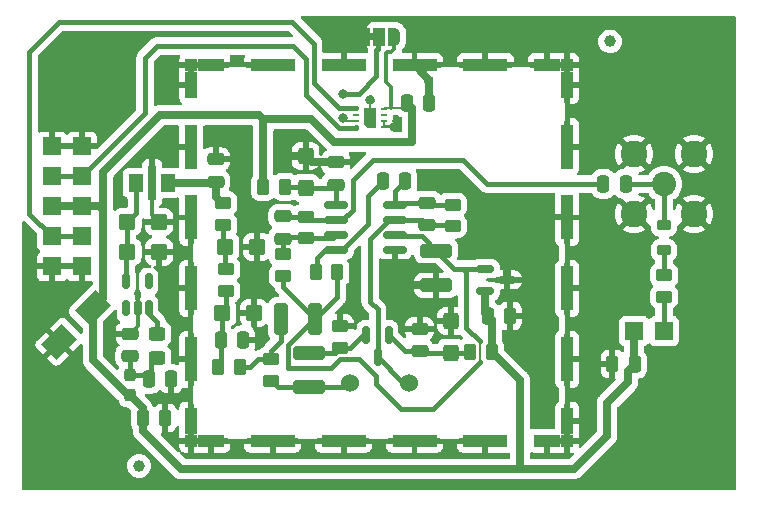
<source format=gbr>
%TF.GenerationSoftware,KiCad,Pcbnew,7.0.7-7.0.7~ubuntu23.04.1*%
%TF.CreationDate,2023-09-25T21:23:32+00:00*%
%TF.ProjectId,PIND02,50494e44-3032-42e6-9b69-6361645f7063,rev?*%
%TF.SameCoordinates,Original*%
%TF.FileFunction,Copper,L2,Bot*%
%TF.FilePolarity,Positive*%
%FSLAX46Y46*%
G04 Gerber Fmt 4.6, Leading zero omitted, Abs format (unit mm)*
G04 Created by KiCad (PCBNEW 7.0.7-7.0.7~ubuntu23.04.1) date 2023-09-25 21:23:32*
%MOMM*%
%LPD*%
G01*
G04 APERTURE LIST*
G04 Aperture macros list*
%AMRoundRect*
0 Rectangle with rounded corners*
0 $1 Rounding radius*
0 $2 $3 $4 $5 $6 $7 $8 $9 X,Y pos of 4 corners*
0 Add a 4 corners polygon primitive as box body*
4,1,4,$2,$3,$4,$5,$6,$7,$8,$9,$2,$3,0*
0 Add four circle primitives for the rounded corners*
1,1,$1+$1,$2,$3*
1,1,$1+$1,$4,$5*
1,1,$1+$1,$6,$7*
1,1,$1+$1,$8,$9*
0 Add four rect primitives between the rounded corners*
20,1,$1+$1,$2,$3,$4,$5,0*
20,1,$1+$1,$4,$5,$6,$7,0*
20,1,$1+$1,$6,$7,$8,$9,0*
20,1,$1+$1,$8,$9,$2,$3,0*%
%AMRotRect*
0 Rectangle, with rotation*
0 The origin of the aperture is its center*
0 $1 length*
0 $2 width*
0 $3 Rotation angle, in degrees counterclockwise*
0 Add horizontal line*
21,1,$1,$2,0,0,$3*%
%AMFreePoly0*
4,1,6,0.500000,-0.850000,-0.200000,-0.850000,-0.500000,-0.550000,-0.500000,0.850000,0.500000,0.850000,0.500000,-0.850000,0.500000,-0.850000,$1*%
%AMFreePoly1*
4,1,19,0.550000,-0.750000,0.000000,-0.750000,0.000000,-0.744911,-0.071157,-0.744911,-0.207708,-0.704816,-0.327430,-0.627875,-0.420627,-0.520320,-0.479746,-0.390866,-0.500000,-0.250000,-0.500000,0.250000,-0.479746,0.390866,-0.420627,0.520320,-0.327430,0.627875,-0.207708,0.704816,-0.071157,0.744911,0.000000,0.744911,0.000000,0.750000,0.550000,0.750000,0.550000,-0.750000,0.550000,-0.750000,
$1*%
%AMFreePoly2*
4,1,19,0.000000,0.744911,0.071157,0.744911,0.207708,0.704816,0.327430,0.627875,0.420627,0.520320,0.479746,0.390866,0.500000,0.250000,0.500000,-0.250000,0.479746,-0.390866,0.420627,-0.520320,0.327430,-0.627875,0.207708,-0.704816,0.071157,-0.744911,0.000000,-0.744911,0.000000,-0.750000,-0.550000,-0.750000,-0.550000,0.750000,0.000000,0.750000,0.000000,0.744911,0.000000,0.744911,
$1*%
G04 Aperture macros list end*
%TA.AperFunction,ComponentPad*%
%ADD10R,1.524000X1.524000*%
%TD*%
%TA.AperFunction,ComponentPad*%
%ADD11C,6.000000*%
%TD*%
%TA.AperFunction,ComponentPad*%
%ADD12C,2.050000*%
%TD*%
%TA.AperFunction,ComponentPad*%
%ADD13C,2.250000*%
%TD*%
%TA.AperFunction,ComponentPad*%
%ADD14C,1.524000*%
%TD*%
%TA.AperFunction,SMDPad,CuDef*%
%ADD15RoundRect,0.250000X0.475000X-0.250000X0.475000X0.250000X-0.475000X0.250000X-0.475000X-0.250000X0*%
%TD*%
%TA.AperFunction,SMDPad,CuDef*%
%ADD16RoundRect,0.218750X0.381250X-0.218750X0.381250X0.218750X-0.381250X0.218750X-0.381250X-0.218750X0*%
%TD*%
%TA.AperFunction,SMDPad,CuDef*%
%ADD17RoundRect,0.250000X0.450000X-0.325000X0.450000X0.325000X-0.450000X0.325000X-0.450000X-0.325000X0*%
%TD*%
%TA.AperFunction,SMDPad,CuDef*%
%ADD18C,0.500000*%
%TD*%
%TA.AperFunction,SMDPad,CuDef*%
%ADD19RoundRect,0.250000X0.450000X-0.262500X0.450000X0.262500X-0.450000X0.262500X-0.450000X-0.262500X0*%
%TD*%
%TA.AperFunction,SMDPad,CuDef*%
%ADD20RoundRect,0.250000X-0.450000X0.262500X-0.450000X-0.262500X0.450000X-0.262500X0.450000X0.262500X0*%
%TD*%
%TA.AperFunction,SMDPad,CuDef*%
%ADD21RoundRect,0.250000X0.250000X0.475000X-0.250000X0.475000X-0.250000X-0.475000X0.250000X-0.475000X0*%
%TD*%
%TA.AperFunction,SMDPad,CuDef*%
%ADD22RoundRect,0.250000X-0.475000X0.250000X-0.475000X-0.250000X0.475000X-0.250000X0.475000X0.250000X0*%
%TD*%
%TA.AperFunction,SMDPad,CuDef*%
%ADD23RoundRect,0.250000X-0.250000X-0.475000X0.250000X-0.475000X0.250000X0.475000X-0.250000X0.475000X0*%
%TD*%
%TA.AperFunction,SMDPad,CuDef*%
%ADD24RotRect,2.500000X1.800000X225.000000*%
%TD*%
%TA.AperFunction,SMDPad,CuDef*%
%ADD25RoundRect,0.250000X0.262500X0.450000X-0.262500X0.450000X-0.262500X-0.450000X0.262500X-0.450000X0*%
%TD*%
%TA.AperFunction,SMDPad,CuDef*%
%ADD26RoundRect,0.250000X-0.325000X-1.100000X0.325000X-1.100000X0.325000X1.100000X-0.325000X1.100000X0*%
%TD*%
%TA.AperFunction,SMDPad,CuDef*%
%ADD27R,1.300000X1.500000*%
%TD*%
%TA.AperFunction,SMDPad,CuDef*%
%ADD28R,0.700000X3.000000*%
%TD*%
%TA.AperFunction,SMDPad,CuDef*%
%ADD29C,1.000000*%
%TD*%
%TA.AperFunction,SMDPad,CuDef*%
%ADD30RoundRect,0.250000X-0.450000X-0.425000X0.450000X-0.425000X0.450000X0.425000X-0.450000X0.425000X0*%
%TD*%
%TA.AperFunction,SMDPad,CuDef*%
%ADD31RoundRect,0.150000X-0.150000X0.587500X-0.150000X-0.587500X0.150000X-0.587500X0.150000X0.587500X0*%
%TD*%
%TA.AperFunction,SMDPad,CuDef*%
%ADD32R,1.000000X1.000000*%
%TD*%
%TA.AperFunction,SMDPad,CuDef*%
%ADD33R,1.000000X2.300000*%
%TD*%
%TA.AperFunction,SMDPad,CuDef*%
%ADD34R,1.000000X3.800000*%
%TD*%
%TA.AperFunction,SMDPad,CuDef*%
%ADD35R,2.300000X1.000000*%
%TD*%
%TA.AperFunction,SMDPad,CuDef*%
%ADD36R,3.800000X1.000000*%
%TD*%
%TA.AperFunction,SMDPad,CuDef*%
%ADD37RoundRect,0.250000X-1.100000X0.325000X-1.100000X-0.325000X1.100000X-0.325000X1.100000X0.325000X0*%
%TD*%
%TA.AperFunction,SMDPad,CuDef*%
%ADD38R,0.550000X0.250000*%
%TD*%
%TA.AperFunction,SMDPad,CuDef*%
%ADD39FreePoly0,0.000000*%
%TD*%
%TA.AperFunction,SMDPad,CuDef*%
%ADD40RoundRect,0.150000X-0.587500X-0.150000X0.587500X-0.150000X0.587500X0.150000X-0.587500X0.150000X0*%
%TD*%
%TA.AperFunction,SMDPad,CuDef*%
%ADD41RoundRect,0.250000X0.425000X-0.450000X0.425000X0.450000X-0.425000X0.450000X-0.425000X-0.450000X0*%
%TD*%
%TA.AperFunction,SMDPad,CuDef*%
%ADD42RoundRect,0.150000X0.150000X-0.512500X0.150000X0.512500X-0.150000X0.512500X-0.150000X-0.512500X0*%
%TD*%
%TA.AperFunction,SMDPad,CuDef*%
%ADD43RoundRect,0.250000X-0.262500X-0.450000X0.262500X-0.450000X0.262500X0.450000X-0.262500X0.450000X0*%
%TD*%
%TA.AperFunction,SMDPad,CuDef*%
%ADD44RoundRect,0.150000X0.825000X0.150000X-0.825000X0.150000X-0.825000X-0.150000X0.825000X-0.150000X0*%
%TD*%
%TA.AperFunction,SMDPad,CuDef*%
%ADD45RoundRect,0.237500X0.237500X-0.287500X0.237500X0.287500X-0.237500X0.287500X-0.237500X-0.287500X0*%
%TD*%
%TA.AperFunction,SMDPad,CuDef*%
%ADD46FreePoly1,0.000000*%
%TD*%
%TA.AperFunction,SMDPad,CuDef*%
%ADD47R,1.000000X1.500000*%
%TD*%
%TA.AperFunction,SMDPad,CuDef*%
%ADD48FreePoly2,0.000000*%
%TD*%
%TA.AperFunction,ViaPad*%
%ADD49C,0.800000*%
%TD*%
%TA.AperFunction,Conductor*%
%ADD50C,0.700000*%
%TD*%
%TA.AperFunction,Conductor*%
%ADD51C,0.300000*%
%TD*%
%TA.AperFunction,Conductor*%
%ADD52C,0.200000*%
%TD*%
%TA.AperFunction,Conductor*%
%ADD53C,0.450000*%
%TD*%
G04 APERTURE END LIST*
%TA.AperFunction,EtchedComponent*%
%TO.C,JP2*%
G36*
X51300000Y28198000D02*
G01*
X50300000Y28198000D01*
X50300000Y28698000D01*
X51300000Y28698000D01*
X51300000Y28198000D01*
G37*
%TD.AperFunction*%
%TA.AperFunction,EtchedComponent*%
%TO.C,JP1*%
G36*
X35160000Y43388000D02*
G01*
X34660000Y43388000D01*
X34660000Y43988000D01*
X35160000Y43988000D01*
X35160000Y43388000D01*
G37*
%TD.AperFunction*%
%TD*%
D10*
%TO.P,J2,1*%
%TO.N,GND*%
X7874000Y34417000D03*
%TO.P,J2,2*%
X10414000Y34417000D03*
%TO.P,J2,3*%
%TO.N,Net-(U3-SDA)*%
X7874000Y31877000D03*
%TO.P,J2,4*%
X10414000Y31877000D03*
%TO.P,J2,5*%
%TO.N,VDD*%
X7874000Y29337000D03*
%TO.P,J2,6*%
X10414000Y29337000D03*
%TO.P,J2,7*%
%TO.N,Net-(U3-SCL)*%
X7874000Y26797000D03*
%TO.P,J2,8*%
X10414000Y26797000D03*
%TO.P,J2,9*%
%TO.N,GND*%
X7874000Y24257000D03*
%TO.P,J2,10*%
X10414000Y24257000D03*
%TD*%
D11*
%TO.P,M2,1*%
%TO.N,GND*%
X60960000Y40640000D03*
%TD*%
D10*
%TO.P,J3,1*%
%TO.N,VDD*%
X57150000Y18796000D03*
%TO.P,J3,2*%
%TO.N,Net-(J3-Pad2)*%
X59690000Y18796000D03*
%TD*%
D11*
%TO.P,M4,1*%
%TO.N,GND*%
X60960000Y10160000D03*
%TD*%
D12*
%TO.P,J1,1,In*%
%TO.N,Net-(J1-In)*%
X59690000Y31242000D03*
D13*
%TO.P,J1,2,Ext*%
%TO.N,GND*%
X62230000Y28702000D03*
X62230000Y33782000D03*
X57150000Y28702000D03*
X57150000Y33782000D03*
%TD*%
D11*
%TO.P,M3,1*%
%TO.N,GND*%
X10160000Y10160000D03*
%TD*%
%TO.P,M1,1*%
%TO.N,GND*%
X10160000Y40640000D03*
%TD*%
D14*
%TO.P,D2,1,K*%
%TO.N,/K*%
X33060000Y14400000D03*
%TO.P,D2,2,A*%
%TO.N,/A*%
X38060000Y14400000D03*
%TD*%
D15*
%TO.P,C22,1*%
%TO.N,Net-(C21-Pad1)*%
X14478000Y16673000D03*
%TO.P,C22,2*%
%TO.N,GND*%
X14478000Y18573000D03*
%TD*%
D16*
%TO.P,L3,1,1*%
%TO.N,Net-(L3-Pad1)*%
X59690001Y25607500D03*
%TO.P,L3,2,2*%
%TO.N,Net-(J1-In)*%
X59690001Y27732500D03*
%TD*%
D15*
%TO.P,C3,1*%
%TO.N,Net-(Q1-D)*%
X38989000Y17084000D03*
%TO.P,C3,2*%
%TO.N,GNDA*%
X38989000Y18984000D03*
%TD*%
D17*
%TO.P,L2,1*%
%TO.N,Net-(C21-Pad1)*%
X16764000Y16501000D03*
%TO.P,L2,2*%
%TO.N,Net-(U4-SW)*%
X16764000Y18551000D03*
%TD*%
D18*
%TO.P,JP2,1,1*%
%TO.N,GNDA*%
X50300000Y28448000D03*
%TO.P,JP2,2,2*%
%TO.N,GND*%
X51300000Y28448000D03*
%TD*%
D15*
%TO.P,C20,1*%
%TO.N,+5V*%
X21717000Y31435000D03*
%TO.P,C20,2*%
%TO.N,GNDA*%
X21717000Y33335000D03*
%TD*%
D19*
%TO.P,R8,1*%
%TO.N,/K*%
X26416000Y14581500D03*
%TO.P,R8,2*%
%TO.N,Net-(C12-Pad1)*%
X26416000Y16406500D03*
%TD*%
D20*
%TO.P,R12,1*%
%TO.N,Net-(L3-Pad1)*%
X59690000Y23518500D03*
%TO.P,R12,2*%
%TO.N,Net-(J3-Pad2)*%
X59690000Y21693500D03*
%TD*%
D21*
%TO.P,C1,1*%
%TO.N,VDD*%
X57211000Y16002000D03*
%TO.P,C1,2*%
%TO.N,GND*%
X55311000Y16002000D03*
%TD*%
D22*
%TO.P,C8,1*%
%TO.N,Net-(C13-Pad2)*%
X39624000Y29652000D03*
%TO.P,C8,2*%
%TO.N,/A*%
X39624000Y27752000D03*
%TD*%
D23*
%TO.P,C21,1*%
%TO.N,Net-(C21-Pad1)*%
X16068000Y14732000D03*
%TO.P,C21,2*%
%TO.N,GND*%
X17968000Y14732000D03*
%TD*%
%TO.P,C11,1*%
%TO.N,Net-(C10-Pad1)*%
X22164000Y18034000D03*
%TO.P,C11,2*%
%TO.N,GNDA*%
X24064000Y18034000D03*
%TD*%
D24*
%TO.P,D1,1,K*%
%TO.N,VDD*%
X11320214Y20718214D03*
%TO.P,D1,2,A*%
%TO.N,GND*%
X8491786Y17889786D03*
%TD*%
D20*
%TO.P,R10,1*%
%TO.N,Net-(C14-Pad2)*%
X29337000Y28471500D03*
%TO.P,R10,2*%
%TO.N,Net-(U1B--)*%
X29337000Y26646500D03*
%TD*%
D25*
%TO.P,R9,1*%
%TO.N,/REF*%
X32027500Y23749000D03*
%TO.P,R9,2*%
%TO.N,Net-(U1B-+)*%
X30202500Y23749000D03*
%TD*%
D19*
%TO.P,R6,1*%
%TO.N,Net-(C10-Pad1)*%
X22606000Y22201500D03*
%TO.P,R6,2*%
%TO.N,Net-(C9-Pad1)*%
X22606000Y24026500D03*
%TD*%
D26*
%TO.P,C12,1*%
%TO.N,Net-(C12-Pad1)*%
X27227000Y19812000D03*
%TO.P,C12,2*%
%TO.N,/REF*%
X30177000Y19812000D03*
%TD*%
D27*
%TO.P,C19,1,1*%
%TO.N,Net-(U4-VOUT)*%
X15005000Y31339000D03*
D28*
%TO.P,C19,2,2*%
%TO.N,GND*%
X16355000Y31339000D03*
D27*
%TO.P,C19,3,3*%
%TO.N,+5V*%
X17705000Y31339000D03*
%TD*%
D29*
%TO.P,FID1,*%
%TO.N,*%
X55118000Y43307000D03*
%TD*%
D30*
%TO.P,C10,1*%
%TO.N,Net-(C10-Pad1)*%
X22272000Y20320000D03*
%TO.P,C10,2*%
%TO.N,GNDA*%
X24972000Y20320000D03*
%TD*%
D31*
%TO.P,Q1,1,S*%
%TO.N,Net-(Q1-S)*%
X34483000Y18463500D03*
%TO.P,Q1,2,D*%
%TO.N,Net-(Q1-D)*%
X36383000Y18463500D03*
%TO.P,Q1,3,G*%
%TO.N,/A*%
X35433000Y16588500D03*
%TD*%
D30*
%TO.P,C23,1*%
%TO.N,Net-(U4-VOUT)*%
X14243000Y28037000D03*
%TO.P,C23,2*%
%TO.N,GND*%
X16943000Y28037000D03*
%TD*%
D23*
%TO.P,C13,1*%
%TO.N,Net-(U1B-+)*%
X35880000Y31496000D03*
%TO.P,C13,2*%
%TO.N,Net-(C13-Pad2)*%
X37780000Y31496000D03*
%TD*%
%TO.P,C17,1*%
%TO.N,VDD*%
X37912000Y38100000D03*
%TO.P,C17,2*%
%TO.N,GND*%
X39812000Y38100000D03*
%TD*%
D32*
%TO.P,M5,1,Shield*%
%TO.N,GND*%
X51460000Y9500000D03*
D33*
X51460000Y11150000D03*
D34*
X51460000Y16400000D03*
X51460000Y22400000D03*
X51460000Y28400000D03*
X51460000Y34400000D03*
D33*
X51460000Y39650000D03*
D32*
X51460000Y41300000D03*
D35*
X49810000Y9500000D03*
X49810000Y41300000D03*
D36*
X44560000Y9500000D03*
X44560000Y41300000D03*
X38560000Y9500000D03*
X38560000Y41300000D03*
X32560000Y9500000D03*
X32560000Y41300000D03*
X26560000Y9500000D03*
X26560000Y41300000D03*
D35*
X21310000Y9500000D03*
X21310000Y41300000D03*
D32*
X19660000Y9500000D03*
D33*
X19660000Y11150000D03*
D34*
X19660000Y16400000D03*
X19660000Y22400000D03*
X19660000Y28400000D03*
X19660000Y34400000D03*
D33*
X19660000Y39650000D03*
D32*
X19660000Y41300000D03*
%TD*%
D37*
%TO.P,C15,1*%
%TO.N,/REF*%
X40386000Y25605000D03*
%TO.P,C15,2*%
%TO.N,GNDA*%
X40386000Y22655000D03*
%TD*%
D23*
%TO.P,C18,1*%
%TO.N,VDD*%
X44770000Y20066000D03*
%TO.P,C18,2*%
%TO.N,GNDA*%
X46670000Y20066000D03*
%TD*%
D38*
%TO.P,U3,1,SDA*%
%TO.N,Net-(U3-SDA)*%
X33623000Y36080000D03*
%TO.P,U3,2,ADDR*%
%TO.N,Net-(JP1-C)*%
X33623000Y36580000D03*
%TO.P,U3,3,ALERT*%
%TO.N,unconnected-(U3-ALERT-Pad3)*%
X33623000Y37080000D03*
%TO.P,U3,4,SCL*%
%TO.N,Net-(U3-SCL)*%
X33623000Y37580000D03*
%TO.P,U3,5,VDD*%
%TO.N,VDD*%
X35973000Y37580000D03*
%TO.P,U3,6,~{RESET}*%
%TO.N,unconnected-(U3-~{RESET}-Pad6)*%
X35973000Y37080000D03*
%TO.P,U3,7,R*%
%TO.N,GND*%
X35973000Y36580000D03*
%TO.P,U3,8,VSS*%
X35973000Y36080000D03*
D39*
%TO.P,U3,9,VSS*%
X34798000Y36830000D03*
%TD*%
D19*
%TO.P,R5,1*%
%TO.N,Net-(C9-Pad1)*%
X22352000Y27789500D03*
%TO.P,R5,2*%
%TO.N,+5V*%
X22352000Y29614500D03*
%TD*%
D29*
%TO.P,FID2,*%
%TO.N,*%
X15240000Y7366000D03*
%TD*%
D20*
%TO.P,R11,1*%
%TO.N,Net-(U1B--)*%
X27432000Y25296500D03*
%TO.P,R11,2*%
%TO.N,/REF*%
X27432000Y23471500D03*
%TD*%
D40*
%TO.P,U2,1,Vin*%
%TO.N,VDD*%
X44528500Y22164000D03*
%TO.P,U2,2,Vout*%
%TO.N,/REF*%
X44528500Y24064000D03*
%TO.P,U2,3,GND*%
%TO.N,GNDA*%
X46403500Y23114000D03*
%TD*%
D30*
%TO.P,C9,1*%
%TO.N,Net-(C9-Pad1)*%
X22526000Y25908000D03*
%TO.P,C9,2*%
%TO.N,GNDA*%
X25226000Y25908000D03*
%TD*%
D20*
%TO.P,R4,1*%
%TO.N,Net-(C13-Pad2)*%
X41783000Y29487500D03*
%TO.P,R4,2*%
%TO.N,/A*%
X41783000Y27662500D03*
%TD*%
D15*
%TO.P,C6,1*%
%TO.N,Net-(U1B-V+)*%
X31877000Y31181000D03*
%TO.P,C6,2*%
%TO.N,GNDA*%
X31877000Y33081000D03*
%TD*%
D23*
%TO.P,C2,1*%
%TO.N,VDD*%
X15560000Y11430000D03*
%TO.P,C2,2*%
%TO.N,GND*%
X17460000Y11430000D03*
%TD*%
D41*
%TO.P,C4,1*%
%TO.N,Net-(Q1-D)*%
X41656000Y16938000D03*
%TO.P,C4,2*%
%TO.N,GNDA*%
X41656000Y19638000D03*
%TD*%
D25*
%TO.P,R2,1*%
%TO.N,Net-(U1B-V+)*%
X27582500Y30988000D03*
%TO.P,R2,2*%
%TO.N,VDD*%
X25757500Y30988000D03*
%TD*%
D42*
%TO.P,U4,1,SW*%
%TO.N,Net-(U4-SW)*%
X16063000Y20706500D03*
%TO.P,U4,2,GND*%
%TO.N,GND*%
X15113000Y20706500D03*
%TO.P,U4,3,NC*%
%TO.N,unconnected-(U4-NC-Pad3)*%
X14163000Y20706500D03*
%TO.P,U4,4,VOUT*%
%TO.N,Net-(U4-VOUT)*%
X14163000Y22981500D03*
%TO.P,U4,5,NC*%
%TO.N,unconnected-(U4-NC-Pad5)*%
X16063000Y22981500D03*
%TD*%
D43*
%TO.P,R1,1*%
%TO.N,Net-(Q1-D)*%
X43283500Y17018000D03*
%TO.P,R1,2*%
%TO.N,VDD*%
X45108500Y17018000D03*
%TD*%
D21*
%TO.P,C14,1*%
%TO.N,Net-(J1-In)*%
X56449000Y31242000D03*
%TO.P,C14,2*%
%TO.N,Net-(C14-Pad2)*%
X54549000Y31242000D03*
%TD*%
D41*
%TO.P,C7,1*%
%TO.N,Net-(U1B-V+)*%
X29337000Y30908000D03*
%TO.P,C7,2*%
%TO.N,GNDA*%
X29337000Y33608000D03*
%TD*%
D44*
%TO.P,U1,1*%
%TO.N,Net-(C13-Pad2)*%
X36892000Y29464000D03*
%TO.P,U1,2,-*%
%TO.N,/A*%
X36892000Y28194000D03*
%TO.P,U1,3,+*%
%TO.N,/REF*%
X36892000Y26924000D03*
%TO.P,U1,4,V-*%
%TO.N,GNDA*%
X36892000Y25654000D03*
%TO.P,U1,5,+*%
%TO.N,Net-(U1B-+)*%
X31942000Y25654000D03*
%TO.P,U1,6,-*%
%TO.N,Net-(U1B--)*%
X31942000Y26924000D03*
%TO.P,U1,7*%
%TO.N,Net-(C14-Pad2)*%
X31942000Y28194000D03*
%TO.P,U1,8,V+*%
%TO.N,Net-(U1B-V+)*%
X31942000Y29464000D03*
%TD*%
D30*
%TO.P,C24,1*%
%TO.N,Net-(U4-VOUT)*%
X14243000Y25497000D03*
%TO.P,C24,2*%
%TO.N,GND*%
X16943000Y25497000D03*
%TD*%
D22*
%TO.P,C16,1*%
%TO.N,Net-(C14-Pad2)*%
X27432000Y28509000D03*
%TO.P,C16,2*%
%TO.N,Net-(U1B--)*%
X27432000Y26609000D03*
%TD*%
D19*
%TO.P,R3,1*%
%TO.N,Net-(Q1-S)*%
X32258000Y17375500D03*
%TO.P,R3,2*%
%TO.N,GNDA*%
X32258000Y19200500D03*
%TD*%
D45*
%TO.P,L1,1*%
%TO.N,VDD*%
X14478000Y13349000D03*
%TO.P,L1,2*%
%TO.N,Net-(C21-Pad1)*%
X14478000Y15099000D03*
%TD*%
D37*
%TO.P,C5,1*%
%TO.N,Net-(Q1-S)*%
X29591000Y16969000D03*
%TO.P,C5,2*%
%TO.N,/K*%
X29591000Y14019000D03*
%TD*%
D46*
%TO.P,JP1,1,A*%
%TO.N,GND*%
X34260000Y43688000D03*
D47*
%TO.P,JP1,2,C*%
%TO.N,Net-(JP1-C)*%
X35560000Y43688000D03*
D48*
%TO.P,JP1,3,B*%
%TO.N,VDD*%
X36860000Y43688000D03*
%TD*%
D25*
%TO.P,R7,1*%
%TO.N,Net-(C12-Pad1)*%
X23772500Y15748000D03*
%TO.P,R7,2*%
%TO.N,Net-(C10-Pad1)*%
X21947500Y15748000D03*
%TD*%
D49*
%TO.N,GND*%
X33020000Y43822000D03*
X55118000Y24384000D03*
X55118000Y36830000D03*
X31242000Y43822000D03*
X11452086Y36954432D03*
X36830000Y36068000D03*
X18034000Y35052000D03*
X17780000Y39624000D03*
X34798000Y38354000D03*
X35560000Y8382000D03*
%TO.N,Net-(JP1-C)*%
X32512000Y38862000D03*
X32512000Y36830000D03*
%TO.N,GNDA*%
X36830000Y22860000D03*
X25400000Y22860000D03*
X23876000Y33782000D03*
X46228000Y24892000D03*
X27432000Y33782000D03*
X33528000Y22860000D03*
%TD*%
D50*
%TO.N,+5V*%
X21717000Y30162000D02*
X22352000Y29527000D01*
X21717000Y31435000D02*
X21717000Y30162000D01*
X17705000Y31339000D02*
X21621000Y31339000D01*
X21621000Y31339000D02*
X21717000Y31435000D01*
D51*
%TO.N,GND*%
X16943000Y28037000D02*
X16355000Y28625000D01*
X16355000Y28625000D02*
X16355000Y31339000D01*
D52*
X35973000Y36080000D02*
X35973000Y36455000D01*
D50*
X33154000Y43688000D02*
X33020000Y43822000D01*
D52*
X35973000Y36080000D02*
X36818000Y36080000D01*
X34798000Y36830000D02*
X34798000Y38354000D01*
D50*
X34260000Y43688000D02*
X33154000Y43688000D01*
D51*
X15113000Y19208000D02*
X14478000Y18573000D01*
D50*
X39812000Y40048000D02*
X38560000Y41300000D01*
D51*
X15113000Y20706500D02*
X15113000Y19208000D01*
D52*
X36818000Y36080000D02*
X36830000Y36068000D01*
D50*
X39812000Y38100000D02*
X39812000Y40048000D01*
%TO.N,VDD*%
X12204098Y29008902D02*
X11876000Y29337000D01*
D51*
X36610000Y42388000D02*
X36860000Y42638000D01*
D50*
X16984000Y37050000D02*
X25434000Y37050000D01*
X12204098Y32270098D02*
X16984000Y37050000D01*
X25757500Y36726500D02*
X25757500Y30988000D01*
X11876000Y29337000D02*
X10414000Y29337000D01*
X12204098Y29008902D02*
X12204098Y32270098D01*
X38354000Y37658000D02*
X37912000Y38100000D01*
X25434000Y37050000D02*
X25757500Y36726500D01*
X47498000Y14628500D02*
X47498000Y11684000D01*
D52*
X37912000Y38100000D02*
X37517000Y37705000D01*
D50*
X11320214Y20718214D02*
X12204098Y21602098D01*
X45108500Y19727500D02*
X45108500Y17018000D01*
X56610000Y14446000D02*
X54864000Y12700000D01*
X57150000Y18796000D02*
X57150000Y16063000D01*
X12204098Y21602098D02*
X12204098Y29008902D01*
X52070000Y7112000D02*
X47498000Y7112000D01*
X54864000Y12700000D02*
X54864000Y9906000D01*
X15560000Y10348000D02*
X15560000Y11430000D01*
D51*
X36110000Y42288000D02*
X36210000Y42388000D01*
D50*
X25757500Y36726500D02*
X29821500Y36726500D01*
X31750000Y34798000D02*
X38354000Y34798000D01*
X15560000Y12267000D02*
X14478000Y13349000D01*
X44528500Y22164000D02*
X44528500Y20307500D01*
D51*
X36110000Y39902000D02*
X36110000Y42288000D01*
X36860000Y42638000D02*
X36860000Y43688000D01*
X36210000Y42388000D02*
X36610000Y42388000D01*
D50*
X56610000Y15401000D02*
X56610000Y14446000D01*
X18796000Y7112000D02*
X15560000Y10348000D01*
X44770000Y20066000D02*
X45108500Y19727500D01*
X57211000Y16002000D02*
X56610000Y15401000D01*
X14478000Y13349000D02*
X14306464Y13349000D01*
X54864000Y9906000D02*
X52070000Y7112000D01*
X15560000Y11430000D02*
X15560000Y12267000D01*
X57150000Y16063000D02*
X57211000Y16002000D01*
X47498000Y7112000D02*
X18796000Y7112000D01*
D52*
X37517000Y37705000D02*
X36576000Y37705000D01*
D51*
X36110000Y39902000D02*
X36576000Y39436000D01*
D50*
X10414000Y29337000D02*
X7874000Y29337000D01*
X44528500Y20307500D02*
X44770000Y20066000D01*
X45108500Y17018000D02*
X47498000Y14628500D01*
X14306464Y13349000D02*
X11320214Y16335250D01*
X29821500Y36726500D02*
X31750000Y34798000D01*
D51*
X36576000Y39436000D02*
X36576000Y37705000D01*
D52*
X36576000Y37705000D02*
X35973000Y37705000D01*
D50*
X47498000Y7112000D02*
X47498000Y11684000D01*
X11320214Y16335250D02*
X11320214Y20718214D01*
X38354000Y34798000D02*
X38354000Y37658000D01*
D53*
%TO.N,Net-(Q1-D)*%
X37762500Y17084000D02*
X38989000Y17084000D01*
X39135000Y16938000D02*
X38989000Y17084000D01*
X43291000Y16938000D02*
X43371000Y17018000D01*
X41656000Y16938000D02*
X39135000Y16938000D01*
X36383000Y18463500D02*
X37762500Y17084000D01*
X41656000Y16938000D02*
X43291000Y16938000D01*
%TO.N,Net-(Q1-S)*%
X29894000Y17272000D02*
X29591000Y16969000D01*
X31851500Y16969000D02*
X32258000Y17375500D01*
X33123500Y17375500D02*
X32258000Y17375500D01*
X29591000Y16969000D02*
X31851500Y16969000D01*
X34211500Y18463500D02*
X33123500Y17375500D01*
X34483000Y18463500D02*
X34211500Y18463500D01*
%TO.N,/K*%
X29591000Y14019000D02*
X26978500Y14019000D01*
X26978500Y14019000D02*
X26416000Y14581500D01*
X29591000Y14019000D02*
X32679000Y14019000D01*
X29479000Y13907000D02*
X29591000Y14019000D01*
X32679000Y14019000D02*
X33060000Y14400000D01*
%TO.N,Net-(U1B-V+)*%
X29337000Y30908000D02*
X31604000Y30908000D01*
X31877000Y29529000D02*
X31942000Y29464000D01*
X27495000Y30988000D02*
X29257000Y30988000D01*
X31604000Y30908000D02*
X31877000Y31181000D01*
X31877000Y31181000D02*
X31877000Y29529000D01*
X29257000Y30988000D02*
X29337000Y30908000D01*
%TO.N,Net-(C13-Pad2)*%
X37080000Y29652000D02*
X36892000Y29464000D01*
X36892000Y30608000D02*
X37780000Y31496000D01*
X39624000Y29652000D02*
X37080000Y29652000D01*
X41783000Y29487500D02*
X39788500Y29487500D01*
X39788500Y29487500D02*
X39624000Y29652000D01*
X36892000Y29464000D02*
X36892000Y30608000D01*
%TO.N,/A*%
X41693500Y27752000D02*
X41783000Y27662500D01*
X34798000Y21279586D02*
X34798000Y26618173D01*
X36373827Y28194000D02*
X36892000Y28194000D01*
X38060000Y14400000D02*
X37621500Y14400000D01*
X35433000Y20644586D02*
X34798000Y21279586D01*
X36892000Y28194000D02*
X39182000Y28194000D01*
X35433000Y16588500D02*
X35433000Y20644586D01*
X39182000Y28194000D02*
X39624000Y27752000D01*
X37621500Y14400000D02*
X35433000Y16588500D01*
X39624000Y27752000D02*
X41693500Y27752000D01*
X34798000Y26618173D02*
X36373827Y28194000D01*
%TO.N,Net-(C9-Pad1)*%
X22352000Y27877000D02*
X22352000Y26082000D01*
X22526000Y24019000D02*
X22606000Y23939000D01*
X22352000Y26082000D02*
X22526000Y25908000D01*
X22526000Y25908000D02*
X22526000Y24019000D01*
%TO.N,Net-(C10-Pad1)*%
X22164000Y18034000D02*
X22164000Y15877000D01*
X22272000Y18142000D02*
X22164000Y18034000D01*
X22272000Y20320000D02*
X22272000Y18142000D01*
X22606000Y22289000D02*
X22606000Y20654000D01*
X22164000Y15877000D02*
X22035000Y15748000D01*
X22606000Y20654000D02*
X22272000Y20320000D01*
%TO.N,Net-(C12-Pad1)*%
X26416000Y16406500D02*
X26416000Y17092832D01*
X26416000Y17092832D02*
X27227000Y17903832D01*
X24638000Y15748000D02*
X25296500Y16406500D01*
X27227000Y17903832D02*
X27227000Y19812000D01*
X26924000Y19509000D02*
X27227000Y19812000D01*
X25296500Y16406500D02*
X26416000Y16406500D01*
X23772500Y15748000D02*
X24638000Y15748000D01*
D52*
%TO.N,/REF*%
X44096000Y16163406D02*
X44065297Y16132703D01*
D53*
X27816000Y17573594D02*
X27816000Y15618000D01*
D52*
X44065297Y17903297D02*
X44096000Y17872594D01*
D53*
X44528500Y24064000D02*
X42672000Y24064000D01*
X30177000Y19812000D02*
X32027500Y21662500D01*
X42672000Y24064000D02*
X42956000Y23780000D01*
X33883043Y16387000D02*
X35306000Y14964043D01*
X39164000Y26827000D02*
X40386000Y25605000D01*
X37457957Y12192000D02*
X40124594Y12192000D01*
X30177000Y19812000D02*
X30054406Y19812000D01*
X32027500Y21662500D02*
X32027500Y23749000D01*
X35306000Y14343957D02*
X37457957Y12192000D01*
X41927000Y24064000D02*
X40386000Y25605000D01*
X40124594Y12192000D02*
X44065297Y16132703D01*
X32236957Y16387000D02*
X33883043Y16387000D01*
X31467957Y15618000D02*
X32236957Y16387000D01*
X42956000Y19012594D02*
X44065297Y17903297D01*
X42672000Y24064000D02*
X41927000Y24064000D01*
X27816000Y15618000D02*
X31467957Y15618000D01*
D52*
X44096000Y17872594D02*
X44096000Y16163406D01*
D53*
X30054406Y19812000D02*
X27816000Y17573594D01*
X27432000Y23471500D02*
X27432000Y22557000D01*
X27432000Y22557000D02*
X30177000Y19812000D01*
X42956000Y23780000D02*
X42956000Y19012594D01*
X36892000Y26924000D02*
X36989000Y26827000D01*
X36989000Y26827000D02*
X39164000Y26827000D01*
X35306000Y14964043D02*
X35306000Y14343957D01*
%TO.N,Net-(U1B-+)*%
X30290000Y24956000D02*
X30290000Y23749000D01*
X35880000Y31496000D02*
X34642000Y30258000D01*
X34642000Y30258000D02*
X34642000Y27835827D01*
X30988000Y25654000D02*
X30290000Y24956000D01*
X31942000Y25654000D02*
X30988000Y25654000D01*
X32460173Y25654000D02*
X31942000Y25654000D01*
X34642000Y27835827D02*
X32460173Y25654000D01*
%TO.N,Net-(J1-In)*%
X59690000Y31242000D02*
X59690001Y27732500D01*
X59690000Y31242000D02*
X56449000Y31242000D01*
%TO.N,Net-(C14-Pad2)*%
X44704000Y31242000D02*
X42672000Y33274000D01*
X31942000Y28194000D02*
X29614500Y28194000D01*
X27569500Y28471500D02*
X27432000Y28334000D01*
X33342000Y29075827D02*
X32460173Y28194000D01*
X32460173Y28194000D02*
X31942000Y28194000D01*
X42672000Y33274000D02*
X35052000Y33274000D01*
X29337000Y28471500D02*
X27569500Y28471500D01*
X54549000Y31242000D02*
X44704000Y31242000D01*
X35052000Y33274000D02*
X33342000Y31564000D01*
X29614500Y28194000D02*
X29337000Y28471500D01*
X33342000Y31564000D02*
X33342000Y29075827D01*
%TO.N,Net-(U1B--)*%
X29199500Y26784000D02*
X29337000Y26646500D01*
X31664500Y26646500D02*
X31942000Y26924000D01*
X27432000Y26784000D02*
X29199500Y26784000D01*
X29337000Y26646500D02*
X31664500Y26646500D01*
X27432000Y25296500D02*
X27432000Y26609000D01*
%TO.N,Net-(U4-VOUT)*%
X14243000Y25497000D02*
X14243000Y28037000D01*
X15005000Y28799000D02*
X15005000Y31339000D01*
X14243000Y28037000D02*
X15005000Y28799000D01*
X14163000Y25417000D02*
X14243000Y25497000D01*
X14163000Y22981500D02*
X14163000Y25417000D01*
%TO.N,Net-(C21-Pad1)*%
X15876000Y15099000D02*
X16243000Y14732000D01*
X16243000Y15980000D02*
X16243000Y14732000D01*
X16764000Y16501000D02*
X16243000Y15980000D01*
X14478000Y15099000D02*
X14478000Y16848000D01*
X14478000Y15099000D02*
X15876000Y15099000D01*
%TO.N,Net-(U3-SDA)*%
X10414000Y31877000D02*
X15748000Y37211000D01*
X33598000Y36005000D02*
X33623000Y36030000D01*
X28290762Y42926000D02*
X29385000Y41831762D01*
X32170273Y36005000D02*
X33598000Y36005000D01*
X16764000Y42926000D02*
X28290762Y42926000D01*
X10414000Y31877000D02*
X7874000Y31877000D01*
X29385000Y38790273D02*
X32170273Y36005000D01*
X29385000Y41831762D02*
X29385000Y38790273D01*
X15748000Y41910000D02*
X16764000Y42926000D01*
X15748000Y37211000D02*
X15748000Y41910000D01*
%TO.N,Net-(U3-SCL)*%
X5935000Y42390053D02*
X8502947Y44958000D01*
X30035000Y39790273D02*
X32170273Y37655000D01*
X7874000Y26797000D02*
X5935000Y28736000D01*
X32170273Y37655000D02*
X33598000Y37655000D01*
X30035000Y43117000D02*
X30035000Y39790273D01*
X10414000Y26797000D02*
X7874000Y26797000D01*
X33598000Y37655000D02*
X33623000Y37630000D01*
X8502947Y44958000D02*
X28194000Y44958000D01*
X28194000Y44958000D02*
X30035000Y43117000D01*
X5935000Y28736000D02*
X5935000Y42390053D01*
%TO.N,Net-(J3-Pad2)*%
X59690000Y21693500D02*
X59690000Y18796000D01*
%TO.N,Net-(JP1-C)*%
X35560000Y43688000D02*
X35435000Y43563000D01*
X35334999Y42579115D02*
X35334999Y40340568D01*
X35334999Y40340568D02*
X33856431Y38862000D01*
D52*
X32762000Y36580000D02*
X32512000Y36830000D01*
D53*
X35435000Y42679116D02*
X35334999Y42579115D01*
D52*
X33623000Y36580000D02*
X32762000Y36580000D01*
D53*
X33856431Y38862000D02*
X32512000Y38862000D01*
X35435000Y43563000D02*
X35435000Y42679116D01*
%TO.N,Net-(U4-SW)*%
X16063000Y20706500D02*
X16063000Y20259000D01*
X16764000Y19558000D02*
X16764000Y18551000D01*
X16063000Y20259000D02*
X16764000Y19558000D01*
%TO.N,Net-(L3-Pad1)*%
X59690001Y23518501D02*
X59690000Y23518500D01*
X59690001Y25607500D02*
X59690001Y23518501D01*
D50*
%TO.N,GNDA*%
X31877000Y33081000D02*
X29864000Y33081000D01*
X29337000Y33608000D02*
X27606000Y33608000D01*
X27606000Y33608000D02*
X27432000Y33782000D01*
X46403500Y24716500D02*
X46228000Y24892000D01*
X46403500Y23114000D02*
X46403500Y24716500D01*
X37035000Y22655000D02*
X36830000Y22860000D01*
X25400000Y22860000D02*
X26162000Y22098000D01*
X29864000Y33081000D02*
X29337000Y33608000D01*
X26162000Y22098000D02*
X26416000Y22098000D01*
X40386000Y22655000D02*
X37035000Y22655000D01*
%TD*%
%TA.AperFunction,Conductor*%
%TO.N,GND*%
G36*
X65718539Y45435815D02*
G01*
X65764294Y45383011D01*
X65775500Y45331500D01*
X65775500Y5468500D01*
X65755815Y5401461D01*
X65703011Y5355706D01*
X65651500Y5344500D01*
X5468500Y5344500D01*
X5401461Y5364185D01*
X5355706Y5416989D01*
X5344500Y5468500D01*
X5344500Y7366000D01*
X14234659Y7366000D01*
X14253975Y7169871D01*
X14311188Y6981267D01*
X14404086Y6807468D01*
X14404090Y6807461D01*
X14529116Y6655117D01*
X14681460Y6530091D01*
X14681467Y6530087D01*
X14855266Y6437189D01*
X14855269Y6437189D01*
X14855273Y6437186D01*
X15043868Y6379976D01*
X15240000Y6360659D01*
X15436132Y6379976D01*
X15624727Y6437186D01*
X15627983Y6438926D01*
X15736165Y6496751D01*
X15798538Y6530090D01*
X15950883Y6655117D01*
X16075910Y6807462D01*
X16168814Y6981273D01*
X16226024Y7169868D01*
X16245341Y7366000D01*
X16226024Y7562132D01*
X16168814Y7750727D01*
X16168811Y7750731D01*
X16168811Y7750734D01*
X16075913Y7924533D01*
X16075909Y7924540D01*
X15950883Y8076884D01*
X15798539Y8201910D01*
X15798532Y8201914D01*
X15624733Y8294812D01*
X15624727Y8294814D01*
X15436132Y8352024D01*
X15436129Y8352025D01*
X15240000Y8371341D01*
X15043870Y8352025D01*
X14855266Y8294812D01*
X14681467Y8201914D01*
X14681460Y8201910D01*
X14529116Y8076884D01*
X14404090Y7924540D01*
X14404086Y7924533D01*
X14311188Y7750734D01*
X14253975Y7562130D01*
X14234659Y7366000D01*
X5344500Y7366000D01*
X5344500Y16475573D01*
X7431126Y16475573D01*
X7924561Y15982138D01*
X7924568Y15982132D01*
X7971199Y15944554D01*
X7971201Y15944553D01*
X8101979Y15884827D01*
X8101984Y15884826D01*
X8244298Y15864366D01*
X8386612Y15884826D01*
X8386617Y15884827D01*
X8517396Y15944553D01*
X8564031Y15982133D01*
X9304958Y16723060D01*
X9304957Y16723062D01*
X8491787Y17536233D01*
X8491786Y17536233D01*
X7431126Y16475573D01*
X5344500Y16475573D01*
X5344500Y17642299D01*
X6466365Y17642299D01*
X6486825Y17499985D01*
X6486826Y17499980D01*
X6546552Y17369202D01*
X6546553Y17369200D01*
X6584131Y17322569D01*
X6584137Y17322562D01*
X7077572Y16829127D01*
X8138233Y17889786D01*
X7325060Y18702959D01*
X6584136Y17962036D01*
X6584132Y17962032D01*
X6546552Y17915397D01*
X6486826Y17784618D01*
X6486825Y17784613D01*
X6466365Y17642299D01*
X5344500Y17642299D01*
X5344500Y27989812D01*
X5364185Y28056851D01*
X5416989Y28102606D01*
X5486147Y28112550D01*
X5549703Y28083525D01*
X5556181Y28077493D01*
X6567181Y27066494D01*
X6600666Y27005171D01*
X6603500Y26978813D01*
X6603500Y25986346D01*
X6610011Y25925798D01*
X6610011Y25925796D01*
X6660714Y25789861D01*
X6661111Y25788796D01*
X6748739Y25671739D01*
X6816575Y25620958D01*
X6858445Y25565025D01*
X6863429Y25495334D01*
X6829944Y25434011D01*
X6816575Y25422426D01*
X6754809Y25376188D01*
X6668649Y25261094D01*
X6668645Y25261087D01*
X6618403Y25126380D01*
X6618401Y25126373D01*
X6612000Y25066845D01*
X6612000Y24507000D01*
X7319639Y24507000D01*
X7386678Y24487315D01*
X7432433Y24434511D01*
X7442377Y24365353D01*
X7440532Y24355422D01*
X7431444Y24315599D01*
X7425736Y24290593D01*
X7425735Y24290592D01*
X7436443Y24147705D01*
X7434703Y24147575D01*
X7431106Y24088855D01*
X7389808Y24032497D01*
X7324597Y24007413D01*
X7314488Y24007000D01*
X6612000Y24007000D01*
X6612000Y23447156D01*
X6618401Y23387628D01*
X6618403Y23387621D01*
X6668645Y23252914D01*
X6668649Y23252907D01*
X6754809Y23137813D01*
X6754812Y23137810D01*
X6869906Y23051650D01*
X6869913Y23051646D01*
X7004620Y23001404D01*
X7004627Y23001402D01*
X7064155Y22995001D01*
X7064172Y22995000D01*
X7623999Y22995000D01*
X7624000Y23700935D01*
X7643685Y23767974D01*
X7696489Y23813729D01*
X7765647Y23823673D01*
X7784542Y23819428D01*
X7807002Y23812500D01*
X7807004Y23812500D01*
X7907311Y23812500D01*
X7907312Y23812500D01*
X7981518Y23823685D01*
X8050742Y23814212D01*
X8103857Y23768818D01*
X8123997Y23701914D01*
X8124000Y23701070D01*
X8124000Y22995000D01*
X8683828Y22995000D01*
X8683844Y22995001D01*
X8743372Y23001402D01*
X8743379Y23001404D01*
X8878086Y23051646D01*
X8878093Y23051650D01*
X8993186Y23137809D01*
X9044733Y23206666D01*
X9100667Y23248537D01*
X9170359Y23253521D01*
X9231682Y23220036D01*
X9243267Y23206666D01*
X9294813Y23137809D01*
X9409906Y23051650D01*
X9409913Y23051646D01*
X9544620Y23001404D01*
X9544627Y23001402D01*
X9604155Y22995001D01*
X9604172Y22995000D01*
X10163999Y22995000D01*
X10164000Y23700935D01*
X10183685Y23767974D01*
X10236489Y23813729D01*
X10305647Y23823673D01*
X10324542Y23819428D01*
X10347002Y23812500D01*
X10347004Y23812500D01*
X10447311Y23812500D01*
X10447312Y23812500D01*
X10521518Y23823685D01*
X10590742Y23814212D01*
X10643857Y23768818D01*
X10663997Y23701914D01*
X10664000Y23701070D01*
X10663999Y22995000D01*
X11221597Y22995000D01*
X11288636Y22975315D01*
X11334391Y22922511D01*
X11345597Y22871000D01*
X11345597Y22774193D01*
X11325912Y22707154D01*
X11294996Y22676781D01*
X11295998Y22675537D01*
X11242531Y22632452D01*
X9405976Y20795897D01*
X9367759Y20748472D01*
X9367756Y20748467D01*
X9307015Y20615465D01*
X9307014Y20615460D01*
X9286206Y20470727D01*
X9307014Y20325994D01*
X9307015Y20325990D01*
X9345463Y20241802D01*
X9367758Y20192984D01*
X9405978Y20145555D01*
X9405981Y20145552D01*
X9405986Y20145546D01*
X10425395Y19126138D01*
X10458880Y19064815D01*
X10461714Y19038457D01*
X10461714Y18694093D01*
X10442029Y18627054D01*
X10389225Y18581299D01*
X10320067Y18571355D01*
X10256511Y18600380D01*
X10250033Y18606412D01*
X9059010Y19797435D01*
X9059003Y19797441D01*
X9012372Y19835019D01*
X9012370Y19835020D01*
X8881592Y19894746D01*
X8881587Y19894747D01*
X8739273Y19915207D01*
X8596959Y19894747D01*
X8596954Y19894746D01*
X8466175Y19835020D01*
X8419540Y19797440D01*
X7678613Y19056513D01*
X7678613Y19056512D01*
X8491786Y18243339D01*
X9658510Y17076613D01*
X9658511Y17076613D01*
X10250033Y17668135D01*
X10311356Y17701620D01*
X10381048Y17696636D01*
X10436981Y17654764D01*
X10461398Y17589300D01*
X10461714Y17580454D01*
X10461714Y16372661D01*
X10461509Y16367627D01*
X10456968Y16311869D01*
X10468004Y16230871D01*
X10476842Y16149612D01*
X10476907Y16149313D01*
X10482128Y16127039D01*
X10482176Y16126844D01*
X10510363Y16050121D01*
X10536466Y15972650D01*
X10536467Y15972649D01*
X10536577Y15972410D01*
X10546442Y15951823D01*
X10546571Y15951563D01*
X10546573Y15951560D01*
X10590593Y15882690D01*
X10632738Y15812645D01*
X10632739Y15812644D01*
X10632741Y15812641D01*
X10632947Y15812370D01*
X10646981Y15794418D01*
X10647143Y15794217D01*
X10704963Y15736397D01*
X10761158Y15677074D01*
X10761449Y15676827D01*
X10779213Y15662149D01*
X13471732Y12969630D01*
X13501269Y12915537D01*
X13502808Y12916046D01*
X13559790Y12744083D01*
X13559795Y12744072D01*
X13651339Y12595658D01*
X13651342Y12595654D01*
X13774653Y12472343D01*
X13774657Y12472340D01*
X13923071Y12380796D01*
X13923074Y12380795D01*
X13923080Y12380791D01*
X14088619Y12325938D01*
X14190787Y12315500D01*
X14246034Y12315501D01*
X14313073Y12295818D01*
X14333716Y12279182D01*
X14519645Y12093252D01*
X14553130Y12031929D01*
X14555322Y11992972D01*
X14551501Y11955562D01*
X14551500Y11955539D01*
X14551500Y10904463D01*
X14551501Y10904447D01*
X14562113Y10800573D01*
X14617884Y10632265D01*
X14617889Y10632254D01*
X14683037Y10526634D01*
X14701499Y10461539D01*
X14701500Y10385412D01*
X14701295Y10380377D01*
X14696754Y10324619D01*
X14707790Y10243621D01*
X14716628Y10162362D01*
X14716693Y10162063D01*
X14721914Y10139789D01*
X14721962Y10139594D01*
X14750148Y10062872D01*
X14750149Y10062871D01*
X14776252Y9985400D01*
X14776253Y9985399D01*
X14776363Y9985160D01*
X14786228Y9964573D01*
X14786357Y9964313D01*
X14786359Y9964310D01*
X14830379Y9895440D01*
X14872524Y9825395D01*
X14872525Y9825394D01*
X14872527Y9825391D01*
X14872733Y9825120D01*
X14886767Y9807168D01*
X14886929Y9806967D01*
X14944749Y9749147D01*
X14981761Y9710075D01*
X14997898Y9693039D01*
X15000944Y9689824D01*
X15001235Y9689577D01*
X15018999Y9674899D01*
X18162488Y6531410D01*
X18165894Y6527717D01*
X18202129Y6485058D01*
X18267212Y6435583D01*
X18330913Y6384379D01*
X18330920Y6384376D01*
X18331264Y6384155D01*
X18350517Y6372213D01*
X18350788Y6372050D01*
X18424978Y6337726D01*
X18444077Y6328254D01*
X18498203Y6301410D01*
X18498204Y6301410D01*
X18498206Y6301409D01*
X18498500Y6301301D01*
X18519974Y6293740D01*
X18520263Y6293643D01*
X18600106Y6276069D01*
X18679419Y6256344D01*
X18679423Y6256344D01*
X18679739Y6256301D01*
X18702414Y6253525D01*
X18702629Y6253501D01*
X18702633Y6253500D01*
X18702636Y6253500D01*
X18784398Y6253500D01*
X18866086Y6251287D01*
X18866086Y6251288D01*
X18866091Y6251287D01*
X18866388Y6251312D01*
X18889407Y6253500D01*
X47404633Y6253500D01*
X47417999Y6253500D01*
X47438059Y6251867D01*
X47451248Y6249704D01*
X47519581Y6253410D01*
X47522936Y6253500D01*
X52032590Y6253500D01*
X52037624Y6253295D01*
X52060094Y6251466D01*
X52093385Y6248755D01*
X52174379Y6259791D01*
X52255640Y6268628D01*
X52255645Y6268630D01*
X52256062Y6268722D01*
X52277958Y6273852D01*
X52278399Y6273963D01*
X52278410Y6273964D01*
X52355129Y6302150D01*
X52432600Y6328252D01*
X52432604Y6328255D01*
X52432945Y6328412D01*
X52453333Y6338183D01*
X52453682Y6338357D01*
X52453690Y6338359D01*
X52522560Y6382380D01*
X52592605Y6424524D01*
X52592607Y6424527D01*
X52592942Y6424781D01*
X52610781Y6438728D01*
X52611028Y6438926D01*
X52611028Y6438927D01*
X52611031Y6438928D01*
X52668853Y6496751D01*
X52728174Y6552942D01*
X52728174Y6552943D01*
X52728177Y6552945D01*
X52728385Y6553191D01*
X52743098Y6570997D01*
X55444613Y9272513D01*
X55448282Y9275894D01*
X55490942Y9312129D01*
X55540409Y9377203D01*
X55591622Y9440913D01*
X55591624Y9440918D01*
X55591830Y9441239D01*
X55603712Y9460394D01*
X55603946Y9460784D01*
X55603949Y9460787D01*
X55638263Y9534958D01*
X55674591Y9608204D01*
X55674708Y9608524D01*
X55682226Y9629877D01*
X55682354Y9630258D01*
X55682357Y9630263D01*
X55699925Y9710075D01*
X55719657Y9789419D01*
X55719657Y9789426D01*
X55719704Y9789768D01*
X55722456Y9812229D01*
X55722500Y9812633D01*
X55722500Y9894383D01*
X55724713Y9976089D01*
X55724695Y9976303D01*
X55722500Y9999407D01*
X55722500Y12293037D01*
X55742185Y12360076D01*
X55758814Y12380713D01*
X57190613Y13812513D01*
X57194282Y13815894D01*
X57236942Y13852129D01*
X57286417Y13917213D01*
X57337621Y13980913D01*
X57337621Y13980915D01*
X57337816Y13981218D01*
X57349796Y14000533D01*
X57349945Y14000780D01*
X57349947Y14000785D01*
X57349949Y14000787D01*
X57384266Y14074963D01*
X57420591Y14148203D01*
X57420591Y14148207D01*
X57420594Y14148211D01*
X57420714Y14148538D01*
X57428222Y14169864D01*
X57428358Y14170266D01*
X57445924Y14250072D01*
X57447403Y14256019D01*
X57465657Y14329419D01*
X57465657Y14329423D01*
X57465658Y14329426D01*
X57465702Y14329754D01*
X57468456Y14352229D01*
X57468500Y14352633D01*
X57468500Y14434383D01*
X57470713Y14516089D01*
X57470695Y14516303D01*
X57468500Y14539407D01*
X57468500Y14652126D01*
X57488185Y14719165D01*
X57540989Y14764920D01*
X57579897Y14775484D01*
X57615426Y14779113D01*
X57783738Y14834885D01*
X57934652Y14927970D01*
X58060030Y15053348D01*
X58153115Y15204262D01*
X58208887Y15372574D01*
X58219500Y15476455D01*
X58219499Y16527544D01*
X58208887Y16631426D01*
X58153115Y16799738D01*
X58060030Y16950652D01*
X58044819Y16965863D01*
X58011334Y17027186D01*
X58008500Y17053544D01*
X58008500Y17441180D01*
X58028185Y17508219D01*
X58080989Y17553974D01*
X58089139Y17557351D01*
X58158204Y17583111D01*
X58275261Y17670739D01*
X58320734Y17731484D01*
X58376667Y17773354D01*
X58446359Y17778338D01*
X58507682Y17744853D01*
X58519263Y17731488D01*
X58564739Y17670739D01*
X58681796Y17583111D01*
X58755684Y17555552D01*
X58813774Y17533885D01*
X58818799Y17532011D01*
X58846050Y17529082D01*
X58879345Y17525501D01*
X58879362Y17525500D01*
X60500638Y17525500D01*
X60500654Y17525501D01*
X60527692Y17528409D01*
X60561201Y17532011D01*
X60566226Y17533885D01*
X60620085Y17553974D01*
X60698204Y17583111D01*
X60815261Y17670739D01*
X60902889Y17787796D01*
X60953989Y17924799D01*
X60957992Y17962036D01*
X60960499Y17985346D01*
X60960500Y17985363D01*
X60960500Y19606638D01*
X60960499Y19606655D01*
X60957157Y19637730D01*
X60953989Y19667201D01*
X60953112Y19669552D01*
X60931195Y19728313D01*
X60902889Y19804204D01*
X60815261Y19921261D01*
X60698204Y20008889D01*
X60658551Y20023679D01*
X60561203Y20059989D01*
X60534242Y20062888D01*
X60469692Y20089627D01*
X60429845Y20147021D01*
X60423500Y20186177D01*
X60423500Y20645477D01*
X60443185Y20712516D01*
X60482401Y20751014D01*
X60613652Y20831970D01*
X60739030Y20957348D01*
X60832115Y21108262D01*
X60887887Y21276574D01*
X60898500Y21380455D01*
X60898499Y22006544D01*
X60887887Y22110426D01*
X60832115Y22278738D01*
X60739030Y22429652D01*
X60650363Y22518319D01*
X60616878Y22579642D01*
X60621862Y22649334D01*
X60650363Y22693681D01*
X60663836Y22707154D01*
X60739030Y22782348D01*
X60832115Y22933262D01*
X60887887Y23101574D01*
X60898500Y23205455D01*
X60898499Y23831544D01*
X60887887Y23935426D01*
X60832115Y24103738D01*
X60739030Y24254652D01*
X60613652Y24380030D01*
X60613648Y24380033D01*
X60482404Y24460986D01*
X60435679Y24512934D01*
X60423501Y24566524D01*
X60423501Y24682349D01*
X60443186Y24749388D01*
X60482405Y24787888D01*
X60491664Y24793599D01*
X60525388Y24814400D01*
X60645601Y24934613D01*
X60734850Y25079308D01*
X60788325Y25240686D01*
X60798501Y25340289D01*
X60798500Y25874710D01*
X60788325Y25974314D01*
X60734850Y26135692D01*
X60645601Y26280387D01*
X60525388Y26400600D01*
X60435497Y26456045D01*
X60380695Y26489848D01*
X60380690Y26489850D01*
X60342502Y26502504D01*
X60219315Y26543324D01*
X60219312Y26543325D01*
X60219314Y26543325D01*
X60186834Y26546643D01*
X60122143Y26573041D01*
X60081993Y26630222D01*
X60079131Y26700033D01*
X60114466Y26760309D01*
X60176780Y26791913D01*
X60186828Y26793358D01*
X60219315Y26796676D01*
X60380693Y26850151D01*
X60525388Y26939400D01*
X60645601Y27059613D01*
X60734850Y27204308D01*
X60788325Y27365686D01*
X60798501Y27465289D01*
X60798500Y27615682D01*
X60818184Y27682719D01*
X60870988Y27728474D01*
X60910759Y27736313D01*
X61369476Y28195030D01*
X61430799Y28228515D01*
X61500490Y28223531D01*
X61551665Y28187625D01*
X61631736Y28093359D01*
X61642009Y28081265D01*
X61711191Y28028674D01*
X61752647Y27972436D01*
X61757118Y27902709D01*
X61723830Y27842279D01*
X61268087Y27386536D01*
X61268087Y27386535D01*
X61271888Y27383288D01*
X61271898Y27383281D01*
X61489984Y27249637D01*
X61489987Y27249635D01*
X61726297Y27151753D01*
X61975011Y27092043D01*
X61975010Y27092043D01*
X62230000Y27071976D01*
X62484989Y27092043D01*
X62733702Y27151753D01*
X62970012Y27249635D01*
X62970015Y27249637D01*
X63188103Y27383281D01*
X63191912Y27386536D01*
X62739746Y27838701D01*
X62706261Y27900024D01*
X62711245Y27969715D01*
X62744586Y28014558D01*
X62742550Y28016708D01*
X62747429Y28021331D01*
X62747431Y28021331D01*
X62881658Y28148477D01*
X62900652Y28176493D01*
X62954563Y28220932D01*
X63023945Y28229172D01*
X63086768Y28198592D01*
X63090966Y28194586D01*
X63545464Y27740088D01*
X63548719Y27743897D01*
X63682363Y27961985D01*
X63682365Y27961988D01*
X63780247Y28198298D01*
X63839957Y28447011D01*
X63860024Y28702000D01*
X63839957Y28956990D01*
X63780247Y29205703D01*
X63682365Y29442013D01*
X63682363Y29442016D01*
X63548719Y29660102D01*
X63548712Y29660112D01*
X63545465Y29663913D01*
X63545464Y29663913D01*
X63090523Y29208972D01*
X63029200Y29175487D01*
X62959508Y29180471D01*
X62908334Y29216376D01*
X62817991Y29322735D01*
X62796488Y29339081D01*
X62748806Y29375328D01*
X62707351Y29431568D01*
X62702882Y29501294D01*
X62736169Y29561723D01*
X63191911Y30017465D01*
X63191911Y30017467D01*
X63188110Y30020714D01*
X63188095Y30020725D01*
X62970015Y30154364D01*
X62970012Y30154366D01*
X62733702Y30252248D01*
X62484988Y30311958D01*
X62484989Y30311958D01*
X62230000Y30332025D01*
X61975010Y30311958D01*
X61726297Y30252248D01*
X61489987Y30154366D01*
X61489984Y30154364D01*
X61271897Y30020720D01*
X61268087Y30017466D01*
X61720253Y29565300D01*
X61753738Y29503977D01*
X61748754Y29434285D01*
X61715467Y29389386D01*
X61717450Y29387293D01*
X61578342Y29255524D01*
X61559347Y29227507D01*
X61505433Y29183067D01*
X61436050Y29174829D01*
X61373228Y29205410D01*
X61369033Y29209414D01*
X60914534Y29663913D01*
X60911280Y29660103D01*
X60777636Y29442016D01*
X60777634Y29442013D01*
X60679752Y29205703D01*
X60668074Y29157056D01*
X60633283Y29096464D01*
X60571257Y29064300D01*
X60501688Y29070776D01*
X60446664Y29113836D01*
X60423655Y29179808D01*
X60423500Y29186003D01*
X60423500Y29823516D01*
X60443185Y29890555D01*
X60482708Y29929242D01*
X60594156Y29997536D01*
X60777701Y30154299D01*
X60934464Y30337844D01*
X61060584Y30543653D01*
X61152955Y30766657D01*
X61209304Y31001366D01*
X61228242Y31242000D01*
X61209304Y31482634D01*
X61152955Y31717343D01*
X61092567Y31863135D01*
X61060584Y31940348D01*
X60934467Y32146151D01*
X60934466Y32146153D01*
X60934465Y32146154D01*
X60934464Y32146156D01*
X60777701Y32329701D01*
X60594156Y32486464D01*
X60594154Y32486466D01*
X60594152Y32486467D01*
X60594150Y32486468D01*
X60388347Y32612585D01*
X60165343Y32704956D01*
X59930630Y32761305D01*
X59930631Y32761305D01*
X59712474Y32778474D01*
X59690000Y32780242D01*
X59689999Y32780242D01*
X59449368Y32761305D01*
X59214656Y32704956D01*
X58991652Y32612585D01*
X58785849Y32486468D01*
X58785847Y32486467D01*
X58602299Y32329701D01*
X58445534Y32146154D01*
X58436248Y32131000D01*
X58385380Y32047989D01*
X58377243Y32034711D01*
X58325431Y31987835D01*
X58271515Y31975500D01*
X57634003Y31975500D01*
X57566964Y31995185D01*
X57521209Y32047989D01*
X57511265Y32117147D01*
X57540290Y32180703D01*
X57599068Y32218477D01*
X57605056Y32220074D01*
X57653702Y32231753D01*
X57890012Y32329635D01*
X57890015Y32329637D01*
X58108103Y32463281D01*
X58111912Y32466536D01*
X57659746Y32918701D01*
X57626261Y32980024D01*
X57631245Y33049715D01*
X57664586Y33094558D01*
X57662550Y33096708D01*
X57667429Y33101331D01*
X57667431Y33101331D01*
X57801658Y33228477D01*
X57820652Y33256493D01*
X57874563Y33300932D01*
X57943945Y33309172D01*
X58006768Y33278592D01*
X58010966Y33274586D01*
X58465464Y32820088D01*
X58468719Y32823897D01*
X58602363Y33041985D01*
X58602365Y33041988D01*
X58700247Y33278298D01*
X58759957Y33527011D01*
X58780024Y33782000D01*
X60599975Y33782000D01*
X60620042Y33527011D01*
X60679752Y33278298D01*
X60777634Y33041988D01*
X60777636Y33041985D01*
X60911275Y32823905D01*
X60911286Y32823890D01*
X60914533Y32820089D01*
X60914535Y32820089D01*
X61369476Y33275030D01*
X61430799Y33308515D01*
X61500490Y33303531D01*
X61551665Y33267625D01*
X61642008Y33161266D01*
X61642009Y33161265D01*
X61711191Y33108674D01*
X61752647Y33052436D01*
X61757118Y32982709D01*
X61723830Y32922279D01*
X61268087Y32466536D01*
X61268087Y32466535D01*
X61271888Y32463288D01*
X61271898Y32463281D01*
X61489984Y32329637D01*
X61489987Y32329635D01*
X61726297Y32231753D01*
X61975011Y32172043D01*
X61975010Y32172043D01*
X62230000Y32151976D01*
X62484989Y32172043D01*
X62733702Y32231753D01*
X62970012Y32329635D01*
X62970015Y32329637D01*
X63188103Y32463281D01*
X63191912Y32466536D01*
X62739746Y32918701D01*
X62706261Y32980024D01*
X62711245Y33049715D01*
X62744586Y33094558D01*
X62742550Y33096708D01*
X62747429Y33101331D01*
X62747431Y33101331D01*
X62881658Y33228477D01*
X62900652Y33256493D01*
X62954563Y33300932D01*
X63023945Y33309172D01*
X63086768Y33278592D01*
X63090966Y33274586D01*
X63545464Y32820088D01*
X63548719Y32823897D01*
X63682363Y33041985D01*
X63682365Y33041988D01*
X63780247Y33278298D01*
X63839957Y33527011D01*
X63860024Y33782000D01*
X63839957Y34036990D01*
X63780247Y34285703D01*
X63682365Y34522013D01*
X63682363Y34522016D01*
X63548719Y34740102D01*
X63548712Y34740112D01*
X63545465Y34743913D01*
X63545464Y34743913D01*
X63090523Y34288972D01*
X63029200Y34255487D01*
X62959508Y34260471D01*
X62908334Y34296376D01*
X62817991Y34402735D01*
X62755036Y34450592D01*
X62748806Y34455328D01*
X62707351Y34511568D01*
X62702882Y34581294D01*
X62736169Y34641723D01*
X63191911Y35097465D01*
X63191911Y35097467D01*
X63188110Y35100714D01*
X63188095Y35100725D01*
X62970015Y35234364D01*
X62970012Y35234366D01*
X62733702Y35332248D01*
X62484988Y35391958D01*
X62484989Y35391958D01*
X62230000Y35412025D01*
X61975010Y35391958D01*
X61726297Y35332248D01*
X61489987Y35234366D01*
X61489984Y35234364D01*
X61271897Y35100720D01*
X61268087Y35097466D01*
X61720253Y34645300D01*
X61753738Y34583977D01*
X61748754Y34514285D01*
X61715467Y34469386D01*
X61717450Y34467293D01*
X61578342Y34335524D01*
X61559347Y34307507D01*
X61505433Y34263067D01*
X61436050Y34254829D01*
X61373228Y34285410D01*
X61369033Y34289414D01*
X60914534Y34743913D01*
X60911280Y34740103D01*
X60777636Y34522016D01*
X60777634Y34522013D01*
X60679752Y34285703D01*
X60620042Y34036990D01*
X60599975Y33782000D01*
X58780024Y33782000D01*
X58759957Y34036990D01*
X58700247Y34285703D01*
X58602365Y34522013D01*
X58602363Y34522016D01*
X58468719Y34740102D01*
X58468712Y34740112D01*
X58465465Y34743913D01*
X58465464Y34743913D01*
X58010523Y34288972D01*
X57949200Y34255487D01*
X57879508Y34260471D01*
X57828334Y34296376D01*
X57737991Y34402735D01*
X57675036Y34450592D01*
X57668806Y34455328D01*
X57627351Y34511568D01*
X57622882Y34581294D01*
X57656169Y34641723D01*
X58111911Y35097465D01*
X58111911Y35097467D01*
X58108110Y35100714D01*
X58108095Y35100725D01*
X57890015Y35234364D01*
X57890012Y35234366D01*
X57653702Y35332248D01*
X57404988Y35391958D01*
X57404989Y35391958D01*
X57150000Y35412025D01*
X56895010Y35391958D01*
X56646297Y35332248D01*
X56409987Y35234366D01*
X56409984Y35234364D01*
X56191897Y35100720D01*
X56188087Y35097466D01*
X56640253Y34645300D01*
X56673738Y34583977D01*
X56668754Y34514285D01*
X56635467Y34469386D01*
X56637450Y34467293D01*
X56498342Y34335524D01*
X56479347Y34307507D01*
X56425433Y34263067D01*
X56356050Y34254829D01*
X56293228Y34285410D01*
X56289033Y34289414D01*
X55834534Y34743913D01*
X55831280Y34740103D01*
X55697636Y34522016D01*
X55697634Y34522013D01*
X55599752Y34285703D01*
X55540042Y34036990D01*
X55519975Y33782000D01*
X55540042Y33527011D01*
X55599752Y33278298D01*
X55697634Y33041988D01*
X55697636Y33041985D01*
X55831275Y32823905D01*
X55831286Y32823890D01*
X55834533Y32820089D01*
X55834535Y32820089D01*
X56289476Y33275030D01*
X56350799Y33308515D01*
X56420490Y33303531D01*
X56471665Y33267625D01*
X56562008Y33161266D01*
X56562009Y33161265D01*
X56631191Y33108674D01*
X56672647Y33052436D01*
X56677118Y32982709D01*
X56643830Y32922279D01*
X56233370Y32511819D01*
X56172047Y32478334D01*
X56151581Y32476107D01*
X56151604Y32475659D01*
X56148445Y32475499D01*
X56044572Y32464887D01*
X55876264Y32409116D01*
X55876259Y32409114D01*
X55725346Y32316029D01*
X55599972Y32190655D01*
X55596265Y32185966D01*
X55539242Y32145590D01*
X55469443Y32142453D01*
X55409028Y32177550D01*
X55401735Y32185966D01*
X55398032Y32190649D01*
X55398030Y32190652D01*
X55272652Y32316030D01*
X55173618Y32377115D01*
X55121740Y32409114D01*
X55121735Y32409116D01*
X54953427Y32464887D01*
X54849546Y32475500D01*
X54248462Y32475500D01*
X54248446Y32475499D01*
X54144572Y32464887D01*
X53976264Y32409116D01*
X53976259Y32409114D01*
X53825346Y32316029D01*
X53699971Y32190654D01*
X53689583Y32173812D01*
X53606885Y32039738D01*
X53606884Y32039736D01*
X53603595Y32034403D01*
X53551647Y31987679D01*
X53498056Y31975500D01*
X52439662Y31975500D01*
X52372623Y31995185D01*
X52326868Y32047989D01*
X52316924Y32117147D01*
X52340396Y32173812D01*
X52403352Y32257911D01*
X52403354Y32257914D01*
X52453596Y32392621D01*
X52453598Y32392628D01*
X52459999Y32452156D01*
X52460000Y32452173D01*
X52460000Y34150000D01*
X51334000Y34150000D01*
X51266961Y34169685D01*
X51221206Y34222489D01*
X51210000Y34274000D01*
X51210000Y36492471D01*
X51221206Y36543984D01*
X51273014Y36657424D01*
X51292699Y36724463D01*
X51292700Y36724467D01*
X51303560Y36800000D01*
X51710000Y36800000D01*
X51710000Y34650000D01*
X52460000Y34650000D01*
X52460000Y36347828D01*
X52459999Y36347845D01*
X52453598Y36407373D01*
X52453596Y36407380D01*
X52403354Y36542087D01*
X52403350Y36542094D01*
X52317190Y36657188D01*
X52317187Y36657191D01*
X52202093Y36743351D01*
X52202086Y36743355D01*
X52067379Y36793597D01*
X52067372Y36793599D01*
X52007844Y36800000D01*
X51710000Y36800000D01*
X51303560Y36800000D01*
X51313500Y36869137D01*
X51313500Y37940028D01*
X51312857Y37958036D01*
X51311874Y37976370D01*
X51280800Y38119185D01*
X51256380Y38184649D01*
X51225169Y38241802D01*
X51210000Y38301232D01*
X51210000Y39400000D01*
X51710000Y39400000D01*
X51710000Y38000000D01*
X52007828Y38000000D01*
X52007844Y38000001D01*
X52067372Y38006402D01*
X52067379Y38006404D01*
X52202086Y38056646D01*
X52202093Y38056650D01*
X52317187Y38142810D01*
X52317190Y38142813D01*
X52403350Y38257907D01*
X52403354Y38257914D01*
X52453596Y38392621D01*
X52453598Y38392628D01*
X52459999Y38452156D01*
X52460000Y38452173D01*
X52460000Y39400000D01*
X51710000Y39400000D01*
X51210000Y39400000D01*
X51210000Y41050000D01*
X51710000Y41050000D01*
X51710000Y39900000D01*
X52460000Y39900000D01*
X52460000Y41050000D01*
X51710000Y41050000D01*
X51210000Y41050000D01*
X48467530Y41050000D01*
X48416018Y41061206D01*
X48338980Y41096389D01*
X48302580Y41113013D01*
X48235543Y41132698D01*
X48235537Y41132700D01*
X48148732Y41145180D01*
X48090864Y41153500D01*
X47019967Y41153500D01*
X47019966Y41153500D01*
X47001959Y41152858D01*
X46983666Y41151877D01*
X46983661Y41151877D01*
X46983659Y41151876D01*
X46983648Y41151874D01*
X46983650Y41151874D01*
X46840842Y41120809D01*
X46775370Y41096389D01*
X46718195Y41065168D01*
X46658768Y41050000D01*
X42467530Y41050000D01*
X42416018Y41061206D01*
X42338980Y41096389D01*
X42302580Y41113013D01*
X42235543Y41132698D01*
X42235537Y41132700D01*
X42148732Y41145180D01*
X42090864Y41153500D01*
X41019967Y41153500D01*
X41019966Y41153500D01*
X41001959Y41152858D01*
X40983666Y41151877D01*
X40983661Y41151877D01*
X40983659Y41151876D01*
X40983648Y41151874D01*
X40983650Y41151874D01*
X40840842Y41120809D01*
X40775370Y41096389D01*
X40718195Y41065168D01*
X40658768Y41050000D01*
X38434000Y41050000D01*
X38366961Y41069685D01*
X38321206Y41122489D01*
X38310000Y41174000D01*
X38310000Y42300000D01*
X38810000Y42300000D01*
X38810000Y41550000D01*
X40960000Y41550000D01*
X42160000Y41550000D01*
X44310000Y41550000D01*
X44310000Y42300000D01*
X44810000Y42300000D01*
X44810000Y41550000D01*
X46960000Y41550000D01*
X48160000Y41550000D01*
X49560000Y41550000D01*
X49560000Y42300000D01*
X50060000Y42300000D01*
X50060000Y41550000D01*
X51210000Y41550000D01*
X51210000Y42300000D01*
X51710000Y42300000D01*
X51710000Y41550000D01*
X52460000Y41550000D01*
X52460000Y41847828D01*
X52459999Y41847845D01*
X52453598Y41907373D01*
X52453596Y41907380D01*
X52403354Y42042087D01*
X52403350Y42042094D01*
X52317190Y42157188D01*
X52317187Y42157191D01*
X52202093Y42243351D01*
X52202086Y42243355D01*
X52067379Y42293597D01*
X52067372Y42293599D01*
X52007844Y42300000D01*
X51710000Y42300000D01*
X51210000Y42300000D01*
X50060000Y42300000D01*
X49560000Y42300000D01*
X48612155Y42300000D01*
X48552627Y42293599D01*
X48552620Y42293597D01*
X48417913Y42243355D01*
X48417906Y42243351D01*
X48302812Y42157191D01*
X48302809Y42157188D01*
X48216649Y42042094D01*
X48216645Y42042087D01*
X48166403Y41907380D01*
X48166401Y41907373D01*
X48160000Y41847845D01*
X48160000Y41550000D01*
X46960000Y41550000D01*
X46960000Y41847828D01*
X46959999Y41847845D01*
X46953598Y41907373D01*
X46953596Y41907380D01*
X46903354Y42042087D01*
X46903350Y42042094D01*
X46817190Y42157188D01*
X46817187Y42157191D01*
X46702093Y42243351D01*
X46702086Y42243355D01*
X46567379Y42293597D01*
X46567372Y42293599D01*
X46507844Y42300000D01*
X44810000Y42300000D01*
X44310000Y42300000D01*
X42612155Y42300000D01*
X42552627Y42293599D01*
X42552620Y42293597D01*
X42417913Y42243355D01*
X42417906Y42243351D01*
X42302812Y42157191D01*
X42302809Y42157188D01*
X42216649Y42042094D01*
X42216645Y42042087D01*
X42166403Y41907380D01*
X42166401Y41907373D01*
X42160000Y41847845D01*
X42160000Y41550000D01*
X40960000Y41550000D01*
X40960000Y41847828D01*
X40959999Y41847845D01*
X40953598Y41907373D01*
X40953596Y41907380D01*
X40903354Y42042087D01*
X40903350Y42042094D01*
X40817190Y42157188D01*
X40817187Y42157191D01*
X40702093Y42243351D01*
X40702086Y42243355D01*
X40567379Y42293597D01*
X40567372Y42293599D01*
X40507844Y42300000D01*
X38810000Y42300000D01*
X38310000Y42300000D01*
X37618132Y42300000D01*
X37551093Y42319685D01*
X37505338Y42372489D01*
X37495394Y42441647D01*
X37496197Y42445363D01*
X37500272Y42471087D01*
X37505077Y42501429D01*
X37506257Y42507135D01*
X37518500Y42554812D01*
X37518500Y42576419D01*
X37520027Y42595819D01*
X37523406Y42617151D01*
X37523405Y42617159D01*
X37523459Y42618853D01*
X37523878Y42620131D01*
X37524627Y42624859D01*
X37525389Y42624739D01*
X37545233Y42685243D01*
X37566195Y42708682D01*
X37579051Y42719821D01*
X37644940Y42795862D01*
X37673196Y42828471D01*
X37673198Y42828474D01*
X37673205Y42828482D01*
X37752256Y42951488D01*
X37752259Y42951496D01*
X37752262Y42951500D01*
X37796588Y43048561D01*
X37811984Y43082273D01*
X37811984Y43082274D01*
X37811984Y43082276D01*
X37812166Y43082673D01*
X37812602Y43084381D01*
X37853180Y43222573D01*
X37865319Y43307000D01*
X54112659Y43307000D01*
X54131975Y43110871D01*
X54131976Y43110868D01*
X54187687Y42927213D01*
X54189188Y42922267D01*
X54282086Y42748468D01*
X54282090Y42748461D01*
X54407116Y42596117D01*
X54559460Y42471091D01*
X54559467Y42471087D01*
X54733266Y42378189D01*
X54733269Y42378189D01*
X54733273Y42378186D01*
X54921868Y42320976D01*
X55118000Y42301659D01*
X55314132Y42320976D01*
X55502727Y42378186D01*
X55531683Y42393663D01*
X55645345Y42454417D01*
X55676538Y42471090D01*
X55828883Y42596117D01*
X55953910Y42748462D01*
X56046814Y42922273D01*
X56104024Y43110868D01*
X56123341Y43307000D01*
X56104024Y43503132D01*
X56046814Y43691727D01*
X56046811Y43691731D01*
X56046811Y43691734D01*
X55953913Y43865533D01*
X55953909Y43865540D01*
X55828883Y44017884D01*
X55676539Y44142910D01*
X55676532Y44142914D01*
X55502733Y44235812D01*
X55502727Y44235814D01*
X55314132Y44293024D01*
X55314129Y44293025D01*
X55118000Y44312341D01*
X54921870Y44293025D01*
X54733266Y44235812D01*
X54559467Y44142914D01*
X54559460Y44142910D01*
X54407116Y44017884D01*
X54282090Y43865540D01*
X54282086Y43865533D01*
X54189188Y43691734D01*
X54131975Y43503130D01*
X54112659Y43307000D01*
X37865319Y43307000D01*
X37873642Y43364888D01*
X37873642Y43422315D01*
X37873729Y43422612D01*
X37873729Y43952855D01*
X37873642Y43953686D01*
X37873642Y44011111D01*
X37873642Y44011112D01*
X37853180Y44153427D01*
X37853180Y44153428D01*
X37853180Y44153430D01*
X37832311Y44224500D01*
X37811984Y44293727D01*
X37811981Y44293734D01*
X37752262Y44424501D01*
X37752253Y44424517D01*
X37712319Y44486655D01*
X37673205Y44547518D01*
X37580475Y44654535D01*
X37579774Y44655405D01*
X37579050Y44656181D01*
X37579048Y44656183D01*
X37468540Y44751938D01*
X37391792Y44801261D01*
X37347591Y44829668D01*
X37347585Y44829671D01*
X37275318Y44862674D01*
X37214577Y44890413D01*
X37128048Y44915820D01*
X37076626Y44930919D01*
X37076614Y44930922D01*
X36931889Y44951729D01*
X36310000Y44951729D01*
X36236890Y44946501D01*
X36236887Y44946500D01*
X36225909Y44943277D01*
X36177212Y44941959D01*
X36176912Y44939160D01*
X36108654Y44946500D01*
X36108638Y44946500D01*
X35011362Y44946500D01*
X35011345Y44946500D01*
X34950797Y44939989D01*
X34950795Y44939989D01*
X34813795Y44888889D01*
X34696739Y44801261D01*
X34609111Y44684205D01*
X34558011Y44547205D01*
X34558011Y44547203D01*
X34551500Y44486655D01*
X34551500Y42889346D01*
X34558010Y42828803D01*
X34558012Y42828796D01*
X34595261Y42728926D01*
X34602241Y42671203D01*
X34600661Y42657680D01*
X34600577Y42657690D01*
X34599861Y42650680D01*
X34599946Y42650672D01*
X34599316Y42643483D01*
X34601499Y42568488D01*
X34601499Y42424000D01*
X34581814Y42356961D01*
X34529010Y42311206D01*
X34477499Y42300000D01*
X32810000Y42300000D01*
X32810000Y41174000D01*
X32790315Y41106961D01*
X32737511Y41061206D01*
X32686000Y41050000D01*
X32434000Y41050000D01*
X32366961Y41069685D01*
X32321206Y41122489D01*
X32310000Y41174000D01*
X32310000Y42300000D01*
X30892500Y42300000D01*
X30825461Y42319685D01*
X30779706Y42372489D01*
X30768500Y42424000D01*
X30768500Y43054538D01*
X30769809Y43072508D01*
X30771298Y43082673D01*
X30773180Y43095522D01*
X30771837Y43110868D01*
X30768736Y43146317D01*
X30768500Y43151723D01*
X30768500Y43159711D01*
X30768500Y43159718D01*
X30764777Y43191571D01*
X30758236Y43266336D01*
X30758236Y43266338D01*
X30756776Y43273409D01*
X30756860Y43273427D01*
X30755335Y43280305D01*
X30755251Y43280284D01*
X30753587Y43287302D01*
X30753587Y43287308D01*
X30727908Y43357860D01*
X30704301Y43429101D01*
X30701250Y43435643D01*
X30701328Y43435680D01*
X30698263Y43442012D01*
X30698187Y43441973D01*
X30694943Y43448431D01*
X30694941Y43448433D01*
X30694941Y43448435D01*
X30653702Y43511136D01*
X30614286Y43575040D01*
X30614285Y43575041D01*
X30614284Y43575043D01*
X30609808Y43580703D01*
X30609874Y43580756D01*
X30605424Y43586219D01*
X30605359Y43586163D01*
X30600715Y43591698D01*
X30546147Y43643179D01*
X28945507Y45243819D01*
X28912022Y45305142D01*
X28917006Y45374834D01*
X28958878Y45430767D01*
X29024342Y45455184D01*
X29033188Y45455500D01*
X65651500Y45455500D01*
X65718539Y45435815D01*
G37*
%TD.AperFunction*%
%TA.AperFunction,Conductor*%
G36*
X18623678Y30069131D02*
G01*
X18657165Y30007809D01*
X18660000Y29981447D01*
X18659999Y28650001D01*
X18660000Y28650000D01*
X19786000Y28650000D01*
X19853039Y28630315D01*
X19898794Y28577511D01*
X19910000Y28526000D01*
X19910000Y26307531D01*
X19898794Y26256019D01*
X19846988Y26142584D01*
X19827302Y26075543D01*
X19827300Y26075538D01*
X19806500Y25930863D01*
X19806500Y24859989D01*
X19807141Y24842009D01*
X19808120Y24823697D01*
X19839181Y24680872D01*
X19863591Y24615415D01*
X19863597Y24615403D01*
X19894835Y24558185D01*
X19909999Y24498766D01*
X19910000Y22650000D01*
X19910000Y20307531D01*
X19898794Y20256019D01*
X19846988Y20142584D01*
X19827302Y20075543D01*
X19827300Y20075538D01*
X19806500Y19930863D01*
X19806500Y18859989D01*
X19807141Y18842009D01*
X19808120Y18823697D01*
X19839181Y18680872D01*
X19863591Y18615415D01*
X19863597Y18615403D01*
X19894835Y18558185D01*
X19909999Y18498766D01*
X19910000Y16650000D01*
X19910000Y14307531D01*
X19898794Y14256019D01*
X19846988Y14142584D01*
X19827302Y14075543D01*
X19827300Y14075538D01*
X19813740Y13981218D01*
X19807509Y13937878D01*
X19806500Y13930863D01*
X19806500Y12859989D01*
X19807141Y12842009D01*
X19808120Y12823697D01*
X19839181Y12680872D01*
X19863591Y12615415D01*
X19894836Y12558187D01*
X19910000Y12498766D01*
X19910000Y9750000D01*
X22652470Y9750000D01*
X22703981Y9738795D01*
X22817423Y9686986D01*
X22858586Y9674899D01*
X22884457Y9667302D01*
X22884462Y9667301D01*
X22884466Y9667300D01*
X23029136Y9646500D01*
X23029139Y9646500D01*
X24100034Y9646500D01*
X24118041Y9647142D01*
X24130628Y9647818D01*
X24136341Y9648124D01*
X24279159Y9679192D01*
X24344624Y9703609D01*
X24344629Y9703611D01*
X24401805Y9734833D01*
X24461233Y9750000D01*
X28652470Y9750000D01*
X28703981Y9738795D01*
X28817423Y9686986D01*
X28858586Y9674899D01*
X28884457Y9667302D01*
X28884462Y9667301D01*
X28884466Y9667300D01*
X29029136Y9646500D01*
X29029139Y9646500D01*
X30100034Y9646500D01*
X30118041Y9647142D01*
X30130628Y9647818D01*
X30136341Y9648124D01*
X30279159Y9679192D01*
X30344624Y9703609D01*
X30344629Y9703611D01*
X30401805Y9734833D01*
X30461233Y9750000D01*
X34652470Y9750000D01*
X34703981Y9738795D01*
X34817423Y9686986D01*
X34858586Y9674899D01*
X34884457Y9667302D01*
X34884462Y9667301D01*
X34884466Y9667300D01*
X35029136Y9646500D01*
X35029139Y9646500D01*
X36100034Y9646500D01*
X36118041Y9647142D01*
X36130628Y9647818D01*
X36136341Y9648124D01*
X36279159Y9679192D01*
X36344624Y9703609D01*
X36344629Y9703611D01*
X36401805Y9734833D01*
X36461233Y9750000D01*
X40652470Y9750000D01*
X40703981Y9738795D01*
X40817423Y9686986D01*
X40858586Y9674899D01*
X40884457Y9667302D01*
X40884462Y9667301D01*
X40884466Y9667300D01*
X41029136Y9646500D01*
X41029139Y9646500D01*
X42100034Y9646500D01*
X42118041Y9647142D01*
X42130628Y9647818D01*
X42136341Y9648124D01*
X42279159Y9679192D01*
X42344624Y9703609D01*
X42344629Y9703611D01*
X42401805Y9734833D01*
X42461233Y9750000D01*
X44686000Y9750000D01*
X44753039Y9730315D01*
X44798794Y9677511D01*
X44810000Y9626000D01*
X44810000Y8500000D01*
X46507823Y8500000D01*
X46508869Y8500056D01*
X46509106Y8500000D01*
X46511149Y8500000D01*
X46511148Y8499518D01*
X46576865Y8483984D01*
X46625378Y8433702D01*
X46639500Y8376233D01*
X46639500Y8094500D01*
X46619815Y8027461D01*
X46567011Y7981706D01*
X46515500Y7970500D01*
X19202965Y7970500D01*
X19135926Y7990185D01*
X19115284Y8006819D01*
X19027603Y8094500D01*
X18741933Y8380169D01*
X18708450Y8441490D01*
X18713434Y8511181D01*
X18755305Y8567115D01*
X18820770Y8591532D01*
X18889043Y8576680D01*
X18903926Y8567116D01*
X18917911Y8556647D01*
X18917913Y8556646D01*
X19052620Y8506404D01*
X19052627Y8506402D01*
X19112155Y8500001D01*
X19112172Y8500000D01*
X19410000Y8500000D01*
X19410000Y9250000D01*
X19910000Y9250000D01*
X19910000Y8500000D01*
X21060000Y8500000D01*
X21060000Y9250000D01*
X21560000Y9250000D01*
X21560000Y8500000D01*
X22507828Y8500000D01*
X22507844Y8500001D01*
X22567372Y8506402D01*
X22567379Y8506404D01*
X22702086Y8556646D01*
X22702093Y8556650D01*
X22817187Y8642810D01*
X22817190Y8642813D01*
X22903350Y8757907D01*
X22903354Y8757914D01*
X22953596Y8892621D01*
X22953598Y8892628D01*
X22959999Y8952156D01*
X22960000Y8952173D01*
X22960000Y9250000D01*
X24160000Y9250000D01*
X24160000Y8952156D01*
X24166401Y8892628D01*
X24166403Y8892621D01*
X24216645Y8757914D01*
X24216649Y8757907D01*
X24302809Y8642813D01*
X24302812Y8642810D01*
X24417906Y8556650D01*
X24417913Y8556646D01*
X24552620Y8506404D01*
X24552627Y8506402D01*
X24612155Y8500001D01*
X24612172Y8500000D01*
X26310000Y8500000D01*
X26310000Y9250000D01*
X26810000Y9250000D01*
X26810000Y8500000D01*
X28507828Y8500000D01*
X28507844Y8500001D01*
X28567372Y8506402D01*
X28567379Y8506404D01*
X28702086Y8556646D01*
X28702093Y8556650D01*
X28817187Y8642810D01*
X28817190Y8642813D01*
X28903350Y8757907D01*
X28903354Y8757914D01*
X28953596Y8892621D01*
X28953598Y8892628D01*
X28959999Y8952156D01*
X28960000Y8952173D01*
X28960000Y9250000D01*
X30160000Y9250000D01*
X30160000Y8952156D01*
X30166401Y8892628D01*
X30166403Y8892621D01*
X30216645Y8757914D01*
X30216649Y8757907D01*
X30302809Y8642813D01*
X30302812Y8642810D01*
X30417906Y8556650D01*
X30417913Y8556646D01*
X30552620Y8506404D01*
X30552627Y8506402D01*
X30612155Y8500001D01*
X30612172Y8500000D01*
X32310000Y8500000D01*
X32310000Y9250000D01*
X32810000Y9250000D01*
X32810000Y8500000D01*
X34507828Y8500000D01*
X34507844Y8500001D01*
X34567372Y8506402D01*
X34567379Y8506404D01*
X34702086Y8556646D01*
X34702093Y8556650D01*
X34817187Y8642810D01*
X34817190Y8642813D01*
X34903350Y8757907D01*
X34903354Y8757914D01*
X34953596Y8892621D01*
X34953598Y8892628D01*
X34959999Y8952156D01*
X34960000Y8952173D01*
X34960000Y9250000D01*
X36160000Y9250000D01*
X36160000Y8952156D01*
X36166401Y8892628D01*
X36166403Y8892621D01*
X36216645Y8757914D01*
X36216649Y8757907D01*
X36302809Y8642813D01*
X36302812Y8642810D01*
X36417906Y8556650D01*
X36417913Y8556646D01*
X36552620Y8506404D01*
X36552627Y8506402D01*
X36612155Y8500001D01*
X36612172Y8500000D01*
X38310000Y8500000D01*
X38310000Y9250000D01*
X38810000Y9250000D01*
X38810000Y8500000D01*
X40507828Y8500000D01*
X40507844Y8500001D01*
X40567372Y8506402D01*
X40567379Y8506404D01*
X40702086Y8556646D01*
X40702093Y8556650D01*
X40817187Y8642810D01*
X40817190Y8642813D01*
X40903350Y8757907D01*
X40903354Y8757914D01*
X40953596Y8892621D01*
X40953598Y8892628D01*
X40959999Y8952156D01*
X40960000Y8952173D01*
X40960000Y9250000D01*
X42160000Y9250000D01*
X42160000Y8952156D01*
X42166401Y8892628D01*
X42166403Y8892621D01*
X42216645Y8757914D01*
X42216649Y8757907D01*
X42302809Y8642813D01*
X42302812Y8642810D01*
X42417906Y8556650D01*
X42417913Y8556646D01*
X42552620Y8506404D01*
X42552627Y8506402D01*
X42612155Y8500001D01*
X42612172Y8500000D01*
X44310000Y8500000D01*
X44310000Y9250000D01*
X42160000Y9250000D01*
X40960000Y9250000D01*
X38810000Y9250000D01*
X38310000Y9250000D01*
X36160000Y9250000D01*
X34960000Y9250000D01*
X32810000Y9250000D01*
X32310000Y9250000D01*
X30160000Y9250000D01*
X28960000Y9250000D01*
X26810000Y9250000D01*
X26310000Y9250000D01*
X24160000Y9250000D01*
X22960000Y9250000D01*
X21560000Y9250000D01*
X21060000Y9250000D01*
X19910000Y9250000D01*
X19410000Y9250000D01*
X18660000Y9250000D01*
X18660000Y8952156D01*
X18666401Y8892628D01*
X18666403Y8892621D01*
X18716645Y8757914D01*
X18716647Y8757911D01*
X18727114Y8743929D01*
X18751532Y8678465D01*
X18736681Y8610192D01*
X18687276Y8560786D01*
X18619004Y8545933D01*
X18553539Y8570349D01*
X18540167Y8581936D01*
X17128782Y9993321D01*
X17095297Y10054644D01*
X17100281Y10124336D01*
X17142153Y10180269D01*
X17207617Y10204686D01*
X17209761Y10204763D01*
X17209999Y10205001D01*
X17710000Y10205001D01*
X17759972Y10205001D01*
X17759986Y10205002D01*
X17862697Y10215495D01*
X18029119Y10270642D01*
X18029124Y10270644D01*
X18178345Y10362685D01*
X18302315Y10486655D01*
X18394356Y10635876D01*
X18394358Y10635881D01*
X18418294Y10708114D01*
X18458066Y10765559D01*
X18522582Y10792382D01*
X18591358Y10780067D01*
X18642558Y10732524D01*
X18660000Y10669110D01*
X18660000Y9750000D01*
X19410000Y9750000D01*
X19410000Y12800000D01*
X19112155Y12800000D01*
X19052627Y12793599D01*
X19052620Y12793597D01*
X18917913Y12743355D01*
X18917906Y12743351D01*
X18802812Y12657191D01*
X18802809Y12657188D01*
X18716649Y12542094D01*
X18716645Y12542087D01*
X18666403Y12407380D01*
X18666401Y12407373D01*
X18660000Y12347845D01*
X18660000Y12190892D01*
X18640315Y12123853D01*
X18587511Y12078098D01*
X18518353Y12068154D01*
X18454797Y12097179D01*
X18418294Y12151887D01*
X18394357Y12224122D01*
X18394356Y12224125D01*
X18302315Y12373346D01*
X18178345Y12497316D01*
X18029124Y12589357D01*
X18029119Y12589359D01*
X17862697Y12644506D01*
X17862690Y12644507D01*
X17759986Y12655000D01*
X17710000Y12655000D01*
X17710000Y10205001D01*
X17209999Y10205001D01*
X17210000Y10205002D01*
X17209999Y12655000D01*
X17209999Y12655001D01*
X17160029Y12655000D01*
X17160011Y12654999D01*
X17057302Y12644506D01*
X16890880Y12589359D01*
X16890875Y12589357D01*
X16741657Y12497318D01*
X16615147Y12370808D01*
X16553824Y12337324D01*
X16484132Y12342308D01*
X16428199Y12384180D01*
X16404193Y12445088D01*
X16403372Y12452640D01*
X16403370Y12452647D01*
X16403282Y12453046D01*
X16398126Y12475046D01*
X16398035Y12475415D01*
X16369850Y12552130D01*
X16351499Y12606594D01*
X16343748Y12629600D01*
X16343743Y12629608D01*
X16343616Y12629884D01*
X16333810Y12650348D01*
X16333638Y12650696D01*
X16289621Y12719560D01*
X16247475Y12789606D01*
X16247274Y12789870D01*
X16233269Y12807784D01*
X16233076Y12808024D01*
X16233072Y12808031D01*
X16175249Y12865854D01*
X16119058Y12925174D01*
X16119054Y12925177D01*
X16119053Y12925178D01*
X16118832Y12925365D01*
X16101001Y12940102D01*
X15754283Y13286820D01*
X15720798Y13348143D01*
X15725782Y13417835D01*
X15767654Y13473768D01*
X15833118Y13498185D01*
X15841939Y13498501D01*
X16368544Y13498501D01*
X16472426Y13509113D01*
X16640738Y13564885D01*
X16791652Y13657970D01*
X16917030Y13783348D01*
X16917449Y13784029D01*
X16917859Y13784398D01*
X16921511Y13789015D01*
X16922299Y13788392D01*
X16969389Y13830756D01*
X17038350Y13841986D01*
X17102436Y13814150D01*
X17120261Y13793580D01*
X17121202Y13794323D01*
X17125683Y13788656D01*
X17249654Y13664685D01*
X17398875Y13572644D01*
X17398880Y13572642D01*
X17565302Y13517495D01*
X17565309Y13517494D01*
X17668019Y13507001D01*
X17717999Y13507002D01*
X17718000Y13507002D01*
X17718000Y14858000D01*
X17737685Y14925039D01*
X17790489Y14970794D01*
X17842000Y14982000D01*
X18094000Y14982000D01*
X18161039Y14962315D01*
X18206794Y14909511D01*
X18218000Y14858000D01*
X18217999Y13507002D01*
X18218000Y13507001D01*
X18267972Y13507001D01*
X18267986Y13507002D01*
X18370697Y13517495D01*
X18537119Y13572642D01*
X18537124Y13572644D01*
X18686345Y13664685D01*
X18810315Y13788655D01*
X18902357Y13937878D01*
X18903435Y13940189D01*
X18904596Y13941509D01*
X18906149Y13944025D01*
X18906579Y13943760D01*
X18949607Y13992628D01*
X19016801Y14011781D01*
X19044699Y14006634D01*
X19045067Y14008187D01*
X19052622Y14006403D01*
X19112155Y14000001D01*
X19112172Y14000000D01*
X19410000Y14000000D01*
X19410000Y16150000D01*
X18659999Y16150000D01*
X18659999Y16022361D01*
X18640314Y15955322D01*
X18587510Y15909567D01*
X18518352Y15899623D01*
X18496996Y15904655D01*
X18370700Y15946505D01*
X18370690Y15946507D01*
X18267986Y15957000D01*
X18092604Y15957000D01*
X18025565Y15976685D01*
X17979810Y16029489D01*
X17969246Y16093603D01*
X17972499Y16125448D01*
X17972500Y16125455D01*
X17972499Y16650001D01*
X18659999Y16650001D01*
X18660000Y16650000D01*
X19410000Y16650000D01*
X19410000Y18800000D01*
X19112155Y18800000D01*
X19052627Y18793599D01*
X19052620Y18793597D01*
X18917913Y18743355D01*
X18917906Y18743351D01*
X18802812Y18657191D01*
X18802809Y18657188D01*
X18716649Y18542094D01*
X18716645Y18542087D01*
X18666403Y18407380D01*
X18666401Y18407373D01*
X18660000Y18347845D01*
X18659999Y18347828D01*
X18659999Y16650001D01*
X17972499Y16650001D01*
X17972499Y16876544D01*
X17961887Y16980426D01*
X17906115Y17148738D01*
X17813030Y17299652D01*
X17687652Y17425030D01*
X17687651Y17425030D01*
X17687651Y17425031D01*
X17682970Y17428732D01*
X17642591Y17485753D01*
X17639451Y17555552D01*
X17674545Y17615968D01*
X17682970Y17623268D01*
X17687647Y17626968D01*
X17687652Y17626970D01*
X17813030Y17752348D01*
X17906115Y17903262D01*
X17961887Y18071574D01*
X17972500Y18175455D01*
X17972499Y18926544D01*
X17961887Y19030426D01*
X17906115Y19198738D01*
X17813030Y19349652D01*
X17687652Y19475030D01*
X17687648Y19475033D01*
X17550291Y19559756D01*
X17503566Y19611704D01*
X17491860Y19654489D01*
X17487237Y19707332D01*
X17487237Y19707336D01*
X17487234Y19707343D01*
X17485777Y19714406D01*
X17485860Y19714424D01*
X17484335Y19721301D01*
X17484252Y19721281D01*
X17482587Y19728302D01*
X17482587Y19728308D01*
X17478667Y19739078D01*
X17456918Y19798835D01*
X17440907Y19847149D01*
X17433302Y19870100D01*
X17433295Y19870110D01*
X17430248Y19876648D01*
X17430326Y19876685D01*
X17427259Y19883020D01*
X17427182Y19882981D01*
X17423943Y19889428D01*
X17423941Y19889435D01*
X17382705Y19952131D01*
X17343286Y20016040D01*
X17338805Y20021707D01*
X17338871Y20021760D01*
X17334424Y20027219D01*
X17334359Y20027163D01*
X17329715Y20032698D01*
X17275147Y20084179D01*
X16907819Y20451508D01*
X16874334Y20512831D01*
X16871500Y20539189D01*
X16871500Y21285505D01*
X16868562Y21322830D01*
X16868561Y21322836D01*
X16822146Y21482597D01*
X16822145Y21482601D01*
X16737453Y21625807D01*
X16737451Y21625809D01*
X16737448Y21625813D01*
X16619811Y21743450D01*
X16616500Y21746018D01*
X16614567Y21748694D01*
X16614291Y21748970D01*
X16614335Y21749015D01*
X16575591Y21802659D01*
X16571799Y21872426D01*
X16606328Y21933168D01*
X16616500Y21941982D01*
X16619802Y21944545D01*
X16619807Y21944547D01*
X16737453Y22062193D01*
X16789382Y22150000D01*
X18660000Y22150000D01*
X18660000Y20452156D01*
X18666401Y20392628D01*
X18666403Y20392621D01*
X18716645Y20257914D01*
X18716649Y20257907D01*
X18802809Y20142813D01*
X18802812Y20142810D01*
X18917906Y20056650D01*
X18917913Y20056646D01*
X19052620Y20006404D01*
X19052627Y20006402D01*
X19112155Y20000001D01*
X19112172Y20000000D01*
X19410000Y20000000D01*
X19410000Y22150000D01*
X18660000Y22150000D01*
X16789382Y22150000D01*
X16822145Y22205399D01*
X16868562Y22365169D01*
X16871500Y22402498D01*
X16871500Y22650000D01*
X18660000Y22650000D01*
X19410000Y22650000D01*
X19410000Y24800000D01*
X19112155Y24800000D01*
X19052627Y24793599D01*
X19052620Y24793597D01*
X18917913Y24743355D01*
X18917906Y24743351D01*
X18802812Y24657191D01*
X18802809Y24657188D01*
X18716649Y24542094D01*
X18716645Y24542087D01*
X18666403Y24407380D01*
X18666401Y24407373D01*
X18660000Y24347845D01*
X18660000Y22650000D01*
X16871500Y22650000D01*
X16871500Y23560502D01*
X16868562Y23597831D01*
X16822145Y23757601D01*
X16737453Y23900807D01*
X16737451Y23900809D01*
X16737448Y23900813D01*
X16619812Y24018449D01*
X16619803Y24018456D01*
X16496682Y24091269D01*
X16448998Y24142338D01*
X16436495Y24211080D01*
X16463140Y24275669D01*
X16520476Y24315599D01*
X16559803Y24322001D01*
X16692999Y24322001D01*
X16693000Y24322002D01*
X16693000Y25247000D01*
X17193000Y25247000D01*
X17193000Y24322001D01*
X17442972Y24322001D01*
X17442986Y24322002D01*
X17545697Y24332495D01*
X17712119Y24387642D01*
X17712124Y24387644D01*
X17861345Y24479685D01*
X17985315Y24603655D01*
X18077356Y24752876D01*
X18077358Y24752881D01*
X18132505Y24919303D01*
X18132506Y24919310D01*
X18142999Y25022014D01*
X18143000Y25022027D01*
X18143000Y25247000D01*
X17193000Y25247000D01*
X16693000Y25247000D01*
X15743001Y25247000D01*
X15743001Y25022014D01*
X15753494Y24919303D01*
X15808641Y24752881D01*
X15808643Y24752876D01*
X15900684Y24603655D01*
X16024654Y24479685D01*
X16180025Y24383851D01*
X16178936Y24382087D01*
X16223657Y24342711D01*
X16242810Y24275518D01*
X16222595Y24208637D01*
X16169431Y24163301D01*
X16118814Y24152500D01*
X15846495Y24152500D01*
X15809170Y24149563D01*
X15809164Y24149562D01*
X15649403Y24103147D01*
X15649398Y24103145D01*
X15506196Y24018456D01*
X15506187Y24018449D01*
X15388551Y23900813D01*
X15388544Y23900804D01*
X15303855Y23757602D01*
X15303853Y23757597D01*
X15257438Y23597836D01*
X15257437Y23597830D01*
X15254500Y23560505D01*
X15254500Y22402495D01*
X15257437Y22365171D01*
X15257438Y22365165D01*
X15303853Y22205404D01*
X15303855Y22205399D01*
X15388544Y22062197D01*
X15393330Y22056027D01*
X15391803Y22054844D01*
X15420366Y22002535D01*
X15415382Y21932843D01*
X15383354Y21885105D01*
X15363000Y21866298D01*
X15363000Y21616533D01*
X15345732Y21553413D01*
X15303857Y21482606D01*
X15303853Y21482597D01*
X15257438Y21322836D01*
X15257437Y21322830D01*
X15254500Y21285505D01*
X15254500Y20580500D01*
X15234815Y20513461D01*
X15182011Y20467706D01*
X15130500Y20456500D01*
X15095500Y20456500D01*
X15028461Y20476185D01*
X14982706Y20528989D01*
X14971500Y20580500D01*
X14971500Y21285505D01*
X14968562Y21322830D01*
X14968561Y21322836D01*
X14922146Y21482597D01*
X14922145Y21482601D01*
X14903524Y21514088D01*
X14880268Y21553413D01*
X14863000Y21616533D01*
X14862999Y21866297D01*
X14842646Y21885104D01*
X14806767Y21945058D01*
X14808998Y22014892D01*
X14833776Y22055169D01*
X14832670Y22056027D01*
X14837448Y22062189D01*
X14837453Y22062193D01*
X14922145Y22205399D01*
X14968562Y22365169D01*
X14971500Y22402498D01*
X14971500Y23560502D01*
X14968562Y23597831D01*
X14922145Y23757601D01*
X14913768Y23771766D01*
X14896500Y23834887D01*
X14896500Y24250833D01*
X14916185Y24317872D01*
X14968989Y24363627D01*
X14981488Y24368537D01*
X15015738Y24379885D01*
X15166652Y24472970D01*
X15292030Y24598348D01*
X15385115Y24749262D01*
X15440887Y24917574D01*
X15451500Y25021455D01*
X15451499Y25747000D01*
X15742999Y25747000D01*
X18142999Y25747000D01*
X18142999Y25971972D01*
X18142998Y25971987D01*
X18132505Y26074698D01*
X18077358Y26241120D01*
X18077356Y26241125D01*
X17985315Y26390346D01*
X17861345Y26514316D01*
X17712124Y26606357D01*
X17712119Y26606359D01*
X17582549Y26649294D01*
X17525104Y26689067D01*
X17498281Y26753583D01*
X17510596Y26822358D01*
X17558139Y26873558D01*
X17582549Y26884706D01*
X17712119Y26927642D01*
X17712124Y26927644D01*
X17861345Y27019685D01*
X17985315Y27143655D01*
X18077356Y27292876D01*
X18077358Y27292881D01*
X18132505Y27459303D01*
X18132506Y27459310D01*
X18142999Y27562014D01*
X18143000Y27562027D01*
X18143000Y27787000D01*
X15743001Y27787000D01*
X15743001Y27562014D01*
X15753494Y27459303D01*
X15808641Y27292881D01*
X15808643Y27292876D01*
X15900684Y27143655D01*
X16024654Y27019685D01*
X16173875Y26927644D01*
X16173880Y26927642D01*
X16303450Y26884707D01*
X16360895Y26844935D01*
X16387718Y26780419D01*
X16375403Y26711643D01*
X16327860Y26660443D01*
X16303451Y26649295D01*
X16173878Y26606358D01*
X16173875Y26606357D01*
X16024654Y26514316D01*
X15900684Y26390346D01*
X15808643Y26241125D01*
X15808641Y26241120D01*
X15753494Y26074698D01*
X15753493Y26074691D01*
X15743000Y25971987D01*
X15743000Y25971974D01*
X15742999Y25747000D01*
X15451499Y25747000D01*
X15451499Y25972544D01*
X15451318Y25974311D01*
X15448040Y26006404D01*
X15440887Y26076426D01*
X15385115Y26244738D01*
X15292030Y26395652D01*
X15166652Y26521030D01*
X15035402Y26601987D01*
X14988678Y26653933D01*
X14976500Y26707524D01*
X14976500Y26826477D01*
X14996185Y26893516D01*
X15035401Y26932014D01*
X15166652Y27012970D01*
X15292030Y27138348D01*
X15385115Y27289262D01*
X15440887Y27457574D01*
X15451500Y27561455D01*
X15451499Y28150000D01*
X18660000Y28150000D01*
X18660000Y26452156D01*
X18666401Y26392628D01*
X18666403Y26392621D01*
X18716645Y26257914D01*
X18716649Y26257907D01*
X18802809Y26142813D01*
X18802812Y26142810D01*
X18917906Y26056650D01*
X18917913Y26056646D01*
X19052620Y26006404D01*
X19052627Y26006402D01*
X19112155Y26000001D01*
X19112172Y26000000D01*
X19410000Y26000000D01*
X19410000Y28150000D01*
X18660000Y28150000D01*
X15451499Y28150000D01*
X15451499Y28154686D01*
X15471183Y28221724D01*
X15501455Y28254151D01*
X15511785Y28261840D01*
X15541774Y28297581D01*
X15599943Y28336282D01*
X15669804Y28337392D01*
X15724444Y28305556D01*
X15743000Y28287000D01*
X18142999Y28287000D01*
X18142999Y28511972D01*
X18142998Y28511987D01*
X18132505Y28614698D01*
X18077358Y28781120D01*
X18077356Y28781125D01*
X17985315Y28930346D01*
X17861345Y29054316D01*
X17712124Y29146357D01*
X17712119Y29146359D01*
X17545697Y29201506D01*
X17545690Y29201507D01*
X17442986Y29212000D01*
X17074324Y29212000D01*
X17007285Y29231685D01*
X16961530Y29284489D01*
X16951586Y29353647D01*
X16980611Y29417203D01*
X17000013Y29435267D01*
X17062191Y29481814D01*
X17148350Y29596907D01*
X17148354Y29596914D01*
X17198596Y29731621D01*
X17198598Y29731628D01*
X17204999Y29791156D01*
X17205000Y29791173D01*
X17205000Y29956500D01*
X17224685Y30023539D01*
X17277489Y30069294D01*
X17329000Y30080500D01*
X18403638Y30080500D01*
X18403654Y30080501D01*
X18430692Y30083409D01*
X18464201Y30087011D01*
X18492663Y30097628D01*
X18562354Y30102614D01*
X18623678Y30069131D01*
G37*
%TD.AperFunction*%
%TA.AperFunction,Conductor*%
G36*
X53565095Y30488815D02*
G01*
X53603595Y30449597D01*
X53606884Y30444265D01*
X53606885Y30444262D01*
X53699970Y30293348D01*
X53825348Y30167970D01*
X53976262Y30074885D01*
X54144574Y30019113D01*
X54248455Y30008500D01*
X54849544Y30008501D01*
X54953426Y30019113D01*
X55121738Y30074885D01*
X55272652Y30167970D01*
X55398030Y30293348D01*
X55398032Y30293353D01*
X55401732Y30298030D01*
X55458753Y30338409D01*
X55528552Y30341549D01*
X55588968Y30306455D01*
X55596268Y30298030D01*
X55599969Y30293349D01*
X55599970Y30293348D01*
X55725348Y30167970D01*
X55876262Y30074885D01*
X56044574Y30019113D01*
X56148455Y30008500D01*
X56148467Y30008501D01*
X56151603Y30008340D01*
X56151594Y30008180D01*
X56151596Y30008179D01*
X56151593Y30008156D01*
X56151520Y30006713D01*
X56212462Y29988988D01*
X56233371Y29972182D01*
X56640253Y29565300D01*
X56673738Y29503977D01*
X56668754Y29434285D01*
X56635467Y29389386D01*
X56637450Y29387293D01*
X56498342Y29255524D01*
X56479347Y29227507D01*
X56425433Y29183067D01*
X56356050Y29174829D01*
X56293228Y29205410D01*
X56289033Y29209414D01*
X55834534Y29663913D01*
X55831280Y29660103D01*
X55697636Y29442016D01*
X55697634Y29442013D01*
X55599752Y29205703D01*
X55540042Y28956990D01*
X55519975Y28702000D01*
X55540042Y28447011D01*
X55599752Y28198298D01*
X55697634Y27961988D01*
X55697636Y27961985D01*
X55831275Y27743905D01*
X55831286Y27743890D01*
X55834533Y27740089D01*
X55834535Y27740089D01*
X56289476Y28195030D01*
X56350799Y28228515D01*
X56420490Y28223531D01*
X56471665Y28187625D01*
X56551736Y28093359D01*
X56562009Y28081265D01*
X56631191Y28028674D01*
X56672647Y27972436D01*
X56677118Y27902709D01*
X56643830Y27842279D01*
X56188087Y27386536D01*
X56188087Y27386535D01*
X56191888Y27383288D01*
X56191898Y27383281D01*
X56409984Y27249637D01*
X56409987Y27249635D01*
X56646297Y27151753D01*
X56895011Y27092043D01*
X56895010Y27092043D01*
X57150000Y27071976D01*
X57404989Y27092043D01*
X57653702Y27151753D01*
X57890012Y27249635D01*
X57890015Y27249637D01*
X58108103Y27383281D01*
X58111912Y27386536D01*
X57659746Y27838701D01*
X57626261Y27900024D01*
X57631245Y27969715D01*
X57664586Y28014558D01*
X57662550Y28016708D01*
X57667429Y28021331D01*
X57667431Y28021331D01*
X57801658Y28148477D01*
X57820652Y28176493D01*
X57874563Y28220932D01*
X57943945Y28229172D01*
X58006768Y28198592D01*
X58010966Y28194586D01*
X58470442Y27735110D01*
X58520405Y27722541D01*
X58568192Y27671569D01*
X58581501Y27615682D01*
X58581501Y27465298D01*
X58581502Y27465281D01*
X58591677Y27365685D01*
X58630132Y27249635D01*
X58645152Y27204308D01*
X58734401Y27059613D01*
X58854614Y26939400D01*
X58999309Y26850151D01*
X59160687Y26796676D01*
X59193154Y26793359D01*
X59193164Y26793358D01*
X59257856Y26766962D01*
X59298007Y26709781D01*
X59300871Y26639970D01*
X59265537Y26579694D01*
X59203224Y26548088D01*
X59193165Y26546642D01*
X59160685Y26543324D01*
X58999311Y26489850D01*
X58999306Y26489848D01*
X58854612Y26400599D01*
X58734402Y26280389D01*
X58645153Y26135695D01*
X58645151Y26135690D01*
X58591676Y25974311D01*
X58581501Y25874719D01*
X58581501Y25340297D01*
X58581502Y25340281D01*
X58591677Y25240686D01*
X58645152Y25079308D01*
X58680840Y25021448D01*
X58734402Y24934612D01*
X58854614Y24814400D01*
X58897597Y24787888D01*
X58944322Y24735940D01*
X58956501Y24682349D01*
X58956501Y24566525D01*
X58936816Y24499486D01*
X58897598Y24460987D01*
X58766351Y24380033D01*
X58766347Y24380030D01*
X58640971Y24254654D01*
X58547886Y24103741D01*
X58547884Y24103736D01*
X58492113Y23935428D01*
X58481500Y23831553D01*
X58481500Y23205463D01*
X58481501Y23205447D01*
X58492113Y23101573D01*
X58547884Y22933265D01*
X58547886Y22933260D01*
X58640971Y22782347D01*
X58729637Y22693681D01*
X58763122Y22632358D01*
X58758138Y22562666D01*
X58729637Y22518319D01*
X58640971Y22429654D01*
X58547886Y22278741D01*
X58547884Y22278736D01*
X58492113Y22110428D01*
X58481500Y22006553D01*
X58481500Y21380463D01*
X58481501Y21380447D01*
X58491201Y21285502D01*
X58492113Y21276574D01*
X58547885Y21108262D01*
X58640970Y20957348D01*
X58766348Y20831970D01*
X58897597Y20751015D01*
X58944321Y20699068D01*
X58956500Y20645477D01*
X58956500Y20186177D01*
X58936815Y20119138D01*
X58884011Y20073383D01*
X58845758Y20062888D01*
X58818796Y20059989D01*
X58818795Y20059989D01*
X58681795Y20008889D01*
X58564736Y19921259D01*
X58519266Y19860518D01*
X58463332Y19818647D01*
X58393641Y19813663D01*
X58332318Y19847149D01*
X58320734Y19860518D01*
X58275263Y19921259D01*
X58275261Y19921260D01*
X58275261Y19921261D01*
X58158204Y20008889D01*
X58118551Y20023679D01*
X58021203Y20059989D01*
X57960654Y20066500D01*
X57960638Y20066500D01*
X56339362Y20066500D01*
X56339345Y20066500D01*
X56278797Y20059989D01*
X56278795Y20059989D01*
X56141795Y20008889D01*
X56024739Y19921261D01*
X55937111Y19804205D01*
X55886011Y19667205D01*
X55886011Y19667203D01*
X55879500Y19606655D01*
X55879500Y17985346D01*
X55886011Y17924798D01*
X55886011Y17924796D01*
X55916464Y17843151D01*
X55937111Y17787796D01*
X56024739Y17670739D01*
X56141796Y17583111D01*
X56210836Y17557360D01*
X56266767Y17515490D01*
X56291184Y17450026D01*
X56291500Y17441180D01*
X56291500Y17106523D01*
X56271815Y17039484D01*
X56219011Y16993729D01*
X56149853Y16983785D01*
X56086297Y17012810D01*
X56079819Y17018842D01*
X56029345Y17069316D01*
X55880124Y17161357D01*
X55880119Y17161359D01*
X55713697Y17216506D01*
X55713690Y17216507D01*
X55610986Y17227000D01*
X55561000Y17227000D01*
X55561000Y14773067D01*
X55589752Y14720411D01*
X55584768Y14650719D01*
X55556267Y14606372D01*
X54283408Y13333511D01*
X54279704Y13330097D01*
X54237062Y13293876D01*
X54237058Y13293872D01*
X54237058Y13293871D01*
X54187582Y13228788D01*
X54161980Y13196938D01*
X54136379Y13165088D01*
X54136246Y13164880D01*
X54124170Y13145411D01*
X54124047Y13145207D01*
X54089725Y13071022D01*
X54053409Y12997796D01*
X54053302Y12997505D01*
X54045725Y12975984D01*
X54045642Y12975735D01*
X54028068Y12895894D01*
X54008342Y12816576D01*
X54008317Y12816388D01*
X54005513Y12793495D01*
X54005499Y12793368D01*
X54005499Y12711601D01*
X54003286Y12629910D01*
X54003308Y12629644D01*
X54005500Y12606594D01*
X54005500Y10312965D01*
X53985815Y10245926D01*
X53969181Y10225284D01*
X52671681Y8927784D01*
X52610358Y8894299D01*
X52540666Y8899283D01*
X52484733Y8941155D01*
X52460316Y9006619D01*
X52460000Y9015465D01*
X52460000Y9250000D01*
X51710000Y9250000D01*
X51710000Y8500000D01*
X51944536Y8500000D01*
X52011575Y8480315D01*
X52057330Y8427511D01*
X52067274Y8358353D01*
X52038249Y8294797D01*
X52032217Y8288319D01*
X51750717Y8006819D01*
X51689394Y7973334D01*
X51663036Y7970500D01*
X48480500Y7970500D01*
X48413461Y7990185D01*
X48367706Y8042989D01*
X48356500Y8094500D01*
X48356500Y8400959D01*
X48376185Y8467998D01*
X48428989Y8513753D01*
X48498147Y8523697D01*
X48523836Y8517140D01*
X48552622Y8506403D01*
X48552627Y8506402D01*
X48612155Y8500001D01*
X48612172Y8500000D01*
X49560000Y8500000D01*
X49560000Y9250000D01*
X50060000Y9250000D01*
X50060000Y8500000D01*
X51210000Y8500000D01*
X51210000Y9250000D01*
X50060000Y9250000D01*
X49560000Y9250000D01*
X49560000Y9626000D01*
X49579685Y9693039D01*
X49632489Y9738794D01*
X49684000Y9750000D01*
X51210000Y9750000D01*
X51210000Y10900000D01*
X51710000Y10900000D01*
X51710000Y9750000D01*
X52460000Y9750000D01*
X52460000Y10900000D01*
X51710000Y10900000D01*
X51210000Y10900000D01*
X51210000Y12492471D01*
X51221206Y12543984D01*
X51273014Y12657424D01*
X51288923Y12711602D01*
X51292698Y12724458D01*
X51292699Y12724464D01*
X51292700Y12724467D01*
X51303560Y12800000D01*
X51710000Y12800000D01*
X51710000Y11400000D01*
X52460000Y11400000D01*
X52460000Y12347828D01*
X52459999Y12347845D01*
X52453598Y12407373D01*
X52453596Y12407380D01*
X52403354Y12542087D01*
X52403350Y12542094D01*
X52317190Y12657188D01*
X52317187Y12657191D01*
X52202093Y12743351D01*
X52202086Y12743355D01*
X52067379Y12793597D01*
X52067372Y12793599D01*
X52007844Y12800000D01*
X51710000Y12800000D01*
X51303560Y12800000D01*
X51313500Y12869137D01*
X51313500Y13940028D01*
X51312857Y13958036D01*
X51311874Y13976370D01*
X51280800Y14119185D01*
X51256380Y14184649D01*
X51225169Y14241802D01*
X51210000Y14301232D01*
X51210000Y16150000D01*
X51710000Y16150000D01*
X51710000Y14000000D01*
X52007828Y14000000D01*
X52007844Y14000001D01*
X52067372Y14006402D01*
X52067379Y14006404D01*
X52202086Y14056646D01*
X52202093Y14056650D01*
X52317187Y14142810D01*
X52317190Y14142813D01*
X52403350Y14257907D01*
X52403354Y14257914D01*
X52453596Y14392621D01*
X52453598Y14392628D01*
X52459999Y14452156D01*
X52460000Y14452173D01*
X52460000Y15752000D01*
X54311001Y15752000D01*
X54311001Y15477014D01*
X54321494Y15374303D01*
X54376641Y15207881D01*
X54376643Y15207876D01*
X54468684Y15058655D01*
X54592654Y14934685D01*
X54741875Y14842644D01*
X54741880Y14842642D01*
X54908302Y14787495D01*
X54908309Y14787494D01*
X55011019Y14777001D01*
X55060999Y14777002D01*
X55061000Y14777002D01*
X55061000Y15752000D01*
X54311001Y15752000D01*
X52460000Y15752000D01*
X52460000Y16150000D01*
X51710000Y16150000D01*
X51210000Y16150000D01*
X51210000Y16252000D01*
X54311000Y16252000D01*
X55061000Y16252000D01*
X55061000Y17227000D01*
X55060999Y17227001D01*
X55011029Y17227000D01*
X55011011Y17226999D01*
X54908302Y17216506D01*
X54741880Y17161359D01*
X54741875Y17161357D01*
X54592654Y17069316D01*
X54468684Y16945346D01*
X54376643Y16796125D01*
X54376641Y16796120D01*
X54321494Y16629698D01*
X54321493Y16629691D01*
X54311000Y16526987D01*
X54311000Y16252000D01*
X51210000Y16252000D01*
X51210000Y18492471D01*
X51221206Y18543984D01*
X51227692Y18558185D01*
X51273014Y18657424D01*
X51292699Y18724463D01*
X51292700Y18724467D01*
X51303560Y18800000D01*
X51710000Y18800000D01*
X51710000Y16650000D01*
X52460000Y16650000D01*
X52460000Y18347828D01*
X52459999Y18347845D01*
X52453598Y18407373D01*
X52453596Y18407380D01*
X52403354Y18542087D01*
X52403350Y18542094D01*
X52317190Y18657188D01*
X52317187Y18657191D01*
X52202093Y18743351D01*
X52202086Y18743355D01*
X52067379Y18793597D01*
X52067372Y18793599D01*
X52007844Y18800000D01*
X51710000Y18800000D01*
X51303560Y18800000D01*
X51313500Y18869137D01*
X51313500Y19940028D01*
X51312857Y19958036D01*
X51311874Y19976370D01*
X51302009Y20021707D01*
X51294407Y20056646D01*
X51280800Y20119185D01*
X51256380Y20184649D01*
X51225169Y20241802D01*
X51210000Y20301232D01*
X51210000Y22150000D01*
X51710000Y22150000D01*
X51710000Y20000000D01*
X52007828Y20000000D01*
X52007844Y20000001D01*
X52067372Y20006402D01*
X52067379Y20006404D01*
X52202086Y20056646D01*
X52202093Y20056650D01*
X52317187Y20142810D01*
X52317190Y20142813D01*
X52403350Y20257907D01*
X52403354Y20257914D01*
X52453596Y20392621D01*
X52453598Y20392628D01*
X52459999Y20452156D01*
X52460000Y20452173D01*
X52460000Y22150000D01*
X51710000Y22150000D01*
X51210000Y22150000D01*
X51210000Y24492471D01*
X51221206Y24543984D01*
X51273014Y24657424D01*
X51292699Y24724463D01*
X51292700Y24724467D01*
X51303560Y24800000D01*
X51710000Y24800000D01*
X51710000Y22650000D01*
X52460000Y22650000D01*
X52460000Y24347828D01*
X52459999Y24347845D01*
X52453598Y24407373D01*
X52453596Y24407380D01*
X52403354Y24542087D01*
X52403350Y24542094D01*
X52317190Y24657188D01*
X52317187Y24657191D01*
X52202093Y24743351D01*
X52202086Y24743355D01*
X52067379Y24793597D01*
X52067372Y24793599D01*
X52007844Y24800000D01*
X51710000Y24800000D01*
X51303560Y24800000D01*
X51313500Y24869137D01*
X51313500Y25940028D01*
X51312857Y25958036D01*
X51311874Y25976370D01*
X51280800Y26119185D01*
X51256380Y26184649D01*
X51225169Y26241802D01*
X51210000Y26301232D01*
X51210000Y28150000D01*
X51710000Y28150000D01*
X51710000Y26000000D01*
X52007828Y26000000D01*
X52007844Y26000001D01*
X52067372Y26006402D01*
X52067379Y26006404D01*
X52202086Y26056646D01*
X52202093Y26056650D01*
X52317187Y26142810D01*
X52317190Y26142813D01*
X52403350Y26257907D01*
X52403354Y26257914D01*
X52453596Y26392621D01*
X52453598Y26392628D01*
X52459999Y26452156D01*
X52460000Y26452173D01*
X52460000Y28150000D01*
X51710000Y28150000D01*
X51210000Y28150000D01*
X51210000Y28526000D01*
X51229685Y28593039D01*
X51282489Y28638794D01*
X51334000Y28650000D01*
X52460000Y28650000D01*
X52460000Y30347828D01*
X52459999Y30347842D01*
X52457483Y30371243D01*
X52469887Y30440003D01*
X52517497Y30491141D01*
X52580772Y30508500D01*
X53498056Y30508500D01*
X53565095Y30488815D01*
G37*
%TD.AperFunction*%
%TA.AperFunction,Conductor*%
G36*
X13273834Y20577401D02*
G01*
X13329767Y20535529D01*
X13354184Y20470065D01*
X13354500Y20461219D01*
X13354500Y20127495D01*
X13357437Y20090171D01*
X13357438Y20090165D01*
X13403853Y19930404D01*
X13403855Y19930399D01*
X13488544Y19787197D01*
X13488551Y19787188D01*
X13606187Y19669552D01*
X13612356Y19664767D01*
X13611013Y19663037D01*
X13651068Y19620150D01*
X13663581Y19551410D01*
X13636944Y19486817D01*
X13605369Y19458934D01*
X13534656Y19415318D01*
X13410684Y19291346D01*
X13318643Y19142125D01*
X13318641Y19142120D01*
X13263494Y18975698D01*
X13263493Y18975691D01*
X13253000Y18872987D01*
X13253000Y18823000D01*
X14604000Y18823000D01*
X14671039Y18803315D01*
X14716794Y18750511D01*
X14728000Y18699000D01*
X14728000Y18447000D01*
X14708315Y18379961D01*
X14655511Y18334206D01*
X14604000Y18323000D01*
X13253001Y18323000D01*
X13253001Y18273014D01*
X13263494Y18170303D01*
X13318641Y18003881D01*
X13318643Y18003876D01*
X13410684Y17854655D01*
X13534655Y17730684D01*
X13540323Y17726202D01*
X13538592Y17724014D01*
X13576749Y17681610D01*
X13587987Y17612650D01*
X13560158Y17548562D01*
X13534894Y17526664D01*
X13535015Y17526511D01*
X13531627Y17523833D01*
X13530043Y17522459D01*
X13529350Y17522032D01*
X13529347Y17522030D01*
X13403971Y17396654D01*
X13310886Y17245741D01*
X13310884Y17245736D01*
X13255113Y17077428D01*
X13244500Y16973553D01*
X13244500Y16372463D01*
X13244501Y16372447D01*
X13255113Y16268574D01*
X13310885Y16100262D01*
X13402443Y15951823D01*
X13403971Y15949347D01*
X13528010Y15825308D01*
X13561495Y15763985D01*
X13558035Y15698624D01*
X13524926Y15598705D01*
X13485154Y15541260D01*
X13420639Y15514436D01*
X13351863Y15526750D01*
X13319539Y15550027D01*
X12215033Y16654533D01*
X12181548Y16715856D01*
X12178714Y16742214D01*
X12178714Y19533433D01*
X12198399Y19600472D01*
X12215033Y19621114D01*
X12700085Y20106166D01*
X13142821Y20548902D01*
X13204142Y20582385D01*
X13273834Y20577401D01*
G37*
%TD.AperFunction*%
%TA.AperFunction,Conductor*%
G36*
X9926678Y24487315D02*
G01*
X9972433Y24434511D01*
X9982377Y24365353D01*
X9980532Y24355422D01*
X9971444Y24315599D01*
X9965736Y24290593D01*
X9965735Y24290592D01*
X9976443Y24147705D01*
X9974703Y24147575D01*
X9971106Y24088855D01*
X9929808Y24032497D01*
X9864597Y24007413D01*
X9854488Y24007000D01*
X8428361Y24007000D01*
X8361322Y24026685D01*
X8315567Y24079489D01*
X8305623Y24148647D01*
X8307467Y24158579D01*
X8322264Y24223407D01*
X8319923Y24254652D01*
X8311557Y24366295D01*
X8313296Y24366426D01*
X8316894Y24425145D01*
X8358192Y24481503D01*
X8423403Y24506587D01*
X8433512Y24507000D01*
X9859639Y24507000D01*
X9926678Y24487315D01*
G37*
%TD.AperFunction*%
%TA.AperFunction,Conductor*%
G36*
X18603039Y36171815D02*
G01*
X18648794Y36119011D01*
X18660000Y36067500D01*
X18660000Y34650000D01*
X19786000Y34650000D01*
X19853039Y34630315D01*
X19898794Y34577511D01*
X19910000Y34526000D01*
X19910000Y34274000D01*
X19890315Y34206961D01*
X19837511Y34161206D01*
X19786000Y34150000D01*
X18660000Y34150000D01*
X18660000Y32696554D01*
X18640315Y32629515D01*
X18587511Y32583760D01*
X18518353Y32573816D01*
X18492666Y32580373D01*
X18464207Y32590988D01*
X18464202Y32590989D01*
X18403654Y32597500D01*
X18403638Y32597500D01*
X17329000Y32597500D01*
X17261961Y32617185D01*
X17216206Y32669989D01*
X17205000Y32721500D01*
X17205000Y32886828D01*
X17204999Y32886845D01*
X17198598Y32946373D01*
X17198596Y32946380D01*
X17148354Y33081087D01*
X17148350Y33081094D01*
X17062190Y33196188D01*
X17062187Y33196191D01*
X16947093Y33282351D01*
X16947086Y33282355D01*
X16812379Y33332597D01*
X16812372Y33332599D01*
X16752844Y33339000D01*
X16604999Y33339000D01*
X16604999Y32359957D01*
X16597180Y32316623D01*
X16553012Y32198208D01*
X16553011Y32198203D01*
X16546500Y32137655D01*
X16546499Y32137638D01*
X16546500Y31213000D01*
X16526815Y31145961D01*
X16474011Y31100206D01*
X16422500Y31089000D01*
X16287500Y31089000D01*
X16220461Y31108685D01*
X16174706Y31161489D01*
X16163500Y31213000D01*
X16163500Y32137638D01*
X16163499Y32137655D01*
X16158304Y32185966D01*
X16156989Y32198201D01*
X16156987Y32198205D01*
X16156987Y32198208D01*
X16112819Y32316626D01*
X16105000Y32359960D01*
X16105000Y33339000D01*
X15957155Y33339000D01*
X15897627Y33332599D01*
X15897620Y33332597D01*
X15762913Y33282355D01*
X15762906Y33282351D01*
X15647812Y33196191D01*
X15647809Y33196188D01*
X15561649Y33081094D01*
X15561645Y33081087D01*
X15511403Y32946380D01*
X15511401Y32946373D01*
X15505000Y32886845D01*
X15505000Y32721500D01*
X15485315Y32654461D01*
X15432511Y32608706D01*
X15381000Y32597500D01*
X14306345Y32597500D01*
X14245797Y32590989D01*
X14245795Y32590989D01*
X14108795Y32539889D01*
X13991739Y32452261D01*
X13904111Y32335205D01*
X13853011Y32198205D01*
X13853011Y32198203D01*
X13846500Y32137655D01*
X13846499Y32137638D01*
X13846499Y30540363D01*
X13846500Y30540346D01*
X13853011Y30479798D01*
X13853011Y30479796D01*
X13897417Y30360743D01*
X13904111Y30342796D01*
X13991739Y30225739D01*
X14108796Y30138111D01*
X14190836Y30107512D01*
X14246767Y30065641D01*
X14271184Y30000177D01*
X14271500Y29991331D01*
X14271500Y29344500D01*
X14251815Y29277461D01*
X14199011Y29231706D01*
X14147500Y29220500D01*
X13742462Y29220500D01*
X13742446Y29220499D01*
X13638572Y29209887D01*
X13470264Y29154116D01*
X13470259Y29154114D01*
X13319346Y29061029D01*
X13274277Y29015960D01*
X13212954Y28982476D01*
X13143262Y28987461D01*
X13087329Y29029333D01*
X13062913Y29094797D01*
X13062598Y29103615D01*
X13062598Y31863136D01*
X13082283Y31930174D01*
X13098912Y31950811D01*
X17303282Y36155181D01*
X17364606Y36188666D01*
X17390964Y36191500D01*
X18536000Y36191500D01*
X18603039Y36171815D01*
G37*
%TD.AperFunction*%
%TA.AperFunction,Conductor*%
G36*
X58338554Y30488815D02*
G01*
X58377241Y30449291D01*
X58406517Y30401518D01*
X58445533Y30337848D01*
X58445536Y30337844D01*
X58602299Y30154299D01*
X58785844Y29997536D01*
X58897290Y29929242D01*
X58944165Y29877431D01*
X58956500Y29823515D01*
X58956500Y29186003D01*
X58936815Y29118964D01*
X58884011Y29073209D01*
X58814853Y29063265D01*
X58751297Y29092290D01*
X58713523Y29151068D01*
X58711926Y29157056D01*
X58700247Y29205703D01*
X58602365Y29442013D01*
X58602363Y29442016D01*
X58468719Y29660102D01*
X58468712Y29660112D01*
X58465465Y29663913D01*
X58465464Y29663913D01*
X58010523Y29208972D01*
X57949200Y29175487D01*
X57879508Y29180471D01*
X57828334Y29216376D01*
X57737991Y29322735D01*
X57716488Y29339081D01*
X57668806Y29375328D01*
X57627351Y29431568D01*
X57622882Y29501294D01*
X57656169Y29561723D01*
X58111911Y30017465D01*
X58111911Y30017467D01*
X58108110Y30020714D01*
X58108095Y30020725D01*
X57890015Y30154364D01*
X57890012Y30154366D01*
X57653702Y30252248D01*
X57605056Y30263926D01*
X57544464Y30298717D01*
X57512300Y30360743D01*
X57518776Y30430312D01*
X57561836Y30485336D01*
X57627808Y30508345D01*
X57634003Y30508500D01*
X58271515Y30508500D01*
X58338554Y30488815D01*
G37*
%TD.AperFunction*%
%TA.AperFunction,Conductor*%
G36*
X9926678Y34647315D02*
G01*
X9972433Y34594511D01*
X9982377Y34525353D01*
X9980532Y34515422D01*
X9969548Y34467293D01*
X9965736Y34450593D01*
X9965735Y34450592D01*
X9976443Y34307705D01*
X9974703Y34307575D01*
X9971106Y34248855D01*
X9929808Y34192497D01*
X9864597Y34167413D01*
X9854488Y34167000D01*
X8428361Y34167000D01*
X8361322Y34186685D01*
X8315567Y34239489D01*
X8305623Y34308647D01*
X8307467Y34318579D01*
X8322264Y34383407D01*
X8320816Y34402735D01*
X8311557Y34526295D01*
X8313296Y34526426D01*
X8316894Y34585145D01*
X8358192Y34641503D01*
X8423403Y34666587D01*
X8433512Y34667000D01*
X9859639Y34667000D01*
X9926678Y34647315D01*
G37*
%TD.AperFunction*%
%TA.AperFunction,Conductor*%
G36*
X27905851Y44204815D02*
G01*
X27926493Y44188181D01*
X28243493Y43871181D01*
X28276978Y43809858D01*
X28271994Y43740166D01*
X28230122Y43684233D01*
X28164658Y43659816D01*
X28155812Y43659500D01*
X16826469Y43659500D01*
X16808500Y43660809D01*
X16785475Y43664182D01*
X16744501Y43660597D01*
X16734667Y43659736D01*
X16729267Y43659500D01*
X16721282Y43659500D01*
X16705372Y43657641D01*
X16689462Y43655781D01*
X16614667Y43649238D01*
X16607599Y43647778D01*
X16607582Y43647860D01*
X16600701Y43646335D01*
X16600721Y43646254D01*
X16593697Y43644589D01*
X16523153Y43618913D01*
X16451899Y43595302D01*
X16445351Y43592248D01*
X16445315Y43592324D01*
X16438983Y43589259D01*
X16439021Y43589183D01*
X16432566Y43585942D01*
X16369863Y43544703D01*
X16305966Y43505291D01*
X16300298Y43500809D01*
X16300246Y43500875D01*
X16294784Y43496426D01*
X16294839Y43496361D01*
X16289308Y43491721D01*
X16237821Y43437148D01*
X15273507Y42472835D01*
X15259880Y42461057D01*
X15241213Y42447159D01*
X15208435Y42408097D01*
X15204787Y42404115D01*
X15199135Y42398463D01*
X15179246Y42373310D01*
X15130997Y42315810D01*
X15127030Y42309776D01*
X15126960Y42309823D01*
X15123177Y42303885D01*
X15123248Y42303841D01*
X15119457Y42297696D01*
X15087726Y42229647D01*
X15054042Y42162577D01*
X15051574Y42155794D01*
X15051496Y42155823D01*
X15049181Y42149166D01*
X15049261Y42149139D01*
X15046990Y42142286D01*
X15031814Y42068788D01*
X15014501Y41995743D01*
X15013663Y41988570D01*
X15013580Y41988580D01*
X15012863Y41981561D01*
X15012946Y41981553D01*
X15012317Y41974371D01*
X15014500Y41899373D01*
X15014500Y37566189D01*
X14994815Y37499150D01*
X14978180Y37478508D01*
X12831922Y35332248D01*
X11702993Y34203319D01*
X11641670Y34169834D01*
X11615312Y34167000D01*
X10968361Y34167000D01*
X10901322Y34186685D01*
X10855567Y34239489D01*
X10845623Y34308647D01*
X10847467Y34318579D01*
X10862264Y34383407D01*
X10860816Y34402735D01*
X10851557Y34526295D01*
X10853296Y34526426D01*
X10856894Y34585145D01*
X10898192Y34641503D01*
X10963403Y34666587D01*
X10973512Y34667000D01*
X11676000Y34667000D01*
X11676000Y35226828D01*
X11675999Y35226845D01*
X11669598Y35286373D01*
X11669596Y35286380D01*
X11619354Y35421087D01*
X11619350Y35421094D01*
X11533190Y35536188D01*
X11533187Y35536191D01*
X11418093Y35622351D01*
X11418086Y35622355D01*
X11283379Y35672597D01*
X11283372Y35672599D01*
X11223844Y35679000D01*
X10664000Y35679000D01*
X10664000Y34973066D01*
X10644315Y34906027D01*
X10591511Y34860272D01*
X10522353Y34850328D01*
X10503453Y34854574D01*
X10480998Y34861500D01*
X10380688Y34861500D01*
X10380680Y34861500D01*
X10306481Y34850316D01*
X10237256Y34859789D01*
X10184142Y34905184D01*
X10164003Y34972088D01*
X10164000Y34972931D01*
X10164000Y35679000D01*
X9604155Y35679000D01*
X9544627Y35672599D01*
X9544620Y35672597D01*
X9409913Y35622355D01*
X9409906Y35622351D01*
X9294812Y35536191D01*
X9243265Y35467334D01*
X9187330Y35425463D01*
X9117639Y35420480D01*
X9056316Y35453966D01*
X9044732Y35467335D01*
X8993186Y35536192D01*
X8878093Y35622351D01*
X8878086Y35622355D01*
X8743379Y35672597D01*
X8743372Y35672599D01*
X8683844Y35679000D01*
X8124000Y35679000D01*
X8124000Y34973066D01*
X8104315Y34906027D01*
X8051511Y34860272D01*
X7982353Y34850328D01*
X7963453Y34854574D01*
X7940998Y34861500D01*
X7840688Y34861500D01*
X7840680Y34861500D01*
X7766481Y34850316D01*
X7697256Y34859789D01*
X7644142Y34905184D01*
X7624003Y34972088D01*
X7624000Y34972931D01*
X7624000Y35679000D01*
X7064155Y35679000D01*
X7004627Y35672599D01*
X7004620Y35672597D01*
X6869913Y35622355D01*
X6869908Y35622352D01*
X6866807Y35620030D01*
X6863179Y35618678D01*
X6862128Y35618103D01*
X6862045Y35618255D01*
X6801341Y35595616D01*
X6733069Y35610470D01*
X6683665Y35659877D01*
X6668500Y35719300D01*
X6668500Y42034866D01*
X6688185Y42101905D01*
X6704819Y42122547D01*
X8770454Y44188181D01*
X8831777Y44221666D01*
X8858135Y44224500D01*
X27838812Y44224500D01*
X27905851Y44204815D01*
G37*
%TD.AperFunction*%
%TA.AperFunction,Conductor*%
G36*
X37133495Y37076815D02*
G01*
X37154137Y37060181D01*
X37188348Y37025970D01*
X37339262Y36932885D01*
X37410503Y36909279D01*
X37467947Y36869508D01*
X37494772Y36804993D01*
X37495500Y36791573D01*
X37495500Y35780500D01*
X37475815Y35713461D01*
X37423011Y35667706D01*
X37371500Y35656500D01*
X36848907Y35656500D01*
X36781868Y35676185D01*
X36736113Y35728989D01*
X36726169Y35798147D01*
X36732725Y35823832D01*
X36741596Y35847617D01*
X36741598Y35847628D01*
X36747999Y35907156D01*
X36748000Y35907173D01*
X36748000Y35955000D01*
X35972000Y35955000D01*
X35904961Y35974685D01*
X35859206Y36027489D01*
X35848000Y36079000D01*
X35848000Y36081000D01*
X35867685Y36148039D01*
X35920489Y36193794D01*
X35972000Y36205000D01*
X36748000Y36205000D01*
X36748000Y36252828D01*
X36747999Y36252842D01*
X36741128Y36316743D01*
X36741128Y36343257D01*
X36747999Y36407159D01*
X36748000Y36407173D01*
X36748000Y36455001D01*
X36744417Y36458583D01*
X36689580Y36474685D01*
X36643825Y36527489D01*
X36633881Y36596647D01*
X36657369Y36653333D01*
X36658869Y36655337D01*
X36714814Y36697193D01*
X36745774Y36702775D01*
X36748000Y36705000D01*
X36748000Y36752828D01*
X36747999Y36752837D01*
X36743818Y36791719D01*
X36749624Y36837911D01*
X36748204Y36838246D01*
X36749986Y36845793D01*
X36749989Y36845799D01*
X36753786Y36881114D01*
X36756499Y36906346D01*
X36756500Y36906363D01*
X36756500Y36972500D01*
X36776185Y37039539D01*
X36828989Y37085294D01*
X36880500Y37096500D01*
X37066456Y37096500D01*
X37133495Y37076815D01*
G37*
%TD.AperFunction*%
%TA.AperFunction,Conductor*%
G36*
X18661192Y42172815D02*
G01*
X18706947Y42120011D01*
X18716891Y42050853D01*
X18710335Y42025167D01*
X18666403Y41907380D01*
X18666401Y41907373D01*
X18660000Y41847845D01*
X18660000Y41847828D01*
X18659999Y41550000D01*
X22960000Y41550000D01*
X22960000Y41847828D01*
X22959999Y41847845D01*
X22953598Y41907373D01*
X22953596Y41907380D01*
X22909665Y42025167D01*
X22904681Y42094859D01*
X22938166Y42156182D01*
X22999489Y42189666D01*
X23025847Y42192500D01*
X24094153Y42192500D01*
X24161192Y42172815D01*
X24206947Y42120011D01*
X24216891Y42050853D01*
X24210335Y42025167D01*
X24166403Y41907380D01*
X24166401Y41907373D01*
X24160000Y41847845D01*
X24160000Y41550000D01*
X26686000Y41550000D01*
X26753039Y41530315D01*
X26798794Y41477511D01*
X26810000Y41426000D01*
X26810000Y41174000D01*
X26790315Y41106961D01*
X26737511Y41061206D01*
X26686000Y41050000D01*
X24467530Y41050000D01*
X24416018Y41061206D01*
X24338980Y41096389D01*
X24302580Y41113013D01*
X24235543Y41132698D01*
X24235537Y41132700D01*
X24148732Y41145180D01*
X24090864Y41153500D01*
X23019967Y41153500D01*
X23019966Y41153500D01*
X23001959Y41152858D01*
X22983666Y41151877D01*
X22983661Y41151877D01*
X22983659Y41151876D01*
X22983648Y41151874D01*
X22983650Y41151874D01*
X22840842Y41120809D01*
X22775370Y41096389D01*
X22718195Y41065168D01*
X22658768Y41050000D01*
X19910000Y41050000D01*
X19910000Y39524000D01*
X19890315Y39456961D01*
X19837511Y39411206D01*
X19786000Y39400000D01*
X18660000Y39400000D01*
X18660000Y38452156D01*
X18666401Y38392628D01*
X18666403Y38392621D01*
X18716645Y38257914D01*
X18716649Y38257907D01*
X18802808Y38142814D01*
X18817565Y38131767D01*
X18859436Y38075833D01*
X18864420Y38006142D01*
X18830935Y37944819D01*
X18769612Y37911334D01*
X18743254Y37908500D01*
X17021410Y37908500D01*
X17016376Y37908705D01*
X16960618Y37913246D01*
X16879620Y37902210D01*
X16798358Y37893372D01*
X16798073Y37893309D01*
X16775830Y37888096D01*
X16775589Y37888036D01*
X16698869Y37859851D01*
X16645093Y37841732D01*
X16575278Y37838980D01*
X16515057Y37874411D01*
X16483552Y37936774D01*
X16481500Y37959241D01*
X16481500Y41050000D01*
X18660000Y41050000D01*
X18660000Y39900000D01*
X19410000Y39900000D01*
X19410000Y41050000D01*
X18660000Y41050000D01*
X16481500Y41050000D01*
X16481500Y41554812D01*
X16501185Y41621851D01*
X16517819Y41642493D01*
X17031507Y42156181D01*
X17092830Y42189666D01*
X17119188Y42192500D01*
X18594153Y42192500D01*
X18661192Y42172815D01*
G37*
%TD.AperFunction*%
%TA.AperFunction,Conductor*%
G36*
X40087821Y40280315D02*
G01*
X40133576Y40227511D01*
X40143940Y40183781D01*
X40144262Y40183815D01*
X40144541Y40181244D01*
X40144697Y40180588D01*
X40144740Y40179417D01*
X40154471Y40089944D01*
X40157101Y40070638D01*
X40158132Y40048859D01*
X40157000Y40021042D01*
X40157000Y39449000D01*
X40137315Y39381961D01*
X40084511Y39336206D01*
X40070062Y39333063D01*
X40062000Y39325000D01*
X40062000Y37974000D01*
X40042315Y37906961D01*
X39989511Y37861206D01*
X39938000Y37850000D01*
X39686000Y37850000D01*
X39618961Y37869685D01*
X39573206Y37922489D01*
X39562000Y37974000D01*
X39562000Y39325000D01*
X39549942Y39337057D01*
X39523961Y39344686D01*
X39478206Y39397490D01*
X39467000Y39449001D01*
X39467000Y39654784D01*
X39465527Y39682265D01*
X39461223Y39722286D01*
X39461224Y39722285D01*
X39452432Y39776542D01*
X39452431Y39776546D01*
X39452430Y39776547D01*
X39401354Y39913488D01*
X39367869Y39974811D01*
X39280280Y40091815D01*
X39280279Y40091815D01*
X39277695Y40094798D01*
X39248671Y40158354D01*
X39258615Y40227513D01*
X39304371Y40280316D01*
X39371409Y40300000D01*
X40020782Y40300000D01*
X40087821Y40280315D01*
G37*
%TD.AperFunction*%
%TA.AperFunction,Conductor*%
G36*
X34909393Y38775125D02*
G01*
X34952478Y38747869D01*
X34966960Y38733795D01*
X35025269Y38677127D01*
X35025279Y38677119D01*
X35053217Y38656821D01*
X35072483Y38639474D01*
X35110600Y38597140D01*
X35125835Y38576171D01*
X35140078Y38551501D01*
X35154320Y38526833D01*
X35164862Y38503155D01*
X35187198Y38434416D01*
X35187204Y38434402D01*
X35217749Y38371139D01*
X35229172Y38302209D01*
X35201514Y38238047D01*
X35143559Y38199022D01*
X35106084Y38193224D01*
X34524342Y38193224D01*
X34457303Y38212909D01*
X34411548Y38265713D01*
X34401604Y38334871D01*
X34430629Y38398427D01*
X34436661Y38404905D01*
X34607410Y38575654D01*
X34778381Y38746626D01*
X34839702Y38780109D01*
X34909393Y38775125D01*
G37*
%TD.AperFunction*%
%TD*%
%TA.AperFunction,Conductor*%
%TO.N,GNDA*%
G36*
X42383851Y32520815D02*
G01*
X42404493Y32504181D01*
X44141166Y30767508D01*
X44152947Y30753876D01*
X44166839Y30735216D01*
X44205904Y30702436D01*
X44209894Y30698780D01*
X44215543Y30693131D01*
X44240690Y30673247D01*
X44298191Y30624998D01*
X44298195Y30624996D01*
X44304232Y30621025D01*
X44304184Y30620953D01*
X44310118Y30617173D01*
X44310164Y30617246D01*
X44316308Y30613456D01*
X44384353Y30581727D01*
X44451421Y30548044D01*
X44451423Y30548044D01*
X44458210Y30545573D01*
X44458180Y30545492D01*
X44464827Y30543182D01*
X44464854Y30543263D01*
X44471714Y30540990D01*
X44545211Y30525816D01*
X44545211Y30525815D01*
X44618266Y30508500D01*
X44618275Y30508500D01*
X44625439Y30507662D01*
X44625429Y30507578D01*
X44632435Y30506862D01*
X44632443Y30506947D01*
X44639632Y30506318D01*
X44639635Y30506319D01*
X44639636Y30506318D01*
X44714628Y30508500D01*
X50330641Y30508500D01*
X50397680Y30488815D01*
X50443435Y30436011D01*
X50453930Y30371243D01*
X50451500Y30348652D01*
X50451500Y26451346D01*
X50458011Y26390798D01*
X50458011Y26390796D01*
X50509110Y26253796D01*
X50509111Y26253796D01*
X50596739Y26136739D01*
X50657416Y26091317D01*
X50713794Y26049112D01*
X50713795Y26049112D01*
X50713796Y26049111D01*
X50719330Y26047047D01*
X50775264Y26005179D01*
X50799684Y25939715D01*
X50800000Y25930864D01*
X50800000Y24869137D01*
X50780315Y24802098D01*
X50727511Y24756343D01*
X50719341Y24752958D01*
X50713799Y24750891D01*
X50713795Y24750889D01*
X50596739Y24663261D01*
X50509111Y24546205D01*
X50458011Y24409205D01*
X50458011Y24409203D01*
X50451500Y24348655D01*
X50451500Y20451346D01*
X50458011Y20390798D01*
X50458011Y20390796D01*
X50509110Y20253797D01*
X50509111Y20253796D01*
X50596739Y20136739D01*
X50674922Y20078212D01*
X50713794Y20049112D01*
X50713795Y20049112D01*
X50713796Y20049111D01*
X50719330Y20047047D01*
X50775264Y20005179D01*
X50799684Y19939715D01*
X50800000Y19930864D01*
X50800000Y18869137D01*
X50780315Y18802098D01*
X50727511Y18756343D01*
X50719341Y18752958D01*
X50713799Y18750891D01*
X50713795Y18750889D01*
X50596739Y18663261D01*
X50509111Y18546205D01*
X50458011Y18409205D01*
X50458011Y18409203D01*
X50451500Y18348655D01*
X50451500Y14451346D01*
X50458011Y14390798D01*
X50458011Y14390796D01*
X50503640Y14268463D01*
X50509111Y14253796D01*
X50596739Y14136739D01*
X50674922Y14078212D01*
X50713794Y14049112D01*
X50713795Y14049112D01*
X50713796Y14049111D01*
X50719330Y14047047D01*
X50775264Y14005179D01*
X50799684Y13939715D01*
X50800000Y13930864D01*
X50800000Y12869137D01*
X50780315Y12802098D01*
X50727511Y12756343D01*
X50719341Y12752958D01*
X50713799Y12750891D01*
X50713795Y12750889D01*
X50596739Y12663261D01*
X50509111Y12546205D01*
X50458011Y12409205D01*
X50458011Y12409203D01*
X50451500Y12348655D01*
X50451500Y10632500D01*
X50431815Y10565461D01*
X50379011Y10519706D01*
X50327500Y10508500D01*
X48611345Y10508500D01*
X48550797Y10501989D01*
X48550796Y10501989D01*
X48523833Y10491932D01*
X48454141Y10486948D01*
X48392818Y10520433D01*
X48359334Y10581757D01*
X48356500Y10608114D01*
X48356500Y14591090D01*
X48356705Y14596124D01*
X48361245Y14651881D01*
X48361244Y14651883D01*
X48361245Y14651885D01*
X48350209Y14732880D01*
X48341372Y14814140D01*
X48341371Y14814142D01*
X48341371Y14814146D01*
X48341288Y14814522D01*
X48336126Y14836546D01*
X48336035Y14836915D01*
X48307850Y14913630D01*
X48305379Y14920964D01*
X48281748Y14991100D01*
X48281743Y14991108D01*
X48281616Y14991384D01*
X48271809Y15011852D01*
X48271642Y15012189D01*
X48227627Y15081049D01*
X48199185Y15128320D01*
X48185476Y15151105D01*
X48185474Y15151107D01*
X48185313Y15151318D01*
X48171290Y15169257D01*
X48171075Y15169524D01*
X48171071Y15169531D01*
X48113266Y15227336D01*
X48057058Y15286674D01*
X48057052Y15286679D01*
X48056823Y15286872D01*
X48039000Y15301602D01*
X46165818Y17174784D01*
X46132333Y17236107D01*
X46129499Y17262465D01*
X46129499Y17518538D01*
X46129498Y17518554D01*
X46123089Y17581289D01*
X46118887Y17622426D01*
X46063115Y17790738D01*
X45985460Y17916635D01*
X45967000Y17981731D01*
X45967000Y18779286D01*
X45986685Y18846325D01*
X46039489Y18892080D01*
X46108647Y18902024D01*
X46130005Y18896992D01*
X46267305Y18851495D01*
X46267309Y18851494D01*
X46370019Y18841001D01*
X46419999Y18841002D01*
X46420000Y18841002D01*
X46420000Y19816000D01*
X46920000Y19816000D01*
X46920000Y18841001D01*
X46969972Y18841001D01*
X46969986Y18841002D01*
X47072697Y18851495D01*
X47239119Y18906642D01*
X47239124Y18906644D01*
X47388345Y18998685D01*
X47512315Y19122655D01*
X47604356Y19271876D01*
X47604358Y19271881D01*
X47659505Y19438303D01*
X47659506Y19438310D01*
X47669999Y19541014D01*
X47670000Y19541027D01*
X47670000Y19816000D01*
X46920000Y19816000D01*
X46420000Y19816000D01*
X46420000Y21291000D01*
X46920000Y21291000D01*
X46920000Y20316000D01*
X47669999Y20316000D01*
X47669999Y20590972D01*
X47669998Y20590987D01*
X47659505Y20693698D01*
X47604358Y20860120D01*
X47604356Y20860125D01*
X47512315Y21009346D01*
X47388345Y21133316D01*
X47239124Y21225357D01*
X47239119Y21225359D01*
X47072697Y21280506D01*
X47072690Y21280507D01*
X46969986Y21291000D01*
X46920000Y21291000D01*
X46420000Y21291000D01*
X46419999Y21291001D01*
X46370029Y21291000D01*
X46370011Y21290999D01*
X46267302Y21280506D01*
X46100880Y21225359D01*
X46100875Y21225357D01*
X45951654Y21133316D01*
X45827683Y21009345D01*
X45823202Y21003677D01*
X45821021Y21005402D01*
X45778556Y20967225D01*
X45709591Y20956020D01*
X45645516Y20983879D01*
X45623663Y21009106D01*
X45623511Y21008985D01*
X45620816Y21012394D01*
X45619451Y21013969D01*
X45619029Y21014653D01*
X45493651Y21140031D01*
X45445902Y21169483D01*
X45399178Y21221431D01*
X45387000Y21275021D01*
X45387000Y21338503D01*
X45406685Y21405542D01*
X45447879Y21445235D01*
X45522807Y21489547D01*
X45640453Y21607193D01*
X45725145Y21750399D01*
X45771562Y21910169D01*
X45774500Y21947498D01*
X45774500Y22190000D01*
X45794185Y22257039D01*
X45846989Y22302794D01*
X45898500Y22314000D01*
X46153500Y22314000D01*
X46153500Y22864000D01*
X46653500Y22864000D01*
X46653500Y22314000D01*
X47056644Y22314000D01*
X47093489Y22316900D01*
X47093495Y22316901D01*
X47251193Y22362717D01*
X47251196Y22362718D01*
X47392552Y22446315D01*
X47392561Y22446322D01*
X47508678Y22562439D01*
X47508685Y22562448D01*
X47592281Y22703802D01*
X47638100Y22861514D01*
X47638295Y22863999D01*
X47638295Y22864000D01*
X46653500Y22864000D01*
X46153500Y22864000D01*
X45513531Y22864000D01*
X45450412Y22881267D01*
X45379601Y22923145D01*
X45379599Y22923146D01*
X45379597Y22923147D01*
X45219835Y22969562D01*
X45219829Y22969563D01*
X45182505Y22972500D01*
X45182502Y22972500D01*
X44842515Y22972500D01*
X44796617Y22981307D01*
X44759529Y22996085D01*
X44759520Y22996087D01*
X44679937Y23009134D01*
X44616965Y23039405D01*
X44580356Y23098915D01*
X44581732Y23168772D01*
X44620657Y23226794D01*
X44684772Y23254562D01*
X44699998Y23255500D01*
X45182505Y23255500D01*
X45204899Y23257263D01*
X45219831Y23258438D01*
X45219833Y23258439D01*
X45219835Y23258439D01*
X45261962Y23270679D01*
X45379601Y23304855D01*
X45450412Y23346734D01*
X45513531Y23364000D01*
X46153500Y23364000D01*
X46153500Y23914000D01*
X46653500Y23914000D01*
X46653500Y23364000D01*
X47638295Y23364000D01*
X47638295Y23364002D01*
X47638100Y23366487D01*
X47592281Y23524199D01*
X47508685Y23665553D01*
X47508678Y23665562D01*
X47392561Y23781679D01*
X47392552Y23781686D01*
X47251196Y23865283D01*
X47251193Y23865284D01*
X47093495Y23911100D01*
X47093489Y23911101D01*
X47056644Y23914000D01*
X46653500Y23914000D01*
X46153500Y23914000D01*
X45898500Y23914000D01*
X45831461Y23933685D01*
X45785706Y23986489D01*
X45774500Y24038000D01*
X45774500Y24280505D01*
X45771562Y24317830D01*
X45771561Y24317836D01*
X45725146Y24477597D01*
X45725145Y24477601D01*
X45645818Y24611736D01*
X45640455Y24620804D01*
X45640448Y24620813D01*
X45522812Y24738449D01*
X45522803Y24738456D01*
X45379601Y24823145D01*
X45379596Y24823147D01*
X45219835Y24869562D01*
X45219829Y24869563D01*
X45182505Y24872500D01*
X45182502Y24872500D01*
X43874498Y24872500D01*
X43874495Y24872500D01*
X43837170Y24869563D01*
X43837164Y24869562D01*
X43677403Y24823147D01*
X43677402Y24823147D01*
X43677398Y24823145D01*
X43677399Y24823145D01*
X43663232Y24814768D01*
X43600114Y24797500D01*
X42759601Y24797500D01*
X42743564Y24799139D01*
X42743557Y24799053D01*
X42736367Y24799683D01*
X42661372Y24797500D01*
X42296895Y24797500D01*
X42229856Y24817185D01*
X42184101Y24869989D01*
X42174157Y24939147D01*
X42179189Y24960504D01*
X42233887Y25125574D01*
X42244500Y25229455D01*
X42244499Y25980544D01*
X42233887Y26084426D01*
X42178115Y26252738D01*
X42085030Y26403652D01*
X42058862Y26429820D01*
X42025377Y26491143D01*
X42030361Y26560835D01*
X42072233Y26616768D01*
X42137697Y26641185D01*
X42146543Y26641501D01*
X42283537Y26641501D01*
X42283544Y26641501D01*
X42387426Y26652113D01*
X42555738Y26707885D01*
X42706652Y26800970D01*
X42832030Y26926348D01*
X42925115Y27077262D01*
X42980887Y27245574D01*
X42991500Y27349455D01*
X42991499Y27975544D01*
X42980887Y28079426D01*
X42925115Y28247738D01*
X42832030Y28398652D01*
X42743363Y28487319D01*
X42709878Y28548642D01*
X42714862Y28618334D01*
X42743363Y28662681D01*
X42782682Y28702000D01*
X42832030Y28751348D01*
X42925115Y28902262D01*
X42980887Y29070574D01*
X42991500Y29174455D01*
X42991499Y29800544D01*
X42980887Y29904426D01*
X42925115Y30072738D01*
X42832030Y30223652D01*
X42706652Y30349030D01*
X42555738Y30442115D01*
X42555735Y30442116D01*
X42387427Y30497887D01*
X42283546Y30508500D01*
X41282462Y30508500D01*
X41282446Y30508499D01*
X41178572Y30497887D01*
X41010264Y30442116D01*
X41010259Y30442114D01*
X40858984Y30348806D01*
X40791591Y30330366D01*
X40724928Y30351289D01*
X40703589Y30370998D01*
X40703137Y30370545D01*
X40572653Y30501029D01*
X40572652Y30501030D01*
X40421738Y30594115D01*
X40363370Y30613456D01*
X40253427Y30649887D01*
X40149546Y30660500D01*
X39098462Y30660500D01*
X39098446Y30660499D01*
X38994571Y30649887D01*
X38904872Y30620164D01*
X38835044Y30617763D01*
X38775002Y30653495D01*
X38743810Y30716015D01*
X38748162Y30776871D01*
X38777887Y30866574D01*
X38788500Y30970455D01*
X38788499Y32021544D01*
X38777887Y32125426D01*
X38722115Y32293738D01*
X38722111Y32293744D01*
X38722110Y32293747D01*
X38686547Y32351403D01*
X38668106Y32418795D01*
X38689028Y32485459D01*
X38742670Y32530228D01*
X38792085Y32540500D01*
X42316812Y32540500D01*
X42383851Y32520815D01*
G37*
%TD.AperFunction*%
%TA.AperFunction,Conductor*%
G36*
X24842039Y36171815D02*
G01*
X24887794Y36119011D01*
X24899000Y36067500D01*
X24899000Y31951731D01*
X24880539Y31886634D01*
X24802886Y31760741D01*
X24802884Y31760736D01*
X24747113Y31592428D01*
X24736500Y31488553D01*
X24736500Y30487463D01*
X24736501Y30487447D01*
X24747113Y30383573D01*
X24802884Y30215265D01*
X24802886Y30215260D01*
X24828027Y30174500D01*
X24895970Y30064348D01*
X25021348Y29938970D01*
X25172262Y29845885D01*
X25340574Y29790113D01*
X25444455Y29779500D01*
X26070544Y29779501D01*
X26174426Y29790113D01*
X26342738Y29845885D01*
X26493652Y29938970D01*
X26582319Y30027637D01*
X26643642Y30061122D01*
X26713334Y30056138D01*
X26757681Y30027637D01*
X26846348Y29938970D01*
X26997262Y29845885D01*
X27165574Y29790113D01*
X27269455Y29779500D01*
X27895544Y29779501D01*
X27999426Y29790113D01*
X28167738Y29845885D01*
X28259756Y29902643D01*
X28327147Y29921083D01*
X28393810Y29900161D01*
X28412533Y29884785D01*
X28438348Y29858970D01*
X28589262Y29765885D01*
X28734230Y29717849D01*
X28791674Y29678077D01*
X28818498Y29613561D01*
X28806183Y29544786D01*
X28758641Y29493585D01*
X28734230Y29482437D01*
X28564264Y29426116D01*
X28564255Y29426112D01*
X28482361Y29375599D01*
X28414969Y29357159D01*
X28352168Y29375599D01*
X28229740Y29451114D01*
X28229735Y29451116D01*
X28061427Y29506887D01*
X27957546Y29517500D01*
X26906462Y29517500D01*
X26906446Y29517499D01*
X26802572Y29506887D01*
X26634264Y29451116D01*
X26634259Y29451114D01*
X26483346Y29358029D01*
X26357971Y29232654D01*
X26264886Y29081741D01*
X26264884Y29081736D01*
X26209113Y28913428D01*
X26198500Y28809553D01*
X26198500Y28208463D01*
X26198501Y28208447D01*
X26209113Y28104573D01*
X26217445Y28079428D01*
X26264885Y27936262D01*
X26357970Y27785348D01*
X26483348Y27659970D01*
X26483351Y27659968D01*
X26488034Y27656265D01*
X26528410Y27599242D01*
X26531547Y27529443D01*
X26496450Y27469028D01*
X26488034Y27461735D01*
X26483345Y27458028D01*
X26357971Y27332654D01*
X26264886Y27181741D01*
X26264884Y27181736D01*
X26223207Y27055962D01*
X26183434Y26998517D01*
X26118918Y26971694D01*
X26050142Y26984009D01*
X26040404Y26989428D01*
X25995130Y27017354D01*
X25995119Y27017359D01*
X25828697Y27072506D01*
X25828690Y27072507D01*
X25725986Y27083000D01*
X25476000Y27083000D01*
X25476000Y24733001D01*
X25725972Y24733001D01*
X25725986Y24733002D01*
X25828697Y24743495D01*
X25995119Y24798642D01*
X25995130Y24798647D01*
X26082347Y24852443D01*
X26149739Y24870884D01*
X26216403Y24849962D01*
X26261172Y24796320D01*
X26265150Y24785909D01*
X26289884Y24711265D01*
X26289886Y24711260D01*
X26309908Y24678799D01*
X26351273Y24611736D01*
X26382971Y24560347D01*
X26471637Y24471681D01*
X26505122Y24410358D01*
X26500138Y24340666D01*
X26471637Y24296319D01*
X26382971Y24207654D01*
X26289886Y24056741D01*
X26289884Y24056736D01*
X26234113Y23888428D01*
X26223500Y23784553D01*
X26223500Y23158463D01*
X26223501Y23158447D01*
X26234113Y23054573D01*
X26262339Y22969391D01*
X26289885Y22886262D01*
X26382970Y22735348D01*
X26508348Y22609970D01*
X26648483Y22523534D01*
X26695206Y22471587D01*
X26706913Y22428804D01*
X26708762Y22407668D01*
X26710223Y22400593D01*
X26710141Y22400577D01*
X26711665Y22393702D01*
X26711746Y22393721D01*
X26713411Y22386698D01*
X26739087Y22316154D01*
X26762700Y22244896D01*
X26765752Y22238351D01*
X26765675Y22238316D01*
X26768745Y22231975D01*
X26768821Y22232013D01*
X26772057Y22225569D01*
X26772058Y22225568D01*
X26772059Y22225565D01*
X26795450Y22190000D01*
X26813297Y22162865D01*
X26852711Y22098964D01*
X26857192Y22093297D01*
X26857125Y22093245D01*
X26861574Y22087784D01*
X26861640Y22087839D01*
X26866278Y22082311D01*
X26866282Y22082306D01*
X26893566Y22056564D01*
X26920852Y22030821D01*
X26985348Y21966326D01*
X27069494Y21882180D01*
X27102978Y21820859D01*
X27097994Y21751167D01*
X27056123Y21695233D01*
X26990658Y21670816D01*
X26981813Y21670500D01*
X26851463Y21670500D01*
X26851446Y21670499D01*
X26747572Y21659887D01*
X26579264Y21604116D01*
X26579259Y21604114D01*
X26428346Y21511029D01*
X26302970Y21385653D01*
X26302967Y21385649D01*
X26209442Y21234022D01*
X26157494Y21187297D01*
X26088531Y21176076D01*
X26024450Y21203919D01*
X26016223Y21211438D01*
X25890345Y21337316D01*
X25741124Y21429357D01*
X25741119Y21429359D01*
X25574697Y21484506D01*
X25574690Y21484507D01*
X25471986Y21495000D01*
X25222000Y21495000D01*
X25222000Y19145001D01*
X25471972Y19145001D01*
X25471986Y19145002D01*
X25574697Y19155495D01*
X25741119Y19210642D01*
X25741124Y19210644D01*
X25890345Y19302685D01*
X25931818Y19344158D01*
X25993141Y19377644D01*
X26062832Y19372660D01*
X26118766Y19330789D01*
X26143184Y19265325D01*
X26143500Y19256478D01*
X26143500Y18661463D01*
X26143501Y18661447D01*
X26154113Y18557573D01*
X26209884Y18389265D01*
X26209886Y18389260D01*
X26234932Y18348655D01*
X26300429Y18242467D01*
X26302971Y18238347D01*
X26325898Y18215420D01*
X26359383Y18154097D01*
X26354399Y18084405D01*
X26325898Y18040058D01*
X25941507Y17655667D01*
X25927880Y17643889D01*
X25909213Y17629991D01*
X25876435Y17590929D01*
X25872787Y17586947D01*
X25867135Y17581295D01*
X25847246Y17556142D01*
X25798997Y17498642D01*
X25795030Y17492608D01*
X25794960Y17492655D01*
X25791177Y17486717D01*
X25791248Y17486673D01*
X25787456Y17480527D01*
X25770554Y17444280D01*
X25724381Y17391842D01*
X25697178Y17378981D01*
X25643262Y17361115D01*
X25643259Y17361114D01*
X25492349Y17268031D01*
X25405378Y17181060D01*
X25344054Y17147576D01*
X25325130Y17145820D01*
X25325175Y17145311D01*
X25290740Y17142298D01*
X25267168Y17140236D01*
X25261768Y17140000D01*
X25253782Y17140000D01*
X25237872Y17138141D01*
X25221961Y17136281D01*
X25144143Y17129473D01*
X25075643Y17143240D01*
X25025460Y17191855D01*
X25009527Y17259884D01*
X25015630Y17292006D01*
X25053505Y17406306D01*
X25053506Y17406310D01*
X25063999Y17509014D01*
X25064000Y17509027D01*
X25064000Y17784000D01*
X23938000Y17784000D01*
X23870961Y17803685D01*
X23825206Y17856489D01*
X23814000Y17908000D01*
X23814000Y18160000D01*
X23833685Y18227039D01*
X23886489Y18272794D01*
X23938000Y18284000D01*
X25063999Y18284000D01*
X25063999Y18558972D01*
X25063998Y18558987D01*
X25053505Y18661698D01*
X24998358Y18828120D01*
X24998356Y18828125D01*
X24906315Y18977346D01*
X24782344Y19101317D01*
X24782339Y19101321D01*
X24780896Y19102211D01*
X24780114Y19103080D01*
X24776677Y19105798D01*
X24777141Y19106386D01*
X24734175Y19154161D01*
X24722000Y19207745D01*
X24722000Y20070000D01*
X23772001Y20070000D01*
X23772001Y19845014D01*
X23782494Y19742303D01*
X23837641Y19575881D01*
X23837646Y19575870D01*
X23916458Y19448097D01*
X23934899Y19380705D01*
X23913977Y19314041D01*
X23860335Y19269271D01*
X23810922Y19259000D01*
X23764030Y19259000D01*
X23764012Y19258999D01*
X23661302Y19248506D01*
X23494880Y19193359D01*
X23494871Y19193355D01*
X23349153Y19103475D01*
X23347143Y19102926D01*
X23344931Y19100593D01*
X23217181Y18972843D01*
X23155858Y18939358D01*
X23086166Y18944342D01*
X23030233Y18986214D01*
X23005816Y19051678D01*
X23005500Y19060524D01*
X23005500Y19109477D01*
X23025185Y19176516D01*
X23064398Y19215013D01*
X23192156Y19293814D01*
X23194163Y19294364D01*
X23196338Y19296657D01*
X23321030Y19421348D01*
X23414115Y19572262D01*
X23469887Y19740574D01*
X23480500Y19844455D01*
X23480499Y20570000D01*
X23772000Y20570000D01*
X24722000Y20570000D01*
X24722000Y21495000D01*
X24472029Y21495000D01*
X24472012Y21494999D01*
X24369302Y21484506D01*
X24202880Y21429359D01*
X24202875Y21429357D01*
X24053654Y21337316D01*
X23929684Y21213346D01*
X23837643Y21064125D01*
X23837641Y21064120D01*
X23782494Y20897698D01*
X23782493Y20897691D01*
X23772000Y20794987D01*
X23772000Y20570000D01*
X23480499Y20570000D01*
X23480499Y20795544D01*
X23469887Y20899426D01*
X23469401Y20900893D01*
X23414117Y21067734D01*
X23414113Y21067741D01*
X23389414Y21107784D01*
X23370975Y21175174D01*
X23391897Y21241838D01*
X23429852Y21278414D01*
X23529652Y21339970D01*
X23655030Y21465348D01*
X23748115Y21616262D01*
X23803887Y21784574D01*
X23814500Y21888455D01*
X23814499Y22514544D01*
X23803887Y22618426D01*
X23748115Y22786738D01*
X23655030Y22937652D01*
X23566363Y23026320D01*
X23532878Y23087642D01*
X23537862Y23157334D01*
X23566363Y23201681D01*
X23600497Y23235815D01*
X23655030Y23290348D01*
X23748115Y23441262D01*
X23803887Y23609574D01*
X23814500Y23713455D01*
X23814499Y24339544D01*
X23803887Y24443426D01*
X23748115Y24611738D01*
X23655030Y24762652D01*
X23579363Y24838319D01*
X23545878Y24899642D01*
X23550862Y24969334D01*
X23572141Y25002422D01*
X23570549Y25003680D01*
X23575026Y25009343D01*
X23575027Y25009346D01*
X23575030Y25009348D01*
X23668115Y25160262D01*
X23723887Y25328574D01*
X23734500Y25432455D01*
X23734500Y25658000D01*
X24026001Y25658000D01*
X24026001Y25433014D01*
X24036494Y25330303D01*
X24091641Y25163881D01*
X24091643Y25163876D01*
X24183684Y25014655D01*
X24307654Y24890685D01*
X24456875Y24798644D01*
X24456880Y24798642D01*
X24623302Y24743495D01*
X24623309Y24743494D01*
X24726019Y24733001D01*
X24975999Y24733001D01*
X24976000Y24733002D01*
X24976000Y25658000D01*
X24026001Y25658000D01*
X23734500Y25658000D01*
X23734499Y26158000D01*
X24026000Y26158000D01*
X24976000Y26158000D01*
X24976000Y27083000D01*
X24726029Y27083000D01*
X24726012Y27082999D01*
X24623302Y27072506D01*
X24456880Y27017359D01*
X24456875Y27017357D01*
X24307654Y26925316D01*
X24183684Y26801346D01*
X24091643Y26652125D01*
X24091641Y26652120D01*
X24036494Y26485698D01*
X24036493Y26485691D01*
X24026000Y26382987D01*
X24026000Y26158000D01*
X23734499Y26158000D01*
X23734499Y26383544D01*
X23723887Y26487426D01*
X23668115Y26655738D01*
X23575030Y26806652D01*
X23449652Y26932030D01*
X23444545Y26937137D01*
X23446336Y26938929D01*
X23412846Y26986243D01*
X23409718Y27056042D01*
X23424599Y27091561D01*
X23494115Y27204262D01*
X23549887Y27372574D01*
X23560500Y27476455D01*
X23560499Y28102544D01*
X23549887Y28206426D01*
X23494115Y28374738D01*
X23401030Y28525652D01*
X23312362Y28614320D01*
X23278878Y28675642D01*
X23283862Y28745334D01*
X23312363Y28789681D01*
X23351682Y28829000D01*
X23401030Y28878348D01*
X23494115Y29029262D01*
X23549887Y29197574D01*
X23560500Y29301455D01*
X23560499Y29927544D01*
X23549887Y30031426D01*
X23494115Y30199738D01*
X23401030Y30350652D01*
X23275652Y30476030D01*
X23162935Y30545555D01*
X23124740Y30569114D01*
X23124735Y30569116D01*
X22956426Y30624888D01*
X22947442Y30625805D01*
X22882750Y30652202D01*
X22842599Y30709383D01*
X22839736Y30779194D01*
X22854505Y30814258D01*
X22884115Y30862262D01*
X22939887Y31030574D01*
X22950500Y31134455D01*
X22950499Y31735544D01*
X22939887Y31839426D01*
X22884115Y32007738D01*
X22791030Y32158652D01*
X22665652Y32284030D01*
X22665651Y32284031D01*
X22664963Y32284455D01*
X22664590Y32284870D01*
X22659985Y32288511D01*
X22660607Y32289298D01*
X22618238Y32336402D01*
X22607015Y32405365D01*
X22634858Y32469447D01*
X22655423Y32487258D01*
X22654677Y32488202D01*
X22660344Y32492684D01*
X22784315Y32616655D01*
X22876356Y32765876D01*
X22876358Y32765881D01*
X22931505Y32932303D01*
X22931506Y32932310D01*
X22941999Y33035014D01*
X22942000Y33035027D01*
X22942000Y33085000D01*
X21591000Y33085000D01*
X21523961Y33104685D01*
X21478206Y33157489D01*
X21467000Y33209000D01*
X21467000Y34335000D01*
X21967000Y34335000D01*
X21967000Y33585000D01*
X22941999Y33585000D01*
X22941999Y33634972D01*
X22941998Y33634987D01*
X22931505Y33737698D01*
X22876358Y33904120D01*
X22876356Y33904125D01*
X22784315Y34053346D01*
X22660345Y34177316D01*
X22511124Y34269357D01*
X22511119Y34269359D01*
X22344697Y34324506D01*
X22344690Y34324507D01*
X22241986Y34335000D01*
X21967000Y34335000D01*
X21467000Y34335000D01*
X21192029Y34335000D01*
X21192012Y34334999D01*
X21089302Y34324506D01*
X20922880Y34269359D01*
X20922871Y34269355D01*
X20857595Y34229092D01*
X20790202Y34210652D01*
X20723539Y34231575D01*
X20678770Y34285217D01*
X20668499Y34334627D01*
X20668500Y36067500D01*
X20688185Y36134540D01*
X20740989Y36180294D01*
X20792500Y36191500D01*
X24775000Y36191500D01*
X24842039Y36171815D01*
G37*
%TD.AperFunction*%
%TA.AperFunction,Conductor*%
G36*
X37085039Y25884315D02*
G01*
X37130794Y25831511D01*
X37142000Y25780000D01*
X37142000Y24854000D01*
X37782644Y24854000D01*
X37819489Y24856900D01*
X37819495Y24856901D01*
X37977193Y24902717D01*
X37977196Y24902718D01*
X38118552Y24986315D01*
X38118561Y24986322D01*
X38234678Y25102439D01*
X38234682Y25102445D01*
X38303634Y25219037D01*
X38354703Y25266721D01*
X38423445Y25279225D01*
X38488034Y25252580D01*
X38527965Y25195245D01*
X38533725Y25168521D01*
X38538113Y25125573D01*
X38568268Y25034569D01*
X38593885Y24957262D01*
X38686970Y24806348D01*
X38812348Y24680970D01*
X38963262Y24587885D01*
X39131574Y24532113D01*
X39235455Y24521500D01*
X40380811Y24521501D01*
X40447850Y24501816D01*
X40468492Y24485182D01*
X41011993Y23941681D01*
X41045478Y23880358D01*
X41040494Y23810666D01*
X40998622Y23754733D01*
X40933158Y23730316D01*
X40924312Y23730000D01*
X40636000Y23730000D01*
X40636000Y21580001D01*
X41535972Y21580001D01*
X41535986Y21580002D01*
X41638697Y21590495D01*
X41805119Y21645642D01*
X41805124Y21645644D01*
X41954345Y21737685D01*
X42010818Y21794157D01*
X42072141Y21827642D01*
X42141833Y21822658D01*
X42197766Y21780786D01*
X42222183Y21715322D01*
X42222499Y21706476D01*
X42222499Y20962000D01*
X42202814Y20894961D01*
X42150010Y20849206D01*
X42098499Y20838000D01*
X41906000Y20838000D01*
X41906000Y18438001D01*
X42130972Y18438001D01*
X42130986Y18438002D01*
X42233695Y18448494D01*
X42348177Y18486430D01*
X42418006Y18488832D01*
X42474863Y18456405D01*
X42632454Y18298814D01*
X42665939Y18237491D01*
X42660955Y18167799D01*
X42619083Y18111866D01*
X42609870Y18105594D01*
X42551247Y18069435D01*
X42483854Y18050995D01*
X42421055Y18069434D01*
X42416568Y18072202D01*
X42403738Y18080115D01*
X42403736Y18080116D01*
X42403734Y18080117D01*
X42235428Y18135887D01*
X42131546Y18146500D01*
X41180462Y18146500D01*
X41180446Y18146499D01*
X41076572Y18135887D01*
X40908264Y18080116D01*
X40908259Y18080114D01*
X40757346Y17987029D01*
X40631971Y17861654D01*
X40631969Y17861652D01*
X40631970Y17861652D01*
X40588229Y17790736D01*
X40551015Y17730403D01*
X40499067Y17683678D01*
X40445476Y17671500D01*
X40216216Y17671500D01*
X40149177Y17691185D01*
X40110679Y17730401D01*
X40063030Y17807652D01*
X39937652Y17933030D01*
X39937651Y17933031D01*
X39936963Y17933455D01*
X39936590Y17933870D01*
X39931985Y17937511D01*
X39932607Y17938298D01*
X39890238Y17985402D01*
X39879015Y18054365D01*
X39906858Y18118447D01*
X39927423Y18136258D01*
X39926677Y18137202D01*
X39932344Y18141684D01*
X40056315Y18265655D01*
X40148356Y18414876D01*
X40148358Y18414881D01*
X40203505Y18581303D01*
X40203506Y18581310D01*
X40213999Y18684014D01*
X40214000Y18684027D01*
X40214000Y18734000D01*
X37764001Y18734000D01*
X37764001Y18684014D01*
X37774494Y18581303D01*
X37829641Y18414881D01*
X37829645Y18414872D01*
X37853299Y18376523D01*
X37871739Y18309130D01*
X37850816Y18242467D01*
X37797174Y18197698D01*
X37727843Y18189037D01*
X37664836Y18219234D01*
X37660079Y18223746D01*
X37585011Y18298814D01*
X37227819Y18656007D01*
X37194334Y18717330D01*
X37191500Y18743688D01*
X37191500Y19117505D01*
X37188562Y19154830D01*
X37188561Y19154836D01*
X37165562Y19234000D01*
X37764000Y19234000D01*
X38739000Y19234000D01*
X38739000Y19984000D01*
X39239000Y19984000D01*
X39239000Y19234000D01*
X40213999Y19234000D01*
X40213999Y19283972D01*
X40213998Y19283987D01*
X40203505Y19386698D01*
X40203074Y19388000D01*
X40481001Y19388000D01*
X40481001Y19138014D01*
X40491494Y19035303D01*
X40546641Y18868881D01*
X40546643Y18868876D01*
X40638684Y18719655D01*
X40762654Y18595685D01*
X40911875Y18503644D01*
X40911880Y18503642D01*
X41078302Y18448495D01*
X41078309Y18448494D01*
X41181019Y18438001D01*
X41405999Y18438001D01*
X41406000Y18438002D01*
X41406000Y19388000D01*
X40481001Y19388000D01*
X40203074Y19388000D01*
X40148358Y19553120D01*
X40148356Y19553125D01*
X40056315Y19702346D01*
X39932345Y19826316D01*
X39832340Y19888000D01*
X40481000Y19888000D01*
X41406000Y19888000D01*
X41406000Y20838000D01*
X41181029Y20838000D01*
X41181012Y20837999D01*
X41078302Y20827506D01*
X40911880Y20772359D01*
X40911875Y20772357D01*
X40762654Y20680316D01*
X40638684Y20556346D01*
X40546643Y20407125D01*
X40546641Y20407120D01*
X40491494Y20240698D01*
X40491493Y20240691D01*
X40481000Y20137987D01*
X40481000Y19888000D01*
X39832340Y19888000D01*
X39783124Y19918357D01*
X39783119Y19918359D01*
X39616697Y19973506D01*
X39616690Y19973507D01*
X39513986Y19984000D01*
X39239000Y19984000D01*
X38739000Y19984000D01*
X38464029Y19984000D01*
X38464012Y19983999D01*
X38361302Y19973506D01*
X38194880Y19918359D01*
X38194875Y19918357D01*
X38045654Y19826316D01*
X37921684Y19702346D01*
X37829643Y19553125D01*
X37829641Y19553120D01*
X37774494Y19386698D01*
X37774493Y19386691D01*
X37764000Y19283987D01*
X37764000Y19234000D01*
X37165562Y19234000D01*
X37142146Y19314597D01*
X37142145Y19314601D01*
X37087598Y19406835D01*
X37057455Y19457804D01*
X37057448Y19457813D01*
X36939812Y19575449D01*
X36939803Y19575456D01*
X36796601Y19660145D01*
X36796596Y19660147D01*
X36636835Y19706562D01*
X36636829Y19706563D01*
X36599505Y19709500D01*
X36599502Y19709500D01*
X36290500Y19709500D01*
X36223461Y19729185D01*
X36177706Y19781989D01*
X36166500Y19833500D01*
X36166500Y20582116D01*
X36167809Y20600085D01*
X36171181Y20623110D01*
X36166736Y20673914D01*
X36166500Y20679320D01*
X36166500Y20687300D01*
X36166499Y20687311D01*
X36162780Y20719125D01*
X36156237Y20793919D01*
X36156237Y20793922D01*
X36156235Y20793927D01*
X36154777Y20800992D01*
X36154860Y20801010D01*
X36153335Y20807887D01*
X36153252Y20807867D01*
X36151587Y20814888D01*
X36151587Y20814894D01*
X36146997Y20827506D01*
X36125918Y20885421D01*
X36115787Y20915989D01*
X36102302Y20956686D01*
X36102295Y20956696D01*
X36099248Y20963234D01*
X36099326Y20963271D01*
X36096259Y20969606D01*
X36096182Y20969567D01*
X36092943Y20976014D01*
X36092941Y20976021D01*
X36051699Y21038726D01*
X36012286Y21102625D01*
X36012285Y21102626D01*
X36012284Y21102628D01*
X36007808Y21108288D01*
X36007875Y21108341D01*
X36003428Y21113800D01*
X36003363Y21113745D01*
X35998723Y21119274D01*
X35998720Y21119277D01*
X35998718Y21119280D01*
X35944131Y21170781D01*
X35567819Y21547093D01*
X35534334Y21608416D01*
X35531500Y21634774D01*
X35531500Y22405000D01*
X38536001Y22405000D01*
X38536001Y22280014D01*
X38546494Y22177303D01*
X38601641Y22010881D01*
X38601643Y22010876D01*
X38693684Y21861655D01*
X38817654Y21737685D01*
X38966875Y21645644D01*
X38966880Y21645642D01*
X39133302Y21590495D01*
X39133309Y21590494D01*
X39236019Y21580001D01*
X40135999Y21580001D01*
X40136000Y21580002D01*
X40136000Y22405000D01*
X38536001Y22405000D01*
X35531500Y22405000D01*
X35531500Y22905000D01*
X38536000Y22905000D01*
X40136000Y22905000D01*
X40136000Y23730000D01*
X39236028Y23730000D01*
X39236012Y23729999D01*
X39133302Y23719506D01*
X38966880Y23664359D01*
X38966875Y23664357D01*
X38817654Y23572316D01*
X38693684Y23448346D01*
X38601643Y23299125D01*
X38601641Y23299120D01*
X38546494Y23132698D01*
X38546493Y23132691D01*
X38536000Y23029987D01*
X38536000Y22905000D01*
X35531500Y22905000D01*
X35531500Y24848137D01*
X35551185Y24915176D01*
X35603989Y24960931D01*
X35673147Y24970875D01*
X35718622Y24954869D01*
X35806806Y24902716D01*
X35964504Y24856901D01*
X35964510Y24856900D01*
X36001356Y24854000D01*
X36642000Y24854000D01*
X36642000Y25780000D01*
X36661685Y25847039D01*
X36714489Y25892794D01*
X36766000Y25904000D01*
X37018000Y25904000D01*
X37085039Y25884315D01*
G37*
%TD.AperFunction*%
%TA.AperFunction,Conductor*%
G36*
X33983834Y26037821D02*
G01*
X34039767Y25995949D01*
X34064184Y25930485D01*
X34064500Y25921639D01*
X34064500Y21342056D01*
X34063191Y21324087D01*
X34059818Y21301062D01*
X34064264Y21250260D01*
X34064500Y21244853D01*
X34064500Y21236868D01*
X34066629Y21218654D01*
X34068219Y21205049D01*
X34074762Y21130254D01*
X34076223Y21123179D01*
X34076141Y21123163D01*
X34077665Y21116288D01*
X34077746Y21116307D01*
X34079411Y21109284D01*
X34079412Y21109279D01*
X34079413Y21109278D01*
X34094533Y21067736D01*
X34105087Y21038740D01*
X34128700Y20967482D01*
X34131752Y20960937D01*
X34131675Y20960902D01*
X34134745Y20954561D01*
X34134821Y20954599D01*
X34138057Y20948155D01*
X34138058Y20948154D01*
X34138059Y20948151D01*
X34170104Y20899429D01*
X34179297Y20885451D01*
X34218711Y20821550D01*
X34223192Y20815883D01*
X34223125Y20815831D01*
X34227574Y20810370D01*
X34227640Y20810425D01*
X34232278Y20804897D01*
X34232282Y20804892D01*
X34242197Y20795538D01*
X34286854Y20753405D01*
X34663181Y20377080D01*
X34696666Y20315757D01*
X34699500Y20289399D01*
X34699500Y19833500D01*
X34679815Y19766461D01*
X34627011Y19720706D01*
X34575500Y19709500D01*
X34266495Y19709500D01*
X34229170Y19706563D01*
X34229164Y19706562D01*
X34069403Y19660147D01*
X34069398Y19660145D01*
X33926196Y19575456D01*
X33926187Y19575449D01*
X33808551Y19457813D01*
X33808544Y19457804D01*
X33723855Y19314602D01*
X33723853Y19314597D01*
X33677438Y19154836D01*
X33677437Y19154830D01*
X33674500Y19117505D01*
X33674500Y19033362D01*
X33654815Y18966323D01*
X33602011Y18920568D01*
X33532853Y18910624D01*
X33469297Y18939649D01*
X33462819Y18945681D01*
X33458000Y18950500D01*
X32132000Y18950500D01*
X32064961Y18970185D01*
X32019206Y19022989D01*
X32008000Y19074500D01*
X32008000Y20213000D01*
X32508000Y20213000D01*
X32508000Y19450500D01*
X33457999Y19450500D01*
X33457999Y19512972D01*
X33457998Y19512987D01*
X33447505Y19615698D01*
X33392358Y19782120D01*
X33392356Y19782125D01*
X33300315Y19931346D01*
X33176345Y20055316D01*
X33027124Y20147357D01*
X33027119Y20147359D01*
X32860697Y20202506D01*
X32860690Y20202507D01*
X32757986Y20213000D01*
X32508000Y20213000D01*
X32008000Y20213000D01*
X31914685Y20213000D01*
X31847646Y20232685D01*
X31801891Y20285489D01*
X31791947Y20354647D01*
X31820972Y20418203D01*
X31826976Y20424652D01*
X32501995Y21099671D01*
X32515621Y21111447D01*
X32534285Y21125340D01*
X32567080Y21164426D01*
X32570695Y21168371D01*
X32576369Y21174043D01*
X32596253Y21199191D01*
X32644502Y21256691D01*
X32644505Y21256698D01*
X32648473Y21262729D01*
X32648547Y21262681D01*
X32652324Y21268610D01*
X32652249Y21268656D01*
X32656043Y21274807D01*
X32656042Y21274807D01*
X32656044Y21274808D01*
X32687773Y21342854D01*
X32721456Y21409921D01*
X32721458Y21409934D01*
X32723925Y21416707D01*
X32724008Y21416677D01*
X32726319Y21423326D01*
X32726237Y21423353D01*
X32728509Y21430212D01*
X32743685Y21503712D01*
X32753967Y21547093D01*
X32761000Y21576766D01*
X32761000Y21576768D01*
X32761839Y21583939D01*
X32761922Y21583930D01*
X32762638Y21590934D01*
X32762553Y21590941D01*
X32763182Y21598132D01*
X32762654Y21616265D01*
X32761000Y21673128D01*
X32761000Y22645957D01*
X32780685Y22712995D01*
X32797319Y22733637D01*
X32799030Y22735348D01*
X32889030Y22825348D01*
X32982115Y22976262D01*
X33037887Y23144574D01*
X33048500Y23248455D01*
X33048499Y24249544D01*
X33037887Y24353426D01*
X32982115Y24521738D01*
X32889030Y24672652D01*
X32889028Y24672654D01*
X32889025Y24672659D01*
X32886910Y24675334D01*
X32886030Y24677515D01*
X32885238Y24678799D01*
X32885457Y24678935D01*
X32860771Y24740130D01*
X32873813Y24808772D01*
X32921896Y24859466D01*
X32949577Y24871316D01*
X33030601Y24894855D01*
X33173807Y24979547D01*
X33291453Y25097193D01*
X33376145Y25240399D01*
X33422562Y25400169D01*
X33424485Y25424605D01*
X33425500Y25437495D01*
X33425500Y25530639D01*
X33445185Y25597678D01*
X33461819Y25618320D01*
X33852819Y26009320D01*
X33914142Y26042805D01*
X33983834Y26037821D01*
G37*
%TD.AperFunction*%
%TA.AperFunction,Conductor*%
G36*
X29481574Y35848315D02*
G01*
X29502216Y35831681D01*
X31116500Y34217398D01*
X31119904Y34213705D01*
X31124806Y34207934D01*
X31153203Y34144095D01*
X31142578Y34075038D01*
X31096305Y34022688D01*
X31083075Y34015480D01*
X30933654Y33923316D01*
X30809683Y33799345D01*
X30809680Y33799341D01*
X30741537Y33688864D01*
X30689589Y33642139D01*
X30620627Y33630918D01*
X30556545Y33658761D01*
X30517689Y33716830D01*
X30511999Y33753961D01*
X30511999Y34107972D01*
X30511998Y34107988D01*
X30501505Y34210698D01*
X30446358Y34377120D01*
X30446356Y34377125D01*
X30354315Y34526346D01*
X30230345Y34650316D01*
X30081124Y34742357D01*
X30081119Y34742359D01*
X29914697Y34797506D01*
X29914690Y34797507D01*
X29811986Y34808000D01*
X29587000Y34808000D01*
X29587000Y32408001D01*
X29811972Y32408001D01*
X29811986Y32408002D01*
X29914697Y32418495D01*
X30081119Y32473642D01*
X30081124Y32473644D01*
X30230345Y32565685D01*
X30354315Y32689655D01*
X30425938Y32805773D01*
X30477886Y32852497D01*
X30546849Y32863720D01*
X30610931Y32835876D01*
X30649787Y32777808D01*
X30654835Y32753278D01*
X30662494Y32678303D01*
X30717641Y32511881D01*
X30717643Y32511876D01*
X30809684Y32362655D01*
X30933655Y32238684D01*
X30939323Y32234202D01*
X30937592Y32232014D01*
X30975749Y32189610D01*
X30986987Y32120650D01*
X30959158Y32056562D01*
X30933894Y32034664D01*
X30934015Y32034511D01*
X30930627Y32031833D01*
X30929043Y32030459D01*
X30928350Y32030032D01*
X30928347Y32030030D01*
X30802971Y31904654D01*
X30802969Y31904652D01*
X30802970Y31904652D01*
X30714202Y31760736D01*
X30709884Y31753736D01*
X30700859Y31726498D01*
X30661087Y31669052D01*
X30596572Y31642228D01*
X30583152Y31641500D01*
X30547524Y31641500D01*
X30480485Y31661185D01*
X30441985Y31700403D01*
X30361030Y31831652D01*
X30235652Y31957030D01*
X30136216Y32018363D01*
X30084740Y32050114D01*
X30084735Y32050116D01*
X29916427Y32105887D01*
X29812546Y32116500D01*
X28861462Y32116500D01*
X28861446Y32116499D01*
X28757572Y32105887D01*
X28589264Y32050116D01*
X28589255Y32050112D01*
X28497243Y31993358D01*
X28429851Y31974918D01*
X28363187Y31995841D01*
X28344466Y32011216D01*
X28318653Y32037029D01*
X28318652Y32037030D01*
X28206763Y32106044D01*
X28167740Y32130114D01*
X28167735Y32130116D01*
X27999427Y32185887D01*
X27895546Y32196500D01*
X27269462Y32196500D01*
X27269446Y32196499D01*
X27165572Y32185887D01*
X26997264Y32130116D01*
X26997259Y32130114D01*
X26846346Y32037029D01*
X26827681Y32018363D01*
X26766358Y31984878D01*
X26696666Y31989862D01*
X26640733Y32031734D01*
X26616316Y32097198D01*
X26616000Y32106044D01*
X26616000Y33358000D01*
X28162001Y33358000D01*
X28162001Y33108014D01*
X28172494Y33005303D01*
X28227641Y32838881D01*
X28227643Y32838876D01*
X28319684Y32689655D01*
X28443654Y32565685D01*
X28592875Y32473644D01*
X28592880Y32473642D01*
X28759302Y32418495D01*
X28759309Y32418494D01*
X28862019Y32408001D01*
X29086999Y32408001D01*
X29087000Y32408002D01*
X29087000Y33358000D01*
X28162001Y33358000D01*
X26616000Y33358000D01*
X26616000Y33858000D01*
X28162000Y33858000D01*
X29087000Y33858000D01*
X29087000Y34808000D01*
X28862029Y34808000D01*
X28862012Y34807999D01*
X28759302Y34797506D01*
X28592880Y34742359D01*
X28592875Y34742357D01*
X28443654Y34650316D01*
X28319684Y34526346D01*
X28227643Y34377125D01*
X28227641Y34377120D01*
X28172494Y34210698D01*
X28172493Y34210691D01*
X28162000Y34107987D01*
X28162000Y33858000D01*
X26616000Y33858000D01*
X26616000Y35744000D01*
X26635685Y35811039D01*
X26688489Y35856794D01*
X26740000Y35868000D01*
X29414535Y35868000D01*
X29481574Y35848315D01*
G37*
%TD.AperFunction*%
%TA.AperFunction,Conductor*%
G36*
X34447850Y33919815D02*
G01*
X34493605Y33867011D01*
X34503549Y33797853D01*
X34474524Y33734297D01*
X34468492Y33727819D01*
X33299104Y32558432D01*
X33237781Y32524947D01*
X33168089Y32529931D01*
X33112156Y32571803D01*
X33087739Y32637267D01*
X33090173Y32672084D01*
X33091506Y32678312D01*
X33101999Y32781014D01*
X33102000Y32781027D01*
X33102000Y32831000D01*
X31751000Y32831000D01*
X31683961Y32850685D01*
X31638206Y32903489D01*
X31627000Y32955000D01*
X31627000Y33207000D01*
X31646685Y33274039D01*
X31699489Y33319794D01*
X31751000Y33331000D01*
X33101999Y33331000D01*
X33101999Y33380972D01*
X33101998Y33380987D01*
X33091505Y33483698D01*
X33036358Y33650120D01*
X33036356Y33650125D01*
X32974504Y33750403D01*
X32956064Y33817796D01*
X32976987Y33884459D01*
X33030629Y33929229D01*
X33080043Y33939500D01*
X34380811Y33939500D01*
X34447850Y33919815D01*
G37*
%TD.AperFunction*%
%TD*%
M02*

</source>
